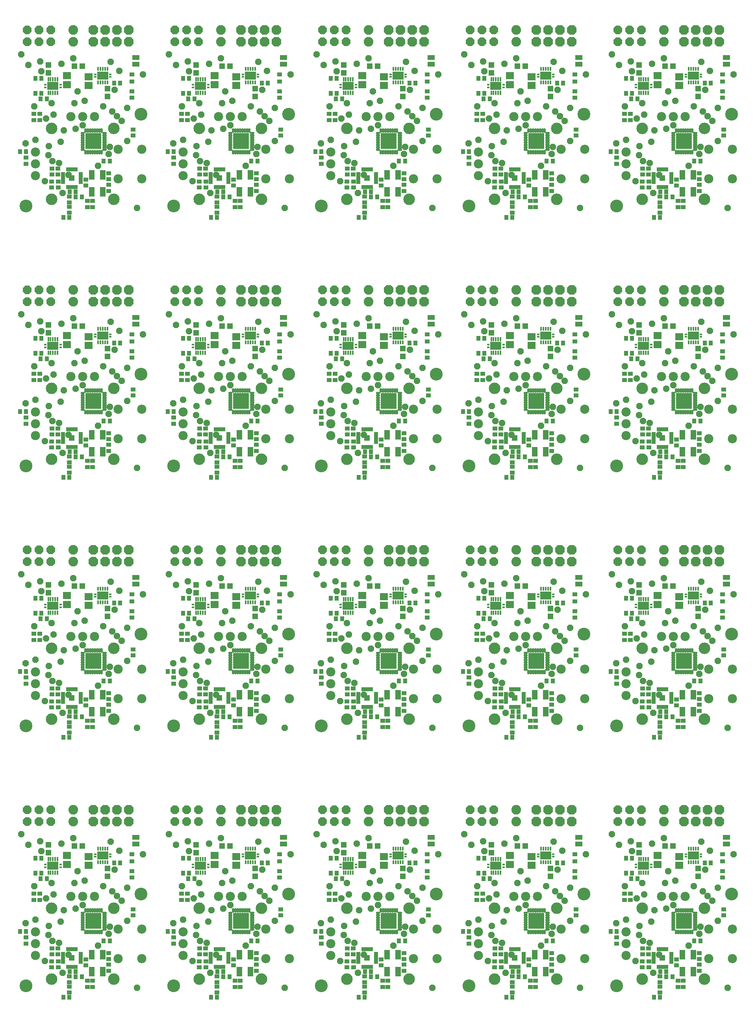
<source format=gbs>
G75*
G70*
%OFA0B0*%
%FSLAX24Y24*%
%IPPOS*%
%LPD*%
%AMOC8*
5,1,8,0,0,1.08239X$1,22.5*
%
%ADD10C,0.1080*%
%ADD11R,0.0513X0.0828*%
%ADD12R,0.0434X0.0356*%
%ADD13R,0.0356X0.0434*%
%ADD14OC8,0.0720*%
%ADD15R,0.0474X0.0474*%
%ADD16R,0.0336X0.0198*%
%ADD17R,0.0198X0.0336*%
%ADD18C,0.0099*%
%ADD19R,0.1340X0.1340*%
%ADD20R,0.0395X0.0356*%
%ADD21C,0.0980*%
%ADD22C,0.0780*%
%ADD23R,0.0236X0.0118*%
%ADD24R,0.0965X0.0669*%
%ADD25R,0.0138X0.0299*%
%ADD26C,0.0138*%
%ADD27R,0.0671X0.0592*%
%ADD28R,0.0513X0.0474*%
%ADD29R,0.0474X0.0513*%
%ADD30R,0.0200X0.0410*%
%ADD31C,0.0820*%
%ADD32OC8,0.0820*%
%ADD33OC8,0.0520*%
D10*
X001565Y005351D03*
X011315Y013101D03*
X014065Y005351D03*
X023815Y013101D03*
X026565Y005351D03*
X036315Y013101D03*
X039065Y005351D03*
X048815Y013101D03*
X051565Y005351D03*
X061315Y013101D03*
X051565Y027351D03*
X048815Y035101D03*
X039065Y027351D03*
X036315Y035101D03*
X026565Y027351D03*
X023815Y035101D03*
X014065Y027351D03*
X011315Y035101D03*
X001565Y027351D03*
X001565Y049351D03*
X011315Y057101D03*
X014065Y049351D03*
X023815Y057101D03*
X026565Y049351D03*
X036315Y057101D03*
X039065Y049351D03*
X048815Y057101D03*
X051565Y049351D03*
X061315Y057101D03*
X051565Y071351D03*
X048815Y079101D03*
X039065Y071351D03*
X036315Y079101D03*
X026565Y071351D03*
X023815Y079101D03*
X014065Y071351D03*
X011315Y079101D03*
X001565Y071351D03*
X061315Y079101D03*
X061315Y035101D03*
D11*
X058061Y029990D03*
X057156Y029990D03*
X057156Y028533D03*
X058061Y028533D03*
X045561Y028533D03*
X044656Y028533D03*
X044656Y029990D03*
X045561Y029990D03*
X033061Y029990D03*
X032156Y029990D03*
X032156Y028533D03*
X033061Y028533D03*
X020561Y028533D03*
X019656Y028533D03*
X019656Y029990D03*
X020561Y029990D03*
X008061Y029990D03*
X007156Y029990D03*
X007156Y028533D03*
X008061Y028533D03*
X008061Y007990D03*
X007156Y007990D03*
X007156Y006533D03*
X008061Y006533D03*
X019656Y006533D03*
X020561Y006533D03*
X020561Y007990D03*
X019656Y007990D03*
X032156Y007990D03*
X033061Y007990D03*
X033061Y006533D03*
X032156Y006533D03*
X044656Y006533D03*
X045561Y006533D03*
X045561Y007990D03*
X044656Y007990D03*
X057156Y007990D03*
X058061Y007990D03*
X058061Y006533D03*
X057156Y006533D03*
X057156Y050533D03*
X058061Y050533D03*
X058061Y051990D03*
X057156Y051990D03*
X045561Y051990D03*
X044656Y051990D03*
X044656Y050533D03*
X045561Y050533D03*
X033061Y050533D03*
X032156Y050533D03*
X032156Y051990D03*
X033061Y051990D03*
X020561Y051990D03*
X019656Y051990D03*
X019656Y050533D03*
X020561Y050533D03*
X008061Y050533D03*
X007156Y050533D03*
X007156Y051990D03*
X008061Y051990D03*
X008061Y072533D03*
X007156Y072533D03*
X007156Y073990D03*
X008061Y073990D03*
X019656Y073990D03*
X020561Y073990D03*
X020561Y072533D03*
X019656Y072533D03*
X032156Y072533D03*
X033061Y072533D03*
X033061Y073990D03*
X032156Y073990D03*
X044656Y073990D03*
X045561Y073990D03*
X045561Y072533D03*
X044656Y072533D03*
X057156Y072533D03*
X058061Y072533D03*
X058061Y073990D03*
X057156Y073990D03*
D12*
X056639Y073577D03*
X056639Y073066D03*
X056765Y071772D03*
X057204Y071772D03*
X057204Y071260D03*
X056765Y071260D03*
X055256Y071293D03*
X055256Y071647D03*
X055256Y072159D03*
X054299Y072896D03*
X054299Y073407D03*
X053759Y073407D03*
X053759Y072896D03*
X053769Y073996D03*
X054279Y073996D03*
X054279Y074507D03*
X053769Y074507D03*
X051585Y074926D03*
X051585Y075437D03*
X052235Y078626D03*
X052735Y078626D03*
X052735Y079137D03*
X052235Y079137D03*
X048145Y077807D03*
X048145Y077296D03*
X046079Y074127D03*
X046079Y073616D03*
X046079Y073137D03*
X046079Y072626D03*
X044704Y071772D03*
X044265Y071772D03*
X044265Y071260D03*
X044704Y071260D03*
X044139Y073066D03*
X044139Y073577D03*
X042756Y072159D03*
X042756Y071647D03*
X042756Y071293D03*
X042756Y070781D03*
X041799Y072896D03*
X041799Y073407D03*
X041259Y073407D03*
X041259Y072896D03*
X041269Y073996D03*
X041779Y073996D03*
X041779Y074507D03*
X041269Y074507D03*
X039085Y074926D03*
X039085Y075437D03*
X039735Y078626D03*
X040235Y078626D03*
X040235Y079137D03*
X039735Y079137D03*
X035645Y077807D03*
X035645Y077296D03*
X033579Y074127D03*
X033579Y073616D03*
X033579Y073137D03*
X033579Y072626D03*
X032204Y071772D03*
X031765Y071772D03*
X031765Y071260D03*
X032204Y071260D03*
X031639Y073066D03*
X031639Y073577D03*
X030256Y072159D03*
X030256Y071647D03*
X030256Y071293D03*
X030256Y070781D03*
X029299Y072896D03*
X029299Y073407D03*
X028759Y073407D03*
X028759Y072896D03*
X028769Y073996D03*
X029279Y073996D03*
X029279Y074507D03*
X028769Y074507D03*
X026585Y074926D03*
X026585Y075437D03*
X027235Y078626D03*
X027735Y078626D03*
X027735Y079137D03*
X027235Y079137D03*
X023145Y077807D03*
X023145Y077296D03*
X021079Y074127D03*
X021079Y073616D03*
X021079Y073137D03*
X021079Y072626D03*
X019704Y071772D03*
X019265Y071772D03*
X019265Y071260D03*
X019704Y071260D03*
X019139Y073066D03*
X019139Y073577D03*
X017756Y072159D03*
X017756Y071647D03*
X017756Y071293D03*
X017756Y070781D03*
X016799Y072896D03*
X016799Y073407D03*
X016259Y073407D03*
X016259Y072896D03*
X016269Y073996D03*
X016779Y073996D03*
X016779Y074507D03*
X016269Y074507D03*
X014085Y074926D03*
X014085Y075437D03*
X014735Y078626D03*
X015235Y078626D03*
X015235Y079137D03*
X014735Y079137D03*
X010645Y077807D03*
X010645Y077296D03*
X008579Y074127D03*
X008579Y073616D03*
X008579Y073137D03*
X008579Y072626D03*
X007204Y071772D03*
X006765Y071772D03*
X006765Y071260D03*
X007204Y071260D03*
X006639Y073066D03*
X006639Y073577D03*
X005256Y072159D03*
X005256Y071647D03*
X005256Y071293D03*
X005256Y070781D03*
X004299Y072896D03*
X004299Y073407D03*
X003759Y073407D03*
X003759Y072896D03*
X003769Y073996D03*
X004279Y073996D03*
X004279Y074507D03*
X003769Y074507D03*
X001585Y074926D03*
X001585Y075437D03*
X002235Y078626D03*
X002735Y078626D03*
X002735Y079137D03*
X002235Y079137D03*
X010535Y080526D03*
X010535Y081037D03*
X010535Y081886D03*
X023035Y081886D03*
X023035Y081037D03*
X023035Y080526D03*
X035535Y080526D03*
X035535Y081037D03*
X035535Y081886D03*
X048035Y081886D03*
X048035Y081037D03*
X048035Y080526D03*
X055256Y070781D03*
X058579Y072626D03*
X058579Y073137D03*
X058579Y073616D03*
X058579Y074127D03*
X060645Y077296D03*
X060645Y077807D03*
X060535Y080526D03*
X060535Y081037D03*
X060535Y081886D03*
X060535Y059886D03*
X060535Y059037D03*
X060535Y058526D03*
X060645Y055807D03*
X060645Y055296D03*
X058579Y052127D03*
X058579Y051616D03*
X058579Y051137D03*
X058579Y050626D03*
X057204Y049772D03*
X056765Y049772D03*
X056765Y049260D03*
X057204Y049260D03*
X056639Y051066D03*
X056639Y051577D03*
X055256Y050159D03*
X055256Y049647D03*
X055256Y049293D03*
X055256Y048781D03*
X054299Y050896D03*
X054299Y051407D03*
X053759Y051407D03*
X053759Y050896D03*
X053769Y051996D03*
X054279Y051996D03*
X054279Y052507D03*
X053769Y052507D03*
X051585Y052926D03*
X051585Y053437D03*
X052235Y056626D03*
X052735Y056626D03*
X052735Y057137D03*
X052235Y057137D03*
X048145Y055807D03*
X048145Y055296D03*
X046079Y052127D03*
X046079Y051616D03*
X046079Y051137D03*
X046079Y050626D03*
X044704Y049772D03*
X044265Y049772D03*
X044265Y049260D03*
X044704Y049260D03*
X044139Y051066D03*
X044139Y051577D03*
X042756Y050159D03*
X042756Y049647D03*
X042756Y049293D03*
X042756Y048781D03*
X041799Y050896D03*
X041799Y051407D03*
X041259Y051407D03*
X041259Y050896D03*
X041269Y051996D03*
X041779Y051996D03*
X041779Y052507D03*
X041269Y052507D03*
X039085Y052926D03*
X039085Y053437D03*
X039735Y056626D03*
X040235Y056626D03*
X040235Y057137D03*
X039735Y057137D03*
X035645Y055807D03*
X035645Y055296D03*
X033579Y052127D03*
X033579Y051616D03*
X033579Y051137D03*
X033579Y050626D03*
X032204Y049772D03*
X031765Y049772D03*
X031765Y049260D03*
X032204Y049260D03*
X031639Y051066D03*
X031639Y051577D03*
X030256Y050159D03*
X030256Y049647D03*
X030256Y049293D03*
X030256Y048781D03*
X029299Y050896D03*
X029299Y051407D03*
X028759Y051407D03*
X028759Y050896D03*
X028769Y051996D03*
X029279Y051996D03*
X029279Y052507D03*
X028769Y052507D03*
X026585Y052926D03*
X026585Y053437D03*
X027235Y056626D03*
X027735Y056626D03*
X027735Y057137D03*
X027235Y057137D03*
X023145Y055807D03*
X023145Y055296D03*
X021079Y052127D03*
X021079Y051616D03*
X021079Y051137D03*
X021079Y050626D03*
X019704Y049772D03*
X019265Y049772D03*
X019265Y049260D03*
X019704Y049260D03*
X019139Y051066D03*
X019139Y051577D03*
X017756Y050159D03*
X017756Y049647D03*
X017756Y049293D03*
X017756Y048781D03*
X016799Y050896D03*
X016799Y051407D03*
X016259Y051407D03*
X016259Y050896D03*
X016269Y051996D03*
X016779Y051996D03*
X016779Y052507D03*
X016269Y052507D03*
X014085Y052926D03*
X014085Y053437D03*
X014735Y056626D03*
X015235Y056626D03*
X015235Y057137D03*
X014735Y057137D03*
X010645Y055807D03*
X010645Y055296D03*
X008579Y052127D03*
X008579Y051616D03*
X008579Y051137D03*
X008579Y050626D03*
X007204Y049772D03*
X006765Y049772D03*
X006765Y049260D03*
X007204Y049260D03*
X006639Y051066D03*
X006639Y051577D03*
X005256Y050159D03*
X005256Y049647D03*
X005256Y049293D03*
X005256Y048781D03*
X004299Y050896D03*
X004299Y051407D03*
X003759Y051407D03*
X003759Y050896D03*
X003769Y051996D03*
X004279Y051996D03*
X004279Y052507D03*
X003769Y052507D03*
X001585Y052926D03*
X001585Y053437D03*
X002235Y056626D03*
X002735Y056626D03*
X002735Y057137D03*
X002235Y057137D03*
X010535Y058526D03*
X010535Y059037D03*
X010535Y059886D03*
X023035Y059886D03*
X023035Y059037D03*
X023035Y058526D03*
X035535Y058526D03*
X035535Y059037D03*
X035535Y059886D03*
X048035Y059886D03*
X048035Y059037D03*
X048035Y058526D03*
X048035Y037886D03*
X048035Y037037D03*
X048035Y036526D03*
X048145Y033807D03*
X048145Y033296D03*
X046079Y030127D03*
X046079Y029616D03*
X046079Y029137D03*
X046079Y028626D03*
X044704Y027772D03*
X044265Y027772D03*
X044265Y027260D03*
X044704Y027260D03*
X044139Y029066D03*
X044139Y029577D03*
X042756Y028159D03*
X042756Y027647D03*
X042756Y027293D03*
X042756Y026781D03*
X041799Y028896D03*
X041799Y029407D03*
X041259Y029407D03*
X041259Y028896D03*
X041269Y029996D03*
X041779Y029996D03*
X041779Y030507D03*
X041269Y030507D03*
X039085Y030926D03*
X039085Y031437D03*
X039735Y034626D03*
X040235Y034626D03*
X040235Y035137D03*
X039735Y035137D03*
X035645Y033807D03*
X035645Y033296D03*
X033579Y030127D03*
X033579Y029616D03*
X033579Y029137D03*
X033579Y028626D03*
X032204Y027772D03*
X031765Y027772D03*
X031765Y027260D03*
X032204Y027260D03*
X031639Y029066D03*
X031639Y029577D03*
X030256Y028159D03*
X030256Y027647D03*
X030256Y027293D03*
X030256Y026781D03*
X029299Y028896D03*
X029299Y029407D03*
X028759Y029407D03*
X028759Y028896D03*
X028769Y029996D03*
X029279Y029996D03*
X029279Y030507D03*
X028769Y030507D03*
X026585Y030926D03*
X026585Y031437D03*
X027235Y034626D03*
X027735Y034626D03*
X027735Y035137D03*
X027235Y035137D03*
X023145Y033807D03*
X023145Y033296D03*
X021079Y030127D03*
X021079Y029616D03*
X021079Y029137D03*
X021079Y028626D03*
X019704Y027772D03*
X019265Y027772D03*
X019265Y027260D03*
X019704Y027260D03*
X019139Y029066D03*
X019139Y029577D03*
X017756Y028159D03*
X017756Y027647D03*
X017756Y027293D03*
X017756Y026781D03*
X016799Y028896D03*
X016799Y029407D03*
X016259Y029407D03*
X016259Y028896D03*
X016269Y029996D03*
X016779Y029996D03*
X016779Y030507D03*
X016269Y030507D03*
X014085Y030926D03*
X014085Y031437D03*
X014735Y034626D03*
X015235Y034626D03*
X015235Y035137D03*
X014735Y035137D03*
X010645Y033807D03*
X010645Y033296D03*
X008579Y030127D03*
X008579Y029616D03*
X008579Y029137D03*
X008579Y028626D03*
X007204Y027772D03*
X006765Y027772D03*
X006765Y027260D03*
X007204Y027260D03*
X006639Y029066D03*
X006639Y029577D03*
X005256Y028159D03*
X005256Y027647D03*
X005256Y027293D03*
X005256Y026781D03*
X004299Y028896D03*
X004299Y029407D03*
X003759Y029407D03*
X003759Y028896D03*
X003769Y029996D03*
X004279Y029996D03*
X004279Y030507D03*
X003769Y030507D03*
X001585Y030926D03*
X001585Y031437D03*
X002235Y034626D03*
X002735Y034626D03*
X002735Y035137D03*
X002235Y035137D03*
X010535Y036526D03*
X010535Y037037D03*
X010535Y037886D03*
X023035Y037886D03*
X023035Y037037D03*
X023035Y036526D03*
X035535Y036526D03*
X035535Y037037D03*
X035535Y037886D03*
X035535Y015886D03*
X035535Y015037D03*
X035535Y014526D03*
X035645Y011807D03*
X035645Y011296D03*
X033579Y008127D03*
X033579Y007616D03*
X033579Y007137D03*
X033579Y006626D03*
X032204Y005772D03*
X031765Y005772D03*
X031765Y005260D03*
X032204Y005260D03*
X031639Y007066D03*
X031639Y007577D03*
X030256Y006159D03*
X030256Y005647D03*
X030256Y005293D03*
X030256Y004781D03*
X029299Y006896D03*
X029299Y007407D03*
X028759Y007407D03*
X028759Y006896D03*
X028769Y007996D03*
X029279Y007996D03*
X029279Y008507D03*
X028769Y008507D03*
X026585Y008926D03*
X026585Y009437D03*
X027235Y012626D03*
X027735Y012626D03*
X027735Y013137D03*
X027235Y013137D03*
X023145Y011807D03*
X023145Y011296D03*
X021079Y008127D03*
X021079Y007616D03*
X021079Y007137D03*
X021079Y006626D03*
X019704Y005772D03*
X019265Y005772D03*
X019265Y005260D03*
X019704Y005260D03*
X019139Y007066D03*
X019139Y007577D03*
X017756Y006159D03*
X017756Y005647D03*
X017756Y005293D03*
X017756Y004781D03*
X016799Y006896D03*
X016799Y007407D03*
X016259Y007407D03*
X016259Y006896D03*
X016269Y007996D03*
X016779Y007996D03*
X016779Y008507D03*
X016269Y008507D03*
X014085Y008926D03*
X014085Y009437D03*
X014735Y012626D03*
X015235Y012626D03*
X015235Y013137D03*
X014735Y013137D03*
X010645Y011807D03*
X010645Y011296D03*
X008579Y008127D03*
X008579Y007616D03*
X008579Y007137D03*
X008579Y006626D03*
X007204Y005772D03*
X006765Y005772D03*
X006765Y005260D03*
X007204Y005260D03*
X006639Y007066D03*
X006639Y007577D03*
X005256Y006159D03*
X005256Y005647D03*
X005256Y005293D03*
X005256Y004781D03*
X004299Y006896D03*
X004299Y007407D03*
X003759Y007407D03*
X003759Y006896D03*
X003769Y007996D03*
X004279Y007996D03*
X004279Y008507D03*
X003769Y008507D03*
X001585Y008926D03*
X001585Y009437D03*
X002235Y012626D03*
X002735Y012626D03*
X002735Y013137D03*
X002235Y013137D03*
X010535Y014526D03*
X010535Y015037D03*
X010535Y015886D03*
X023035Y015886D03*
X023035Y015037D03*
X023035Y014526D03*
X039085Y009437D03*
X039085Y008926D03*
X041269Y008507D03*
X041779Y008507D03*
X041779Y007996D03*
X041269Y007996D03*
X041259Y007407D03*
X041259Y006896D03*
X041799Y006896D03*
X041799Y007407D03*
X042756Y006159D03*
X042756Y005647D03*
X042756Y005293D03*
X042756Y004781D03*
X044265Y005260D03*
X044704Y005260D03*
X044704Y005772D03*
X044265Y005772D03*
X044139Y007066D03*
X044139Y007577D03*
X046079Y007616D03*
X046079Y007137D03*
X046079Y006626D03*
X046079Y008127D03*
X048145Y011296D03*
X048145Y011807D03*
X048035Y014526D03*
X048035Y015037D03*
X048035Y015886D03*
X052235Y013137D03*
X052735Y013137D03*
X052735Y012626D03*
X052235Y012626D03*
X051585Y009437D03*
X051585Y008926D03*
X053769Y008507D03*
X054279Y008507D03*
X054279Y007996D03*
X053769Y007996D03*
X053759Y007407D03*
X053759Y006896D03*
X054299Y006896D03*
X054299Y007407D03*
X055256Y006159D03*
X055256Y005647D03*
X055256Y005293D03*
X055256Y004781D03*
X056765Y005260D03*
X057204Y005260D03*
X057204Y005772D03*
X056765Y005772D03*
X056639Y007066D03*
X056639Y007577D03*
X058579Y007616D03*
X058579Y007137D03*
X058579Y006626D03*
X058579Y008127D03*
X060645Y011296D03*
X060645Y011807D03*
X060535Y014526D03*
X060535Y015037D03*
X060535Y015886D03*
X055256Y026781D03*
X055256Y027293D03*
X055256Y027647D03*
X055256Y028159D03*
X054299Y028896D03*
X054299Y029407D03*
X053759Y029407D03*
X053759Y028896D03*
X053769Y029996D03*
X054279Y029996D03*
X054279Y030507D03*
X053769Y030507D03*
X051585Y030926D03*
X051585Y031437D03*
X052235Y034626D03*
X052735Y034626D03*
X052735Y035137D03*
X052235Y035137D03*
X056639Y029577D03*
X056639Y029066D03*
X056765Y027772D03*
X057204Y027772D03*
X057204Y027260D03*
X056765Y027260D03*
X058579Y028626D03*
X058579Y029137D03*
X058579Y029616D03*
X058579Y030127D03*
X060645Y033296D03*
X060645Y033807D03*
X060535Y036526D03*
X060535Y037037D03*
X060535Y037886D03*
X040235Y013137D03*
X039735Y013137D03*
X039735Y012626D03*
X040235Y012626D03*
D13*
X040319Y014421D03*
X040391Y014881D03*
X039879Y014881D03*
X040831Y014421D03*
X040391Y016131D03*
X039879Y016131D03*
X039091Y009931D03*
X038579Y009931D03*
X042781Y006551D03*
X043293Y006551D03*
X043287Y006120D03*
X043799Y006120D03*
X042752Y004392D03*
X042240Y004392D03*
X045649Y009161D03*
X046161Y009161D03*
X046529Y015741D03*
X047041Y015741D03*
X051079Y009931D03*
X051591Y009931D03*
X052819Y014421D03*
X052891Y014881D03*
X052379Y014881D03*
X053331Y014421D03*
X052891Y016131D03*
X052379Y016131D03*
X058149Y009161D03*
X058661Y009161D03*
X056299Y006120D03*
X055787Y006120D03*
X055793Y006551D03*
X055281Y006551D03*
X055252Y004392D03*
X054740Y004392D03*
X059029Y015741D03*
X059541Y015741D03*
X055252Y026392D03*
X054740Y026392D03*
X055787Y028120D03*
X055793Y028551D03*
X055281Y028551D03*
X056299Y028120D03*
X058149Y031161D03*
X058661Y031161D03*
X059029Y037741D03*
X059541Y037741D03*
X053331Y036421D03*
X052819Y036421D03*
X052891Y036881D03*
X052379Y036881D03*
X052379Y038131D03*
X052891Y038131D03*
X051591Y031931D03*
X051079Y031931D03*
X047041Y037741D03*
X046529Y037741D03*
X046161Y031161D03*
X045649Y031161D03*
X043799Y028120D03*
X043287Y028120D03*
X043293Y028551D03*
X042781Y028551D03*
X042752Y026392D03*
X042240Y026392D03*
X039091Y031931D03*
X038579Y031931D03*
X040319Y036421D03*
X040391Y036881D03*
X039879Y036881D03*
X040831Y036421D03*
X040391Y038131D03*
X039879Y038131D03*
X034541Y037741D03*
X034029Y037741D03*
X033661Y031161D03*
X033149Y031161D03*
X031299Y028120D03*
X030787Y028120D03*
X030793Y028551D03*
X030281Y028551D03*
X030252Y026392D03*
X029740Y026392D03*
X026591Y031931D03*
X026079Y031931D03*
X027819Y036421D03*
X027891Y036881D03*
X027379Y036881D03*
X028331Y036421D03*
X027891Y038131D03*
X027379Y038131D03*
X022041Y037741D03*
X021529Y037741D03*
X021161Y031161D03*
X020649Y031161D03*
X018293Y028551D03*
X018287Y028120D03*
X018799Y028120D03*
X017781Y028551D03*
X017752Y026392D03*
X017240Y026392D03*
X014091Y031931D03*
X013579Y031931D03*
X015319Y036421D03*
X015391Y036881D03*
X014879Y036881D03*
X015831Y036421D03*
X015391Y038131D03*
X014879Y038131D03*
X009541Y037741D03*
X009029Y037741D03*
X008661Y031161D03*
X008149Y031161D03*
X005793Y028551D03*
X005787Y028120D03*
X006299Y028120D03*
X005281Y028551D03*
X005252Y026392D03*
X004740Y026392D03*
X001591Y031931D03*
X001079Y031931D03*
X002819Y036421D03*
X002891Y036881D03*
X002379Y036881D03*
X003331Y036421D03*
X002891Y038131D03*
X002379Y038131D03*
X004740Y048392D03*
X005252Y048392D03*
X005787Y050120D03*
X005793Y050551D03*
X005281Y050551D03*
X006299Y050120D03*
X008149Y053161D03*
X008661Y053161D03*
X009029Y059741D03*
X009541Y059741D03*
X013579Y053931D03*
X014091Y053931D03*
X015319Y058421D03*
X015391Y058881D03*
X014879Y058881D03*
X014879Y060131D03*
X015391Y060131D03*
X015831Y058421D03*
X020649Y053161D03*
X021161Y053161D03*
X018799Y050120D03*
X018287Y050120D03*
X018293Y050551D03*
X017781Y050551D03*
X017752Y048392D03*
X017240Y048392D03*
X021529Y059741D03*
X022041Y059741D03*
X026079Y053931D03*
X026591Y053931D03*
X027819Y058421D03*
X027891Y058881D03*
X027379Y058881D03*
X027379Y060131D03*
X027891Y060131D03*
X028331Y058421D03*
X033149Y053161D03*
X033661Y053161D03*
X031299Y050120D03*
X030787Y050120D03*
X030793Y050551D03*
X030281Y050551D03*
X030252Y048392D03*
X029740Y048392D03*
X034029Y059741D03*
X034541Y059741D03*
X038579Y053931D03*
X039091Y053931D03*
X040319Y058421D03*
X040391Y058881D03*
X039879Y058881D03*
X040831Y058421D03*
X040391Y060131D03*
X039879Y060131D03*
X045649Y053161D03*
X046161Y053161D03*
X043799Y050120D03*
X043287Y050120D03*
X043293Y050551D03*
X042781Y050551D03*
X042752Y048392D03*
X042240Y048392D03*
X046529Y059741D03*
X047041Y059741D03*
X051079Y053931D03*
X051591Y053931D03*
X052819Y058421D03*
X052891Y058881D03*
X052379Y058881D03*
X053331Y058421D03*
X052891Y060131D03*
X052379Y060131D03*
X058149Y053161D03*
X058661Y053161D03*
X056299Y050120D03*
X055787Y050120D03*
X055793Y050551D03*
X055281Y050551D03*
X055252Y048392D03*
X054740Y048392D03*
X059029Y059741D03*
X059541Y059741D03*
X055252Y070392D03*
X054740Y070392D03*
X055787Y072120D03*
X055793Y072551D03*
X055281Y072551D03*
X056299Y072120D03*
X058149Y075161D03*
X058661Y075161D03*
X059029Y081741D03*
X059541Y081741D03*
X053331Y080421D03*
X052819Y080421D03*
X052891Y080881D03*
X052379Y080881D03*
X052379Y082131D03*
X052891Y082131D03*
X051591Y075931D03*
X051079Y075931D03*
X047041Y081741D03*
X046529Y081741D03*
X046161Y075161D03*
X045649Y075161D03*
X043799Y072120D03*
X043287Y072120D03*
X043293Y072551D03*
X042781Y072551D03*
X042752Y070392D03*
X042240Y070392D03*
X039091Y075931D03*
X038579Y075931D03*
X040319Y080421D03*
X040391Y080881D03*
X039879Y080881D03*
X040831Y080421D03*
X040391Y082131D03*
X039879Y082131D03*
X034541Y081741D03*
X034029Y081741D03*
X033661Y075161D03*
X033149Y075161D03*
X031299Y072120D03*
X030787Y072120D03*
X030793Y072551D03*
X030281Y072551D03*
X030252Y070392D03*
X029740Y070392D03*
X026591Y075931D03*
X026079Y075931D03*
X027819Y080421D03*
X027891Y080881D03*
X027379Y080881D03*
X027379Y082131D03*
X027891Y082131D03*
X028331Y080421D03*
X022041Y081741D03*
X021529Y081741D03*
X021161Y075161D03*
X020649Y075161D03*
X018293Y072551D03*
X018287Y072120D03*
X018799Y072120D03*
X017781Y072551D03*
X017752Y070392D03*
X017240Y070392D03*
X014091Y075931D03*
X013579Y075931D03*
X015319Y080421D03*
X015391Y080881D03*
X014879Y080881D03*
X014879Y082131D03*
X015391Y082131D03*
X015831Y080421D03*
X009541Y081741D03*
X009029Y081741D03*
X008661Y075161D03*
X008149Y075161D03*
X005793Y072551D03*
X005787Y072120D03*
X006299Y072120D03*
X005281Y072551D03*
X005252Y070392D03*
X004740Y070392D03*
X001591Y075931D03*
X001079Y075931D03*
X002819Y080421D03*
X002891Y080881D03*
X002379Y080881D03*
X002379Y082131D03*
X002891Y082131D03*
X003331Y080421D03*
X002891Y060131D03*
X002379Y060131D03*
X002379Y058881D03*
X002891Y058881D03*
X002819Y058421D03*
X003331Y058421D03*
X001591Y053931D03*
X001079Y053931D03*
X002379Y016131D03*
X002891Y016131D03*
X002891Y014881D03*
X002819Y014421D03*
X003331Y014421D03*
X002379Y014881D03*
X001591Y009931D03*
X001079Y009931D03*
X005281Y006551D03*
X005793Y006551D03*
X005787Y006120D03*
X006299Y006120D03*
X005252Y004392D03*
X004740Y004392D03*
X008149Y009161D03*
X008661Y009161D03*
X009029Y015741D03*
X009541Y015741D03*
X013579Y009931D03*
X014091Y009931D03*
X015319Y014421D03*
X015391Y014881D03*
X014879Y014881D03*
X015831Y014421D03*
X015391Y016131D03*
X014879Y016131D03*
X020649Y009161D03*
X021161Y009161D03*
X018799Y006120D03*
X018287Y006120D03*
X018293Y006551D03*
X017781Y006551D03*
X017752Y004392D03*
X017240Y004392D03*
X021529Y015741D03*
X022041Y015741D03*
X026079Y009931D03*
X026591Y009931D03*
X027819Y014421D03*
X027891Y014881D03*
X027379Y014881D03*
X028331Y014421D03*
X027891Y016131D03*
X027379Y016131D03*
X033149Y009161D03*
X033661Y009161D03*
X031299Y006120D03*
X030787Y006120D03*
X030793Y006551D03*
X030281Y006551D03*
X030252Y004392D03*
X029740Y004392D03*
X034029Y015741D03*
X034541Y015741D03*
D14*
X039165Y019261D03*
X040165Y019261D03*
X041165Y019261D03*
X041165Y020261D03*
X040165Y020261D03*
X039165Y020261D03*
X028665Y020261D03*
X027665Y020261D03*
X027665Y019261D03*
X028665Y019261D03*
X026665Y019261D03*
X026665Y020261D03*
X016165Y020261D03*
X015165Y020261D03*
X015165Y019261D03*
X016165Y019261D03*
X014165Y019261D03*
X014165Y020261D03*
X003665Y020261D03*
X002665Y020261D03*
X002665Y019261D03*
X003665Y019261D03*
X001665Y019261D03*
X001665Y020261D03*
X001665Y041261D03*
X002665Y041261D03*
X003665Y041261D03*
X003665Y042261D03*
X002665Y042261D03*
X001665Y042261D03*
X014165Y042261D03*
X014165Y041261D03*
X015165Y041261D03*
X016165Y041261D03*
X016165Y042261D03*
X015165Y042261D03*
X026665Y042261D03*
X026665Y041261D03*
X027665Y041261D03*
X028665Y041261D03*
X028665Y042261D03*
X027665Y042261D03*
X039165Y042261D03*
X040165Y042261D03*
X040165Y041261D03*
X039165Y041261D03*
X041165Y041261D03*
X041165Y042261D03*
X051665Y042261D03*
X052665Y042261D03*
X052665Y041261D03*
X051665Y041261D03*
X053665Y041261D03*
X053665Y042261D03*
X053665Y063261D03*
X052665Y063261D03*
X051665Y063261D03*
X051665Y064261D03*
X052665Y064261D03*
X053665Y064261D03*
X041165Y064261D03*
X041165Y063261D03*
X040165Y063261D03*
X039165Y063261D03*
X039165Y064261D03*
X040165Y064261D03*
X028665Y064261D03*
X027665Y064261D03*
X027665Y063261D03*
X028665Y063261D03*
X026665Y063261D03*
X026665Y064261D03*
X016165Y064261D03*
X015165Y064261D03*
X015165Y063261D03*
X016165Y063261D03*
X014165Y063261D03*
X014165Y064261D03*
X003665Y064261D03*
X002665Y064261D03*
X002665Y063261D03*
X003665Y063261D03*
X001665Y063261D03*
X001665Y064261D03*
X001665Y085261D03*
X001665Y086261D03*
X002665Y086261D03*
X002665Y085261D03*
X003665Y085261D03*
X003665Y086261D03*
X014165Y086261D03*
X014165Y085261D03*
X015165Y085261D03*
X016165Y085261D03*
X016165Y086261D03*
X015165Y086261D03*
X026665Y086261D03*
X026665Y085261D03*
X027665Y085261D03*
X028665Y085261D03*
X028665Y086261D03*
X027665Y086261D03*
X039165Y086261D03*
X039165Y085261D03*
X040165Y085261D03*
X040165Y086261D03*
X041165Y086261D03*
X041165Y085261D03*
X051665Y085261D03*
X052665Y085261D03*
X052665Y086261D03*
X051665Y086261D03*
X053665Y086261D03*
X053665Y085261D03*
X053665Y020261D03*
X053665Y019261D03*
X052665Y019261D03*
X051665Y019261D03*
X051665Y020261D03*
X052665Y020261D03*
D15*
X055459Y029701D03*
X042959Y029701D03*
X030459Y029701D03*
X017959Y029701D03*
X005459Y029701D03*
X005459Y007701D03*
X017959Y007701D03*
X030459Y007701D03*
X042959Y007701D03*
X055459Y007701D03*
X055459Y051701D03*
X042959Y051701D03*
X030459Y051701D03*
X017959Y051701D03*
X005459Y051701D03*
X005459Y073701D03*
X017959Y073701D03*
X030459Y073701D03*
X042959Y073701D03*
X055459Y073701D03*
D16*
X056207Y073701D03*
X056207Y073505D03*
X056207Y073308D03*
X056207Y073898D03*
X056207Y074095D03*
X054711Y074095D03*
X054711Y073898D03*
X054711Y073701D03*
X054711Y073505D03*
X054711Y073308D03*
X043707Y073308D03*
X043707Y073505D03*
X043707Y073701D03*
X043707Y073898D03*
X043707Y074095D03*
X042211Y074095D03*
X042211Y073898D03*
X042211Y073701D03*
X042211Y073505D03*
X042211Y073308D03*
X031207Y073308D03*
X031207Y073505D03*
X031207Y073701D03*
X031207Y073898D03*
X031207Y074095D03*
X029711Y074095D03*
X029711Y073898D03*
X029711Y073701D03*
X029711Y073505D03*
X029711Y073308D03*
X018707Y073308D03*
X018707Y073505D03*
X018707Y073701D03*
X018707Y073898D03*
X018707Y074095D03*
X017211Y074095D03*
X017211Y073898D03*
X017211Y073701D03*
X017211Y073505D03*
X017211Y073308D03*
X006207Y073308D03*
X006207Y073505D03*
X006207Y073701D03*
X006207Y073898D03*
X006207Y074095D03*
X004711Y074095D03*
X004711Y073898D03*
X004711Y073701D03*
X004711Y073505D03*
X004711Y073308D03*
X004711Y052095D03*
X004711Y051898D03*
X004711Y051701D03*
X004711Y051505D03*
X004711Y051308D03*
X006207Y051308D03*
X006207Y051505D03*
X006207Y051701D03*
X006207Y051898D03*
X006207Y052095D03*
X017211Y052095D03*
X017211Y051898D03*
X017211Y051701D03*
X017211Y051505D03*
X017211Y051308D03*
X018707Y051308D03*
X018707Y051505D03*
X018707Y051701D03*
X018707Y051898D03*
X018707Y052095D03*
X029711Y052095D03*
X029711Y051898D03*
X029711Y051701D03*
X029711Y051505D03*
X029711Y051308D03*
X031207Y051308D03*
X031207Y051505D03*
X031207Y051701D03*
X031207Y051898D03*
X031207Y052095D03*
X042211Y052095D03*
X042211Y051898D03*
X042211Y051701D03*
X042211Y051505D03*
X042211Y051308D03*
X043707Y051308D03*
X043707Y051505D03*
X043707Y051701D03*
X043707Y051898D03*
X043707Y052095D03*
X054711Y052095D03*
X054711Y051898D03*
X054711Y051701D03*
X054711Y051505D03*
X054711Y051308D03*
X056207Y051308D03*
X056207Y051505D03*
X056207Y051701D03*
X056207Y051898D03*
X056207Y052095D03*
X056207Y030095D03*
X056207Y029898D03*
X056207Y029701D03*
X056207Y029505D03*
X056207Y029308D03*
X054711Y029308D03*
X054711Y029505D03*
X054711Y029701D03*
X054711Y029898D03*
X054711Y030095D03*
X043707Y030095D03*
X043707Y029898D03*
X043707Y029701D03*
X043707Y029505D03*
X043707Y029308D03*
X042211Y029308D03*
X042211Y029505D03*
X042211Y029701D03*
X042211Y029898D03*
X042211Y030095D03*
X031207Y030095D03*
X031207Y029898D03*
X031207Y029701D03*
X031207Y029505D03*
X031207Y029308D03*
X029711Y029308D03*
X029711Y029505D03*
X029711Y029701D03*
X029711Y029898D03*
X029711Y030095D03*
X018707Y030095D03*
X018707Y029898D03*
X018707Y029701D03*
X018707Y029505D03*
X018707Y029308D03*
X017211Y029308D03*
X017211Y029505D03*
X017211Y029701D03*
X017211Y029898D03*
X017211Y030095D03*
X006207Y030095D03*
X006207Y029898D03*
X006207Y029701D03*
X006207Y029505D03*
X006207Y029308D03*
X004711Y029308D03*
X004711Y029505D03*
X004711Y029701D03*
X004711Y029898D03*
X004711Y030095D03*
X004711Y008095D03*
X004711Y007898D03*
X004711Y007701D03*
X004711Y007505D03*
X004711Y007308D03*
X006207Y007308D03*
X006207Y007505D03*
X006207Y007701D03*
X006207Y007898D03*
X006207Y008095D03*
X017211Y008095D03*
X017211Y007898D03*
X017211Y007701D03*
X017211Y007505D03*
X017211Y007308D03*
X018707Y007308D03*
X018707Y007505D03*
X018707Y007701D03*
X018707Y007898D03*
X018707Y008095D03*
X029711Y008095D03*
X029711Y007898D03*
X029711Y007701D03*
X029711Y007505D03*
X029711Y007308D03*
X031207Y007308D03*
X031207Y007505D03*
X031207Y007701D03*
X031207Y007898D03*
X031207Y008095D03*
X042211Y008095D03*
X042211Y007898D03*
X042211Y007701D03*
X042211Y007505D03*
X042211Y007308D03*
X043707Y007308D03*
X043707Y007505D03*
X043707Y007701D03*
X043707Y007898D03*
X043707Y008095D03*
X054711Y008095D03*
X054711Y007898D03*
X054711Y007701D03*
X054711Y007505D03*
X054711Y007308D03*
X056207Y007308D03*
X056207Y007505D03*
X056207Y007701D03*
X056207Y007898D03*
X056207Y008095D03*
D17*
X055852Y008449D03*
X055656Y008449D03*
X055459Y008449D03*
X055262Y008449D03*
X055065Y008449D03*
X055065Y006953D03*
X055262Y006953D03*
X055459Y006953D03*
X055656Y006953D03*
X055852Y006953D03*
X043352Y006953D03*
X043156Y006953D03*
X042959Y006953D03*
X042762Y006953D03*
X042565Y006953D03*
X042565Y008449D03*
X042762Y008449D03*
X042959Y008449D03*
X043156Y008449D03*
X043352Y008449D03*
X030852Y008449D03*
X030656Y008449D03*
X030459Y008449D03*
X030262Y008449D03*
X030065Y008449D03*
X030065Y006953D03*
X030262Y006953D03*
X030459Y006953D03*
X030656Y006953D03*
X030852Y006953D03*
X018352Y006953D03*
X018156Y006953D03*
X017959Y006953D03*
X017762Y006953D03*
X017565Y006953D03*
X017565Y008449D03*
X017762Y008449D03*
X017959Y008449D03*
X018156Y008449D03*
X018352Y008449D03*
X005852Y008449D03*
X005656Y008449D03*
X005459Y008449D03*
X005262Y008449D03*
X005065Y008449D03*
X005065Y006953D03*
X005262Y006953D03*
X005459Y006953D03*
X005656Y006953D03*
X005852Y006953D03*
X005852Y028953D03*
X005656Y028953D03*
X005459Y028953D03*
X005262Y028953D03*
X005065Y028953D03*
X005065Y030449D03*
X005262Y030449D03*
X005459Y030449D03*
X005656Y030449D03*
X005852Y030449D03*
X017565Y030449D03*
X017762Y030449D03*
X017959Y030449D03*
X018156Y030449D03*
X018352Y030449D03*
X018352Y028953D03*
X018156Y028953D03*
X017959Y028953D03*
X017762Y028953D03*
X017565Y028953D03*
X030065Y028953D03*
X030262Y028953D03*
X030459Y028953D03*
X030656Y028953D03*
X030852Y028953D03*
X030852Y030449D03*
X030656Y030449D03*
X030459Y030449D03*
X030262Y030449D03*
X030065Y030449D03*
X042565Y030449D03*
X042762Y030449D03*
X042959Y030449D03*
X043156Y030449D03*
X043352Y030449D03*
X043352Y028953D03*
X043156Y028953D03*
X042959Y028953D03*
X042762Y028953D03*
X042565Y028953D03*
X055065Y028953D03*
X055262Y028953D03*
X055459Y028953D03*
X055656Y028953D03*
X055852Y028953D03*
X055852Y030449D03*
X055656Y030449D03*
X055459Y030449D03*
X055262Y030449D03*
X055065Y030449D03*
X055065Y050953D03*
X055262Y050953D03*
X055459Y050953D03*
X055656Y050953D03*
X055852Y050953D03*
X055852Y052449D03*
X055656Y052449D03*
X055459Y052449D03*
X055262Y052449D03*
X055065Y052449D03*
X043352Y052449D03*
X043156Y052449D03*
X042959Y052449D03*
X042762Y052449D03*
X042565Y052449D03*
X042565Y050953D03*
X042762Y050953D03*
X042959Y050953D03*
X043156Y050953D03*
X043352Y050953D03*
X030852Y050953D03*
X030656Y050953D03*
X030459Y050953D03*
X030262Y050953D03*
X030065Y050953D03*
X030065Y052449D03*
X030262Y052449D03*
X030459Y052449D03*
X030656Y052449D03*
X030852Y052449D03*
X018352Y052449D03*
X018156Y052449D03*
X017959Y052449D03*
X017762Y052449D03*
X017565Y052449D03*
X017565Y050953D03*
X017762Y050953D03*
X017959Y050953D03*
X018156Y050953D03*
X018352Y050953D03*
X005852Y050953D03*
X005656Y050953D03*
X005459Y050953D03*
X005262Y050953D03*
X005065Y050953D03*
X005065Y052449D03*
X005262Y052449D03*
X005459Y052449D03*
X005656Y052449D03*
X005852Y052449D03*
X005852Y072953D03*
X005656Y072953D03*
X005459Y072953D03*
X005262Y072953D03*
X005065Y072953D03*
X005065Y074449D03*
X005262Y074449D03*
X005459Y074449D03*
X005656Y074449D03*
X005852Y074449D03*
X017565Y074449D03*
X017762Y074449D03*
X017959Y074449D03*
X018156Y074449D03*
X018352Y074449D03*
X018352Y072953D03*
X018156Y072953D03*
X017959Y072953D03*
X017762Y072953D03*
X017565Y072953D03*
X030065Y072953D03*
X030262Y072953D03*
X030459Y072953D03*
X030656Y072953D03*
X030852Y072953D03*
X030852Y074449D03*
X030656Y074449D03*
X030459Y074449D03*
X030262Y074449D03*
X030065Y074449D03*
X042565Y074449D03*
X042762Y074449D03*
X042959Y074449D03*
X043156Y074449D03*
X043352Y074449D03*
X043352Y072953D03*
X043156Y072953D03*
X042959Y072953D03*
X042762Y072953D03*
X042565Y072953D03*
X055065Y072953D03*
X055262Y072953D03*
X055459Y072953D03*
X055656Y072953D03*
X055852Y072953D03*
X055852Y074449D03*
X055656Y074449D03*
X055459Y074449D03*
X055262Y074449D03*
X055065Y074449D03*
D18*
X056231Y076192D02*
X056489Y076192D01*
X056489Y076092D01*
X056231Y076092D01*
X056231Y076192D01*
X056231Y076190D02*
X056489Y076190D01*
X056489Y076389D02*
X056231Y076389D01*
X056489Y076389D02*
X056489Y076289D01*
X056231Y076289D01*
X056231Y076389D01*
X056231Y076387D02*
X056489Y076387D01*
X056489Y076586D02*
X056231Y076586D01*
X056489Y076586D02*
X056489Y076486D01*
X056231Y076486D01*
X056231Y076586D01*
X056231Y076584D02*
X056489Y076584D01*
X056489Y076783D02*
X056231Y076783D01*
X056489Y076783D02*
X056489Y076683D01*
X056231Y076683D01*
X056231Y076783D01*
X056231Y076781D02*
X056489Y076781D01*
X056489Y076980D02*
X056231Y076980D01*
X056489Y076980D02*
X056489Y076880D01*
X056231Y076880D01*
X056231Y076980D01*
X056231Y076978D02*
X056489Y076978D01*
X056489Y077177D02*
X056231Y077177D01*
X056489Y077177D02*
X056489Y077077D01*
X056231Y077077D01*
X056231Y077177D01*
X056231Y077175D02*
X056489Y077175D01*
X056489Y077374D02*
X056231Y077374D01*
X056489Y077374D02*
X056489Y077274D01*
X056231Y077274D01*
X056231Y077374D01*
X056231Y077372D02*
X056489Y077372D01*
X056489Y077570D02*
X056231Y077570D01*
X056489Y077570D02*
X056489Y077470D01*
X056231Y077470D01*
X056231Y077570D01*
X056231Y077568D02*
X056489Y077568D01*
X056546Y077886D02*
X056646Y077886D01*
X056646Y077628D01*
X056546Y077628D01*
X056546Y077886D01*
X056546Y077726D02*
X056646Y077726D01*
X056646Y077824D02*
X056546Y077824D01*
X056743Y077886D02*
X056843Y077886D01*
X056843Y077628D01*
X056743Y077628D01*
X056743Y077886D01*
X056743Y077726D02*
X056843Y077726D01*
X056843Y077824D02*
X056743Y077824D01*
X056940Y077886D02*
X057040Y077886D01*
X057040Y077628D01*
X056940Y077628D01*
X056940Y077886D01*
X056940Y077726D02*
X057040Y077726D01*
X057040Y077824D02*
X056940Y077824D01*
X057137Y077886D02*
X057237Y077886D01*
X057237Y077628D01*
X057137Y077628D01*
X057137Y077886D01*
X057137Y077726D02*
X057237Y077726D01*
X057237Y077824D02*
X057137Y077824D01*
X057334Y077886D02*
X057434Y077886D01*
X057434Y077628D01*
X057334Y077628D01*
X057334Y077886D01*
X057334Y077726D02*
X057434Y077726D01*
X057434Y077824D02*
X057334Y077824D01*
X057531Y077886D02*
X057631Y077886D01*
X057631Y077628D01*
X057531Y077628D01*
X057531Y077886D01*
X057531Y077726D02*
X057631Y077726D01*
X057631Y077824D02*
X057531Y077824D01*
X057727Y077886D02*
X057827Y077886D01*
X057827Y077628D01*
X057727Y077628D01*
X057727Y077886D01*
X057727Y077726D02*
X057827Y077726D01*
X057827Y077824D02*
X057727Y077824D01*
X057924Y077886D02*
X058024Y077886D01*
X058024Y077628D01*
X057924Y077628D01*
X057924Y077886D01*
X057924Y077726D02*
X058024Y077726D01*
X058024Y077824D02*
X057924Y077824D01*
X058082Y077570D02*
X058340Y077570D01*
X058340Y077470D01*
X058082Y077470D01*
X058082Y077570D01*
X058082Y077568D02*
X058340Y077568D01*
X058340Y077374D02*
X058082Y077374D01*
X058340Y077374D02*
X058340Y077274D01*
X058082Y077274D01*
X058082Y077374D01*
X058082Y077372D02*
X058340Y077372D01*
X058340Y077177D02*
X058082Y077177D01*
X058340Y077177D02*
X058340Y077077D01*
X058082Y077077D01*
X058082Y077177D01*
X058082Y077175D02*
X058340Y077175D01*
X058340Y076980D02*
X058082Y076980D01*
X058340Y076980D02*
X058340Y076880D01*
X058082Y076880D01*
X058082Y076980D01*
X058082Y076978D02*
X058340Y076978D01*
X058340Y076783D02*
X058082Y076783D01*
X058340Y076783D02*
X058340Y076683D01*
X058082Y076683D01*
X058082Y076783D01*
X058082Y076781D02*
X058340Y076781D01*
X058340Y076586D02*
X058082Y076586D01*
X058340Y076586D02*
X058340Y076486D01*
X058082Y076486D01*
X058082Y076586D01*
X058082Y076584D02*
X058340Y076584D01*
X058340Y076389D02*
X058082Y076389D01*
X058340Y076389D02*
X058340Y076289D01*
X058082Y076289D01*
X058082Y076389D01*
X058082Y076387D02*
X058340Y076387D01*
X058340Y076192D02*
X058082Y076192D01*
X058340Y076192D02*
X058340Y076092D01*
X058082Y076092D01*
X058082Y076192D01*
X058082Y076190D02*
X058340Y076190D01*
X058024Y076035D02*
X057924Y076035D01*
X058024Y076035D02*
X058024Y075777D01*
X057924Y075777D01*
X057924Y076035D01*
X057924Y075875D02*
X058024Y075875D01*
X058024Y075973D02*
X057924Y075973D01*
X057827Y076035D02*
X057727Y076035D01*
X057827Y076035D02*
X057827Y075777D01*
X057727Y075777D01*
X057727Y076035D01*
X057727Y075875D02*
X057827Y075875D01*
X057827Y075973D02*
X057727Y075973D01*
X057631Y076035D02*
X057531Y076035D01*
X057631Y076035D02*
X057631Y075777D01*
X057531Y075777D01*
X057531Y076035D01*
X057531Y075875D02*
X057631Y075875D01*
X057631Y075973D02*
X057531Y075973D01*
X057434Y076035D02*
X057334Y076035D01*
X057434Y076035D02*
X057434Y075777D01*
X057334Y075777D01*
X057334Y076035D01*
X057334Y075875D02*
X057434Y075875D01*
X057434Y075973D02*
X057334Y075973D01*
X057237Y076035D02*
X057137Y076035D01*
X057237Y076035D02*
X057237Y075777D01*
X057137Y075777D01*
X057137Y076035D01*
X057137Y075875D02*
X057237Y075875D01*
X057237Y075973D02*
X057137Y075973D01*
X057040Y076035D02*
X056940Y076035D01*
X057040Y076035D02*
X057040Y075777D01*
X056940Y075777D01*
X056940Y076035D01*
X056940Y075875D02*
X057040Y075875D01*
X057040Y075973D02*
X056940Y075973D01*
X056843Y076035D02*
X056743Y076035D01*
X056843Y076035D02*
X056843Y075777D01*
X056743Y075777D01*
X056743Y076035D01*
X056743Y075875D02*
X056843Y075875D01*
X056843Y075973D02*
X056743Y075973D01*
X056646Y076035D02*
X056546Y076035D01*
X056646Y076035D02*
X056646Y075777D01*
X056546Y075777D01*
X056546Y076035D01*
X056546Y075875D02*
X056646Y075875D01*
X056646Y075973D02*
X056546Y075973D01*
X045840Y076192D02*
X045582Y076192D01*
X045840Y076192D02*
X045840Y076092D01*
X045582Y076092D01*
X045582Y076192D01*
X045582Y076190D02*
X045840Y076190D01*
X045840Y076389D02*
X045582Y076389D01*
X045840Y076389D02*
X045840Y076289D01*
X045582Y076289D01*
X045582Y076389D01*
X045582Y076387D02*
X045840Y076387D01*
X045840Y076586D02*
X045582Y076586D01*
X045840Y076586D02*
X045840Y076486D01*
X045582Y076486D01*
X045582Y076586D01*
X045582Y076584D02*
X045840Y076584D01*
X045840Y076783D02*
X045582Y076783D01*
X045840Y076783D02*
X045840Y076683D01*
X045582Y076683D01*
X045582Y076783D01*
X045582Y076781D02*
X045840Y076781D01*
X045840Y076980D02*
X045582Y076980D01*
X045840Y076980D02*
X045840Y076880D01*
X045582Y076880D01*
X045582Y076980D01*
X045582Y076978D02*
X045840Y076978D01*
X045840Y077177D02*
X045582Y077177D01*
X045840Y077177D02*
X045840Y077077D01*
X045582Y077077D01*
X045582Y077177D01*
X045582Y077175D02*
X045840Y077175D01*
X045840Y077374D02*
X045582Y077374D01*
X045840Y077374D02*
X045840Y077274D01*
X045582Y077274D01*
X045582Y077374D01*
X045582Y077372D02*
X045840Y077372D01*
X045840Y077570D02*
X045582Y077570D01*
X045840Y077570D02*
X045840Y077470D01*
X045582Y077470D01*
X045582Y077570D01*
X045582Y077568D02*
X045840Y077568D01*
X045524Y077886D02*
X045424Y077886D01*
X045524Y077886D02*
X045524Y077628D01*
X045424Y077628D01*
X045424Y077886D01*
X045424Y077726D02*
X045524Y077726D01*
X045524Y077824D02*
X045424Y077824D01*
X045327Y077886D02*
X045227Y077886D01*
X045327Y077886D02*
X045327Y077628D01*
X045227Y077628D01*
X045227Y077886D01*
X045227Y077726D02*
X045327Y077726D01*
X045327Y077824D02*
X045227Y077824D01*
X045131Y077886D02*
X045031Y077886D01*
X045131Y077886D02*
X045131Y077628D01*
X045031Y077628D01*
X045031Y077886D01*
X045031Y077726D02*
X045131Y077726D01*
X045131Y077824D02*
X045031Y077824D01*
X044934Y077886D02*
X044834Y077886D01*
X044934Y077886D02*
X044934Y077628D01*
X044834Y077628D01*
X044834Y077886D01*
X044834Y077726D02*
X044934Y077726D01*
X044934Y077824D02*
X044834Y077824D01*
X044737Y077886D02*
X044637Y077886D01*
X044737Y077886D02*
X044737Y077628D01*
X044637Y077628D01*
X044637Y077886D01*
X044637Y077726D02*
X044737Y077726D01*
X044737Y077824D02*
X044637Y077824D01*
X044540Y077886D02*
X044440Y077886D01*
X044540Y077886D02*
X044540Y077628D01*
X044440Y077628D01*
X044440Y077886D01*
X044440Y077726D02*
X044540Y077726D01*
X044540Y077824D02*
X044440Y077824D01*
X044343Y077886D02*
X044243Y077886D01*
X044343Y077886D02*
X044343Y077628D01*
X044243Y077628D01*
X044243Y077886D01*
X044243Y077726D02*
X044343Y077726D01*
X044343Y077824D02*
X044243Y077824D01*
X044146Y077886D02*
X044046Y077886D01*
X044146Y077886D02*
X044146Y077628D01*
X044046Y077628D01*
X044046Y077886D01*
X044046Y077726D02*
X044146Y077726D01*
X044146Y077824D02*
X044046Y077824D01*
X043989Y077570D02*
X043731Y077570D01*
X043989Y077570D02*
X043989Y077470D01*
X043731Y077470D01*
X043731Y077570D01*
X043731Y077568D02*
X043989Y077568D01*
X043989Y077374D02*
X043731Y077374D01*
X043989Y077374D02*
X043989Y077274D01*
X043731Y077274D01*
X043731Y077374D01*
X043731Y077372D02*
X043989Y077372D01*
X043989Y077177D02*
X043731Y077177D01*
X043989Y077177D02*
X043989Y077077D01*
X043731Y077077D01*
X043731Y077177D01*
X043731Y077175D02*
X043989Y077175D01*
X043989Y076980D02*
X043731Y076980D01*
X043989Y076980D02*
X043989Y076880D01*
X043731Y076880D01*
X043731Y076980D01*
X043731Y076978D02*
X043989Y076978D01*
X043989Y076783D02*
X043731Y076783D01*
X043989Y076783D02*
X043989Y076683D01*
X043731Y076683D01*
X043731Y076783D01*
X043731Y076781D02*
X043989Y076781D01*
X043989Y076586D02*
X043731Y076586D01*
X043989Y076586D02*
X043989Y076486D01*
X043731Y076486D01*
X043731Y076586D01*
X043731Y076584D02*
X043989Y076584D01*
X043989Y076389D02*
X043731Y076389D01*
X043989Y076389D02*
X043989Y076289D01*
X043731Y076289D01*
X043731Y076389D01*
X043731Y076387D02*
X043989Y076387D01*
X043989Y076192D02*
X043731Y076192D01*
X043989Y076192D02*
X043989Y076092D01*
X043731Y076092D01*
X043731Y076192D01*
X043731Y076190D02*
X043989Y076190D01*
X044046Y076035D02*
X044146Y076035D01*
X044146Y075777D01*
X044046Y075777D01*
X044046Y076035D01*
X044046Y075875D02*
X044146Y075875D01*
X044146Y075973D02*
X044046Y075973D01*
X044243Y076035D02*
X044343Y076035D01*
X044343Y075777D01*
X044243Y075777D01*
X044243Y076035D01*
X044243Y075875D02*
X044343Y075875D01*
X044343Y075973D02*
X044243Y075973D01*
X044440Y076035D02*
X044540Y076035D01*
X044540Y075777D01*
X044440Y075777D01*
X044440Y076035D01*
X044440Y075875D02*
X044540Y075875D01*
X044540Y075973D02*
X044440Y075973D01*
X044637Y076035D02*
X044737Y076035D01*
X044737Y075777D01*
X044637Y075777D01*
X044637Y076035D01*
X044637Y075875D02*
X044737Y075875D01*
X044737Y075973D02*
X044637Y075973D01*
X044834Y076035D02*
X044934Y076035D01*
X044934Y075777D01*
X044834Y075777D01*
X044834Y076035D01*
X044834Y075875D02*
X044934Y075875D01*
X044934Y075973D02*
X044834Y075973D01*
X045031Y076035D02*
X045131Y076035D01*
X045131Y075777D01*
X045031Y075777D01*
X045031Y076035D01*
X045031Y075875D02*
X045131Y075875D01*
X045131Y075973D02*
X045031Y075973D01*
X045227Y076035D02*
X045327Y076035D01*
X045327Y075777D01*
X045227Y075777D01*
X045227Y076035D01*
X045227Y075875D02*
X045327Y075875D01*
X045327Y075973D02*
X045227Y075973D01*
X045424Y076035D02*
X045524Y076035D01*
X045524Y075777D01*
X045424Y075777D01*
X045424Y076035D01*
X045424Y075875D02*
X045524Y075875D01*
X045524Y075973D02*
X045424Y075973D01*
X033340Y076192D02*
X033082Y076192D01*
X033340Y076192D02*
X033340Y076092D01*
X033082Y076092D01*
X033082Y076192D01*
X033082Y076190D02*
X033340Y076190D01*
X033340Y076389D02*
X033082Y076389D01*
X033340Y076389D02*
X033340Y076289D01*
X033082Y076289D01*
X033082Y076389D01*
X033082Y076387D02*
X033340Y076387D01*
X033340Y076586D02*
X033082Y076586D01*
X033340Y076586D02*
X033340Y076486D01*
X033082Y076486D01*
X033082Y076586D01*
X033082Y076584D02*
X033340Y076584D01*
X033340Y076783D02*
X033082Y076783D01*
X033340Y076783D02*
X033340Y076683D01*
X033082Y076683D01*
X033082Y076783D01*
X033082Y076781D02*
X033340Y076781D01*
X033340Y076980D02*
X033082Y076980D01*
X033340Y076980D02*
X033340Y076880D01*
X033082Y076880D01*
X033082Y076980D01*
X033082Y076978D02*
X033340Y076978D01*
X033340Y077177D02*
X033082Y077177D01*
X033340Y077177D02*
X033340Y077077D01*
X033082Y077077D01*
X033082Y077177D01*
X033082Y077175D02*
X033340Y077175D01*
X033340Y077374D02*
X033082Y077374D01*
X033340Y077374D02*
X033340Y077274D01*
X033082Y077274D01*
X033082Y077374D01*
X033082Y077372D02*
X033340Y077372D01*
X033340Y077570D02*
X033082Y077570D01*
X033340Y077570D02*
X033340Y077470D01*
X033082Y077470D01*
X033082Y077570D01*
X033082Y077568D02*
X033340Y077568D01*
X033024Y077886D02*
X032924Y077886D01*
X033024Y077886D02*
X033024Y077628D01*
X032924Y077628D01*
X032924Y077886D01*
X032924Y077726D02*
X033024Y077726D01*
X033024Y077824D02*
X032924Y077824D01*
X032827Y077886D02*
X032727Y077886D01*
X032827Y077886D02*
X032827Y077628D01*
X032727Y077628D01*
X032727Y077886D01*
X032727Y077726D02*
X032827Y077726D01*
X032827Y077824D02*
X032727Y077824D01*
X032631Y077886D02*
X032531Y077886D01*
X032631Y077886D02*
X032631Y077628D01*
X032531Y077628D01*
X032531Y077886D01*
X032531Y077726D02*
X032631Y077726D01*
X032631Y077824D02*
X032531Y077824D01*
X032434Y077886D02*
X032334Y077886D01*
X032434Y077886D02*
X032434Y077628D01*
X032334Y077628D01*
X032334Y077886D01*
X032334Y077726D02*
X032434Y077726D01*
X032434Y077824D02*
X032334Y077824D01*
X032237Y077886D02*
X032137Y077886D01*
X032237Y077886D02*
X032237Y077628D01*
X032137Y077628D01*
X032137Y077886D01*
X032137Y077726D02*
X032237Y077726D01*
X032237Y077824D02*
X032137Y077824D01*
X032040Y077886D02*
X031940Y077886D01*
X032040Y077886D02*
X032040Y077628D01*
X031940Y077628D01*
X031940Y077886D01*
X031940Y077726D02*
X032040Y077726D01*
X032040Y077824D02*
X031940Y077824D01*
X031843Y077886D02*
X031743Y077886D01*
X031843Y077886D02*
X031843Y077628D01*
X031743Y077628D01*
X031743Y077886D01*
X031743Y077726D02*
X031843Y077726D01*
X031843Y077824D02*
X031743Y077824D01*
X031646Y077886D02*
X031546Y077886D01*
X031646Y077886D02*
X031646Y077628D01*
X031546Y077628D01*
X031546Y077886D01*
X031546Y077726D02*
X031646Y077726D01*
X031646Y077824D02*
X031546Y077824D01*
X031489Y077570D02*
X031231Y077570D01*
X031489Y077570D02*
X031489Y077470D01*
X031231Y077470D01*
X031231Y077570D01*
X031231Y077568D02*
X031489Y077568D01*
X031489Y077374D02*
X031231Y077374D01*
X031489Y077374D02*
X031489Y077274D01*
X031231Y077274D01*
X031231Y077374D01*
X031231Y077372D02*
X031489Y077372D01*
X031489Y077177D02*
X031231Y077177D01*
X031489Y077177D02*
X031489Y077077D01*
X031231Y077077D01*
X031231Y077177D01*
X031231Y077175D02*
X031489Y077175D01*
X031489Y076980D02*
X031231Y076980D01*
X031489Y076980D02*
X031489Y076880D01*
X031231Y076880D01*
X031231Y076980D01*
X031231Y076978D02*
X031489Y076978D01*
X031489Y076783D02*
X031231Y076783D01*
X031489Y076783D02*
X031489Y076683D01*
X031231Y076683D01*
X031231Y076783D01*
X031231Y076781D02*
X031489Y076781D01*
X031489Y076586D02*
X031231Y076586D01*
X031489Y076586D02*
X031489Y076486D01*
X031231Y076486D01*
X031231Y076586D01*
X031231Y076584D02*
X031489Y076584D01*
X031489Y076389D02*
X031231Y076389D01*
X031489Y076389D02*
X031489Y076289D01*
X031231Y076289D01*
X031231Y076389D01*
X031231Y076387D02*
X031489Y076387D01*
X031489Y076192D02*
X031231Y076192D01*
X031489Y076192D02*
X031489Y076092D01*
X031231Y076092D01*
X031231Y076192D01*
X031231Y076190D02*
X031489Y076190D01*
X031546Y076035D02*
X031646Y076035D01*
X031646Y075777D01*
X031546Y075777D01*
X031546Y076035D01*
X031546Y075875D02*
X031646Y075875D01*
X031646Y075973D02*
X031546Y075973D01*
X031743Y076035D02*
X031843Y076035D01*
X031843Y075777D01*
X031743Y075777D01*
X031743Y076035D01*
X031743Y075875D02*
X031843Y075875D01*
X031843Y075973D02*
X031743Y075973D01*
X031940Y076035D02*
X032040Y076035D01*
X032040Y075777D01*
X031940Y075777D01*
X031940Y076035D01*
X031940Y075875D02*
X032040Y075875D01*
X032040Y075973D02*
X031940Y075973D01*
X032137Y076035D02*
X032237Y076035D01*
X032237Y075777D01*
X032137Y075777D01*
X032137Y076035D01*
X032137Y075875D02*
X032237Y075875D01*
X032237Y075973D02*
X032137Y075973D01*
X032334Y076035D02*
X032434Y076035D01*
X032434Y075777D01*
X032334Y075777D01*
X032334Y076035D01*
X032334Y075875D02*
X032434Y075875D01*
X032434Y075973D02*
X032334Y075973D01*
X032531Y076035D02*
X032631Y076035D01*
X032631Y075777D01*
X032531Y075777D01*
X032531Y076035D01*
X032531Y075875D02*
X032631Y075875D01*
X032631Y075973D02*
X032531Y075973D01*
X032727Y076035D02*
X032827Y076035D01*
X032827Y075777D01*
X032727Y075777D01*
X032727Y076035D01*
X032727Y075875D02*
X032827Y075875D01*
X032827Y075973D02*
X032727Y075973D01*
X032924Y076035D02*
X033024Y076035D01*
X033024Y075777D01*
X032924Y075777D01*
X032924Y076035D01*
X032924Y075875D02*
X033024Y075875D01*
X033024Y075973D02*
X032924Y075973D01*
X020840Y076192D02*
X020582Y076192D01*
X020840Y076192D02*
X020840Y076092D01*
X020582Y076092D01*
X020582Y076192D01*
X020582Y076190D02*
X020840Y076190D01*
X020840Y076389D02*
X020582Y076389D01*
X020840Y076389D02*
X020840Y076289D01*
X020582Y076289D01*
X020582Y076389D01*
X020582Y076387D02*
X020840Y076387D01*
X020840Y076586D02*
X020582Y076586D01*
X020840Y076586D02*
X020840Y076486D01*
X020582Y076486D01*
X020582Y076586D01*
X020582Y076584D02*
X020840Y076584D01*
X020840Y076783D02*
X020582Y076783D01*
X020840Y076783D02*
X020840Y076683D01*
X020582Y076683D01*
X020582Y076783D01*
X020582Y076781D02*
X020840Y076781D01*
X020840Y076980D02*
X020582Y076980D01*
X020840Y076980D02*
X020840Y076880D01*
X020582Y076880D01*
X020582Y076980D01*
X020582Y076978D02*
X020840Y076978D01*
X020840Y077177D02*
X020582Y077177D01*
X020840Y077177D02*
X020840Y077077D01*
X020582Y077077D01*
X020582Y077177D01*
X020582Y077175D02*
X020840Y077175D01*
X020840Y077374D02*
X020582Y077374D01*
X020840Y077374D02*
X020840Y077274D01*
X020582Y077274D01*
X020582Y077374D01*
X020582Y077372D02*
X020840Y077372D01*
X020840Y077570D02*
X020582Y077570D01*
X020840Y077570D02*
X020840Y077470D01*
X020582Y077470D01*
X020582Y077570D01*
X020582Y077568D02*
X020840Y077568D01*
X020524Y077886D02*
X020424Y077886D01*
X020524Y077886D02*
X020524Y077628D01*
X020424Y077628D01*
X020424Y077886D01*
X020424Y077726D02*
X020524Y077726D01*
X020524Y077824D02*
X020424Y077824D01*
X020327Y077886D02*
X020227Y077886D01*
X020327Y077886D02*
X020327Y077628D01*
X020227Y077628D01*
X020227Y077886D01*
X020227Y077726D02*
X020327Y077726D01*
X020327Y077824D02*
X020227Y077824D01*
X020131Y077886D02*
X020031Y077886D01*
X020131Y077886D02*
X020131Y077628D01*
X020031Y077628D01*
X020031Y077886D01*
X020031Y077726D02*
X020131Y077726D01*
X020131Y077824D02*
X020031Y077824D01*
X019934Y077886D02*
X019834Y077886D01*
X019934Y077886D02*
X019934Y077628D01*
X019834Y077628D01*
X019834Y077886D01*
X019834Y077726D02*
X019934Y077726D01*
X019934Y077824D02*
X019834Y077824D01*
X019737Y077886D02*
X019637Y077886D01*
X019737Y077886D02*
X019737Y077628D01*
X019637Y077628D01*
X019637Y077886D01*
X019637Y077726D02*
X019737Y077726D01*
X019737Y077824D02*
X019637Y077824D01*
X019540Y077886D02*
X019440Y077886D01*
X019540Y077886D02*
X019540Y077628D01*
X019440Y077628D01*
X019440Y077886D01*
X019440Y077726D02*
X019540Y077726D01*
X019540Y077824D02*
X019440Y077824D01*
X019343Y077886D02*
X019243Y077886D01*
X019343Y077886D02*
X019343Y077628D01*
X019243Y077628D01*
X019243Y077886D01*
X019243Y077726D02*
X019343Y077726D01*
X019343Y077824D02*
X019243Y077824D01*
X019146Y077886D02*
X019046Y077886D01*
X019146Y077886D02*
X019146Y077628D01*
X019046Y077628D01*
X019046Y077886D01*
X019046Y077726D02*
X019146Y077726D01*
X019146Y077824D02*
X019046Y077824D01*
X018989Y077570D02*
X018731Y077570D01*
X018989Y077570D02*
X018989Y077470D01*
X018731Y077470D01*
X018731Y077570D01*
X018731Y077568D02*
X018989Y077568D01*
X018989Y077374D02*
X018731Y077374D01*
X018989Y077374D02*
X018989Y077274D01*
X018731Y077274D01*
X018731Y077374D01*
X018731Y077372D02*
X018989Y077372D01*
X018989Y077177D02*
X018731Y077177D01*
X018989Y077177D02*
X018989Y077077D01*
X018731Y077077D01*
X018731Y077177D01*
X018731Y077175D02*
X018989Y077175D01*
X018989Y076980D02*
X018731Y076980D01*
X018989Y076980D02*
X018989Y076880D01*
X018731Y076880D01*
X018731Y076980D01*
X018731Y076978D02*
X018989Y076978D01*
X018989Y076783D02*
X018731Y076783D01*
X018989Y076783D02*
X018989Y076683D01*
X018731Y076683D01*
X018731Y076783D01*
X018731Y076781D02*
X018989Y076781D01*
X018989Y076586D02*
X018731Y076586D01*
X018989Y076586D02*
X018989Y076486D01*
X018731Y076486D01*
X018731Y076586D01*
X018731Y076584D02*
X018989Y076584D01*
X018989Y076389D02*
X018731Y076389D01*
X018989Y076389D02*
X018989Y076289D01*
X018731Y076289D01*
X018731Y076389D01*
X018731Y076387D02*
X018989Y076387D01*
X018989Y076192D02*
X018731Y076192D01*
X018989Y076192D02*
X018989Y076092D01*
X018731Y076092D01*
X018731Y076192D01*
X018731Y076190D02*
X018989Y076190D01*
X019046Y076035D02*
X019146Y076035D01*
X019146Y075777D01*
X019046Y075777D01*
X019046Y076035D01*
X019046Y075875D02*
X019146Y075875D01*
X019146Y075973D02*
X019046Y075973D01*
X019243Y076035D02*
X019343Y076035D01*
X019343Y075777D01*
X019243Y075777D01*
X019243Y076035D01*
X019243Y075875D02*
X019343Y075875D01*
X019343Y075973D02*
X019243Y075973D01*
X019440Y076035D02*
X019540Y076035D01*
X019540Y075777D01*
X019440Y075777D01*
X019440Y076035D01*
X019440Y075875D02*
X019540Y075875D01*
X019540Y075973D02*
X019440Y075973D01*
X019637Y076035D02*
X019737Y076035D01*
X019737Y075777D01*
X019637Y075777D01*
X019637Y076035D01*
X019637Y075875D02*
X019737Y075875D01*
X019737Y075973D02*
X019637Y075973D01*
X019834Y076035D02*
X019934Y076035D01*
X019934Y075777D01*
X019834Y075777D01*
X019834Y076035D01*
X019834Y075875D02*
X019934Y075875D01*
X019934Y075973D02*
X019834Y075973D01*
X020031Y076035D02*
X020131Y076035D01*
X020131Y075777D01*
X020031Y075777D01*
X020031Y076035D01*
X020031Y075875D02*
X020131Y075875D01*
X020131Y075973D02*
X020031Y075973D01*
X020227Y076035D02*
X020327Y076035D01*
X020327Y075777D01*
X020227Y075777D01*
X020227Y076035D01*
X020227Y075875D02*
X020327Y075875D01*
X020327Y075973D02*
X020227Y075973D01*
X020424Y076035D02*
X020524Y076035D01*
X020524Y075777D01*
X020424Y075777D01*
X020424Y076035D01*
X020424Y075875D02*
X020524Y075875D01*
X020524Y075973D02*
X020424Y075973D01*
X008340Y076192D02*
X008082Y076192D01*
X008340Y076192D02*
X008340Y076092D01*
X008082Y076092D01*
X008082Y076192D01*
X008082Y076190D02*
X008340Y076190D01*
X008340Y076389D02*
X008082Y076389D01*
X008340Y076389D02*
X008340Y076289D01*
X008082Y076289D01*
X008082Y076389D01*
X008082Y076387D02*
X008340Y076387D01*
X008340Y076586D02*
X008082Y076586D01*
X008340Y076586D02*
X008340Y076486D01*
X008082Y076486D01*
X008082Y076586D01*
X008082Y076584D02*
X008340Y076584D01*
X008340Y076783D02*
X008082Y076783D01*
X008340Y076783D02*
X008340Y076683D01*
X008082Y076683D01*
X008082Y076783D01*
X008082Y076781D02*
X008340Y076781D01*
X008340Y076980D02*
X008082Y076980D01*
X008340Y076980D02*
X008340Y076880D01*
X008082Y076880D01*
X008082Y076980D01*
X008082Y076978D02*
X008340Y076978D01*
X008340Y077177D02*
X008082Y077177D01*
X008340Y077177D02*
X008340Y077077D01*
X008082Y077077D01*
X008082Y077177D01*
X008082Y077175D02*
X008340Y077175D01*
X008340Y077374D02*
X008082Y077374D01*
X008340Y077374D02*
X008340Y077274D01*
X008082Y077274D01*
X008082Y077374D01*
X008082Y077372D02*
X008340Y077372D01*
X008340Y077570D02*
X008082Y077570D01*
X008340Y077570D02*
X008340Y077470D01*
X008082Y077470D01*
X008082Y077570D01*
X008082Y077568D02*
X008340Y077568D01*
X008024Y077886D02*
X007924Y077886D01*
X008024Y077886D02*
X008024Y077628D01*
X007924Y077628D01*
X007924Y077886D01*
X007924Y077726D02*
X008024Y077726D01*
X008024Y077824D02*
X007924Y077824D01*
X007827Y077886D02*
X007727Y077886D01*
X007827Y077886D02*
X007827Y077628D01*
X007727Y077628D01*
X007727Y077886D01*
X007727Y077726D02*
X007827Y077726D01*
X007827Y077824D02*
X007727Y077824D01*
X007631Y077886D02*
X007531Y077886D01*
X007631Y077886D02*
X007631Y077628D01*
X007531Y077628D01*
X007531Y077886D01*
X007531Y077726D02*
X007631Y077726D01*
X007631Y077824D02*
X007531Y077824D01*
X007434Y077886D02*
X007334Y077886D01*
X007434Y077886D02*
X007434Y077628D01*
X007334Y077628D01*
X007334Y077886D01*
X007334Y077726D02*
X007434Y077726D01*
X007434Y077824D02*
X007334Y077824D01*
X007237Y077886D02*
X007137Y077886D01*
X007237Y077886D02*
X007237Y077628D01*
X007137Y077628D01*
X007137Y077886D01*
X007137Y077726D02*
X007237Y077726D01*
X007237Y077824D02*
X007137Y077824D01*
X007040Y077886D02*
X006940Y077886D01*
X007040Y077886D02*
X007040Y077628D01*
X006940Y077628D01*
X006940Y077886D01*
X006940Y077726D02*
X007040Y077726D01*
X007040Y077824D02*
X006940Y077824D01*
X006843Y077886D02*
X006743Y077886D01*
X006843Y077886D02*
X006843Y077628D01*
X006743Y077628D01*
X006743Y077886D01*
X006743Y077726D02*
X006843Y077726D01*
X006843Y077824D02*
X006743Y077824D01*
X006646Y077886D02*
X006546Y077886D01*
X006646Y077886D02*
X006646Y077628D01*
X006546Y077628D01*
X006546Y077886D01*
X006546Y077726D02*
X006646Y077726D01*
X006646Y077824D02*
X006546Y077824D01*
X006489Y077570D02*
X006231Y077570D01*
X006489Y077570D02*
X006489Y077470D01*
X006231Y077470D01*
X006231Y077570D01*
X006231Y077568D02*
X006489Y077568D01*
X006489Y077374D02*
X006231Y077374D01*
X006489Y077374D02*
X006489Y077274D01*
X006231Y077274D01*
X006231Y077374D01*
X006231Y077372D02*
X006489Y077372D01*
X006489Y077177D02*
X006231Y077177D01*
X006489Y077177D02*
X006489Y077077D01*
X006231Y077077D01*
X006231Y077177D01*
X006231Y077175D02*
X006489Y077175D01*
X006489Y076980D02*
X006231Y076980D01*
X006489Y076980D02*
X006489Y076880D01*
X006231Y076880D01*
X006231Y076980D01*
X006231Y076978D02*
X006489Y076978D01*
X006489Y076783D02*
X006231Y076783D01*
X006489Y076783D02*
X006489Y076683D01*
X006231Y076683D01*
X006231Y076783D01*
X006231Y076781D02*
X006489Y076781D01*
X006489Y076586D02*
X006231Y076586D01*
X006489Y076586D02*
X006489Y076486D01*
X006231Y076486D01*
X006231Y076586D01*
X006231Y076584D02*
X006489Y076584D01*
X006489Y076389D02*
X006231Y076389D01*
X006489Y076389D02*
X006489Y076289D01*
X006231Y076289D01*
X006231Y076389D01*
X006231Y076387D02*
X006489Y076387D01*
X006489Y076192D02*
X006231Y076192D01*
X006489Y076192D02*
X006489Y076092D01*
X006231Y076092D01*
X006231Y076192D01*
X006231Y076190D02*
X006489Y076190D01*
X006546Y076035D02*
X006646Y076035D01*
X006646Y075777D01*
X006546Y075777D01*
X006546Y076035D01*
X006546Y075875D02*
X006646Y075875D01*
X006646Y075973D02*
X006546Y075973D01*
X006743Y076035D02*
X006843Y076035D01*
X006843Y075777D01*
X006743Y075777D01*
X006743Y076035D01*
X006743Y075875D02*
X006843Y075875D01*
X006843Y075973D02*
X006743Y075973D01*
X006940Y076035D02*
X007040Y076035D01*
X007040Y075777D01*
X006940Y075777D01*
X006940Y076035D01*
X006940Y075875D02*
X007040Y075875D01*
X007040Y075973D02*
X006940Y075973D01*
X007137Y076035D02*
X007237Y076035D01*
X007237Y075777D01*
X007137Y075777D01*
X007137Y076035D01*
X007137Y075875D02*
X007237Y075875D01*
X007237Y075973D02*
X007137Y075973D01*
X007334Y076035D02*
X007434Y076035D01*
X007434Y075777D01*
X007334Y075777D01*
X007334Y076035D01*
X007334Y075875D02*
X007434Y075875D01*
X007434Y075973D02*
X007334Y075973D01*
X007531Y076035D02*
X007631Y076035D01*
X007631Y075777D01*
X007531Y075777D01*
X007531Y076035D01*
X007531Y075875D02*
X007631Y075875D01*
X007631Y075973D02*
X007531Y075973D01*
X007727Y076035D02*
X007827Y076035D01*
X007827Y075777D01*
X007727Y075777D01*
X007727Y076035D01*
X007727Y075875D02*
X007827Y075875D01*
X007827Y075973D02*
X007727Y075973D01*
X007924Y076035D02*
X008024Y076035D01*
X008024Y075777D01*
X007924Y075777D01*
X007924Y076035D01*
X007924Y075875D02*
X008024Y075875D01*
X008024Y075973D02*
X007924Y075973D01*
X007924Y055886D02*
X008024Y055886D01*
X008024Y055628D01*
X007924Y055628D01*
X007924Y055886D01*
X007924Y055726D02*
X008024Y055726D01*
X008024Y055824D02*
X007924Y055824D01*
X007827Y055886D02*
X007727Y055886D01*
X007827Y055886D02*
X007827Y055628D01*
X007727Y055628D01*
X007727Y055886D01*
X007727Y055726D02*
X007827Y055726D01*
X007827Y055824D02*
X007727Y055824D01*
X007631Y055886D02*
X007531Y055886D01*
X007631Y055886D02*
X007631Y055628D01*
X007531Y055628D01*
X007531Y055886D01*
X007531Y055726D02*
X007631Y055726D01*
X007631Y055824D02*
X007531Y055824D01*
X007434Y055886D02*
X007334Y055886D01*
X007434Y055886D02*
X007434Y055628D01*
X007334Y055628D01*
X007334Y055886D01*
X007334Y055726D02*
X007434Y055726D01*
X007434Y055824D02*
X007334Y055824D01*
X007237Y055886D02*
X007137Y055886D01*
X007237Y055886D02*
X007237Y055628D01*
X007137Y055628D01*
X007137Y055886D01*
X007137Y055726D02*
X007237Y055726D01*
X007237Y055824D02*
X007137Y055824D01*
X007040Y055886D02*
X006940Y055886D01*
X007040Y055886D02*
X007040Y055628D01*
X006940Y055628D01*
X006940Y055886D01*
X006940Y055726D02*
X007040Y055726D01*
X007040Y055824D02*
X006940Y055824D01*
X006843Y055886D02*
X006743Y055886D01*
X006843Y055886D02*
X006843Y055628D01*
X006743Y055628D01*
X006743Y055886D01*
X006743Y055726D02*
X006843Y055726D01*
X006843Y055824D02*
X006743Y055824D01*
X006646Y055886D02*
X006546Y055886D01*
X006646Y055886D02*
X006646Y055628D01*
X006546Y055628D01*
X006546Y055886D01*
X006546Y055726D02*
X006646Y055726D01*
X006646Y055824D02*
X006546Y055824D01*
X006489Y055570D02*
X006231Y055570D01*
X006489Y055570D02*
X006489Y055470D01*
X006231Y055470D01*
X006231Y055570D01*
X006231Y055568D02*
X006489Y055568D01*
X006489Y055374D02*
X006231Y055374D01*
X006489Y055374D02*
X006489Y055274D01*
X006231Y055274D01*
X006231Y055374D01*
X006231Y055372D02*
X006489Y055372D01*
X006489Y055177D02*
X006231Y055177D01*
X006489Y055177D02*
X006489Y055077D01*
X006231Y055077D01*
X006231Y055177D01*
X006231Y055175D02*
X006489Y055175D01*
X006489Y054980D02*
X006231Y054980D01*
X006489Y054980D02*
X006489Y054880D01*
X006231Y054880D01*
X006231Y054980D01*
X006231Y054978D02*
X006489Y054978D01*
X006489Y054783D02*
X006231Y054783D01*
X006489Y054783D02*
X006489Y054683D01*
X006231Y054683D01*
X006231Y054783D01*
X006231Y054781D02*
X006489Y054781D01*
X006489Y054586D02*
X006231Y054586D01*
X006489Y054586D02*
X006489Y054486D01*
X006231Y054486D01*
X006231Y054586D01*
X006231Y054584D02*
X006489Y054584D01*
X006489Y054389D02*
X006231Y054389D01*
X006489Y054389D02*
X006489Y054289D01*
X006231Y054289D01*
X006231Y054389D01*
X006231Y054387D02*
X006489Y054387D01*
X006489Y054192D02*
X006231Y054192D01*
X006489Y054192D02*
X006489Y054092D01*
X006231Y054092D01*
X006231Y054192D01*
X006231Y054190D02*
X006489Y054190D01*
X006546Y054035D02*
X006646Y054035D01*
X006646Y053777D01*
X006546Y053777D01*
X006546Y054035D01*
X006546Y053875D02*
X006646Y053875D01*
X006646Y053973D02*
X006546Y053973D01*
X006743Y054035D02*
X006843Y054035D01*
X006843Y053777D01*
X006743Y053777D01*
X006743Y054035D01*
X006743Y053875D02*
X006843Y053875D01*
X006843Y053973D02*
X006743Y053973D01*
X006940Y054035D02*
X007040Y054035D01*
X007040Y053777D01*
X006940Y053777D01*
X006940Y054035D01*
X006940Y053875D02*
X007040Y053875D01*
X007040Y053973D02*
X006940Y053973D01*
X007137Y054035D02*
X007237Y054035D01*
X007237Y053777D01*
X007137Y053777D01*
X007137Y054035D01*
X007137Y053875D02*
X007237Y053875D01*
X007237Y053973D02*
X007137Y053973D01*
X007334Y054035D02*
X007434Y054035D01*
X007434Y053777D01*
X007334Y053777D01*
X007334Y054035D01*
X007334Y053875D02*
X007434Y053875D01*
X007434Y053973D02*
X007334Y053973D01*
X007531Y054035D02*
X007631Y054035D01*
X007631Y053777D01*
X007531Y053777D01*
X007531Y054035D01*
X007531Y053875D02*
X007631Y053875D01*
X007631Y053973D02*
X007531Y053973D01*
X007727Y054035D02*
X007827Y054035D01*
X007827Y053777D01*
X007727Y053777D01*
X007727Y054035D01*
X007727Y053875D02*
X007827Y053875D01*
X007827Y053973D02*
X007727Y053973D01*
X007924Y054035D02*
X008024Y054035D01*
X008024Y053777D01*
X007924Y053777D01*
X007924Y054035D01*
X007924Y053875D02*
X008024Y053875D01*
X008024Y053973D02*
X007924Y053973D01*
X008082Y054192D02*
X008340Y054192D01*
X008340Y054092D01*
X008082Y054092D01*
X008082Y054192D01*
X008082Y054190D02*
X008340Y054190D01*
X008340Y054389D02*
X008082Y054389D01*
X008340Y054389D02*
X008340Y054289D01*
X008082Y054289D01*
X008082Y054389D01*
X008082Y054387D02*
X008340Y054387D01*
X008340Y054586D02*
X008082Y054586D01*
X008340Y054586D02*
X008340Y054486D01*
X008082Y054486D01*
X008082Y054586D01*
X008082Y054584D02*
X008340Y054584D01*
X008340Y054783D02*
X008082Y054783D01*
X008340Y054783D02*
X008340Y054683D01*
X008082Y054683D01*
X008082Y054783D01*
X008082Y054781D02*
X008340Y054781D01*
X008340Y054980D02*
X008082Y054980D01*
X008340Y054980D02*
X008340Y054880D01*
X008082Y054880D01*
X008082Y054980D01*
X008082Y054978D02*
X008340Y054978D01*
X008340Y055177D02*
X008082Y055177D01*
X008340Y055177D02*
X008340Y055077D01*
X008082Y055077D01*
X008082Y055177D01*
X008082Y055175D02*
X008340Y055175D01*
X008340Y055374D02*
X008082Y055374D01*
X008340Y055374D02*
X008340Y055274D01*
X008082Y055274D01*
X008082Y055374D01*
X008082Y055372D02*
X008340Y055372D01*
X008340Y055570D02*
X008082Y055570D01*
X008340Y055570D02*
X008340Y055470D01*
X008082Y055470D01*
X008082Y055570D01*
X008082Y055568D02*
X008340Y055568D01*
X018731Y055570D02*
X018989Y055570D01*
X018989Y055470D01*
X018731Y055470D01*
X018731Y055570D01*
X018731Y055568D02*
X018989Y055568D01*
X019046Y055886D02*
X019146Y055886D01*
X019146Y055628D01*
X019046Y055628D01*
X019046Y055886D01*
X019046Y055726D02*
X019146Y055726D01*
X019146Y055824D02*
X019046Y055824D01*
X019243Y055886D02*
X019343Y055886D01*
X019343Y055628D01*
X019243Y055628D01*
X019243Y055886D01*
X019243Y055726D02*
X019343Y055726D01*
X019343Y055824D02*
X019243Y055824D01*
X019440Y055886D02*
X019540Y055886D01*
X019540Y055628D01*
X019440Y055628D01*
X019440Y055886D01*
X019440Y055726D02*
X019540Y055726D01*
X019540Y055824D02*
X019440Y055824D01*
X019637Y055886D02*
X019737Y055886D01*
X019737Y055628D01*
X019637Y055628D01*
X019637Y055886D01*
X019637Y055726D02*
X019737Y055726D01*
X019737Y055824D02*
X019637Y055824D01*
X019834Y055886D02*
X019934Y055886D01*
X019934Y055628D01*
X019834Y055628D01*
X019834Y055886D01*
X019834Y055726D02*
X019934Y055726D01*
X019934Y055824D02*
X019834Y055824D01*
X020031Y055886D02*
X020131Y055886D01*
X020131Y055628D01*
X020031Y055628D01*
X020031Y055886D01*
X020031Y055726D02*
X020131Y055726D01*
X020131Y055824D02*
X020031Y055824D01*
X020227Y055886D02*
X020327Y055886D01*
X020327Y055628D01*
X020227Y055628D01*
X020227Y055886D01*
X020227Y055726D02*
X020327Y055726D01*
X020327Y055824D02*
X020227Y055824D01*
X020424Y055886D02*
X020524Y055886D01*
X020524Y055628D01*
X020424Y055628D01*
X020424Y055886D01*
X020424Y055726D02*
X020524Y055726D01*
X020524Y055824D02*
X020424Y055824D01*
X020582Y055570D02*
X020840Y055570D01*
X020840Y055470D01*
X020582Y055470D01*
X020582Y055570D01*
X020582Y055568D02*
X020840Y055568D01*
X020840Y055374D02*
X020582Y055374D01*
X020840Y055374D02*
X020840Y055274D01*
X020582Y055274D01*
X020582Y055374D01*
X020582Y055372D02*
X020840Y055372D01*
X020840Y055177D02*
X020582Y055177D01*
X020840Y055177D02*
X020840Y055077D01*
X020582Y055077D01*
X020582Y055177D01*
X020582Y055175D02*
X020840Y055175D01*
X020840Y054980D02*
X020582Y054980D01*
X020840Y054980D02*
X020840Y054880D01*
X020582Y054880D01*
X020582Y054980D01*
X020582Y054978D02*
X020840Y054978D01*
X020840Y054783D02*
X020582Y054783D01*
X020840Y054783D02*
X020840Y054683D01*
X020582Y054683D01*
X020582Y054783D01*
X020582Y054781D02*
X020840Y054781D01*
X020840Y054586D02*
X020582Y054586D01*
X020840Y054586D02*
X020840Y054486D01*
X020582Y054486D01*
X020582Y054586D01*
X020582Y054584D02*
X020840Y054584D01*
X020840Y054389D02*
X020582Y054389D01*
X020840Y054389D02*
X020840Y054289D01*
X020582Y054289D01*
X020582Y054389D01*
X020582Y054387D02*
X020840Y054387D01*
X020840Y054192D02*
X020582Y054192D01*
X020840Y054192D02*
X020840Y054092D01*
X020582Y054092D01*
X020582Y054192D01*
X020582Y054190D02*
X020840Y054190D01*
X020524Y054035D02*
X020424Y054035D01*
X020524Y054035D02*
X020524Y053777D01*
X020424Y053777D01*
X020424Y054035D01*
X020424Y053875D02*
X020524Y053875D01*
X020524Y053973D02*
X020424Y053973D01*
X020327Y054035D02*
X020227Y054035D01*
X020327Y054035D02*
X020327Y053777D01*
X020227Y053777D01*
X020227Y054035D01*
X020227Y053875D02*
X020327Y053875D01*
X020327Y053973D02*
X020227Y053973D01*
X020131Y054035D02*
X020031Y054035D01*
X020131Y054035D02*
X020131Y053777D01*
X020031Y053777D01*
X020031Y054035D01*
X020031Y053875D02*
X020131Y053875D01*
X020131Y053973D02*
X020031Y053973D01*
X019934Y054035D02*
X019834Y054035D01*
X019934Y054035D02*
X019934Y053777D01*
X019834Y053777D01*
X019834Y054035D01*
X019834Y053875D02*
X019934Y053875D01*
X019934Y053973D02*
X019834Y053973D01*
X019737Y054035D02*
X019637Y054035D01*
X019737Y054035D02*
X019737Y053777D01*
X019637Y053777D01*
X019637Y054035D01*
X019637Y053875D02*
X019737Y053875D01*
X019737Y053973D02*
X019637Y053973D01*
X019540Y054035D02*
X019440Y054035D01*
X019540Y054035D02*
X019540Y053777D01*
X019440Y053777D01*
X019440Y054035D01*
X019440Y053875D02*
X019540Y053875D01*
X019540Y053973D02*
X019440Y053973D01*
X019343Y054035D02*
X019243Y054035D01*
X019343Y054035D02*
X019343Y053777D01*
X019243Y053777D01*
X019243Y054035D01*
X019243Y053875D02*
X019343Y053875D01*
X019343Y053973D02*
X019243Y053973D01*
X019146Y054035D02*
X019046Y054035D01*
X019146Y054035D02*
X019146Y053777D01*
X019046Y053777D01*
X019046Y054035D01*
X019046Y053875D02*
X019146Y053875D01*
X019146Y053973D02*
X019046Y053973D01*
X018989Y054192D02*
X018731Y054192D01*
X018989Y054192D02*
X018989Y054092D01*
X018731Y054092D01*
X018731Y054192D01*
X018731Y054190D02*
X018989Y054190D01*
X018989Y054389D02*
X018731Y054389D01*
X018989Y054389D02*
X018989Y054289D01*
X018731Y054289D01*
X018731Y054389D01*
X018731Y054387D02*
X018989Y054387D01*
X018989Y054586D02*
X018731Y054586D01*
X018989Y054586D02*
X018989Y054486D01*
X018731Y054486D01*
X018731Y054586D01*
X018731Y054584D02*
X018989Y054584D01*
X018989Y054783D02*
X018731Y054783D01*
X018989Y054783D02*
X018989Y054683D01*
X018731Y054683D01*
X018731Y054783D01*
X018731Y054781D02*
X018989Y054781D01*
X018989Y054980D02*
X018731Y054980D01*
X018989Y054980D02*
X018989Y054880D01*
X018731Y054880D01*
X018731Y054980D01*
X018731Y054978D02*
X018989Y054978D01*
X018989Y055177D02*
X018731Y055177D01*
X018989Y055177D02*
X018989Y055077D01*
X018731Y055077D01*
X018731Y055177D01*
X018731Y055175D02*
X018989Y055175D01*
X018989Y055374D02*
X018731Y055374D01*
X018989Y055374D02*
X018989Y055274D01*
X018731Y055274D01*
X018731Y055374D01*
X018731Y055372D02*
X018989Y055372D01*
X031231Y055374D02*
X031489Y055374D01*
X031489Y055274D01*
X031231Y055274D01*
X031231Y055374D01*
X031231Y055372D02*
X031489Y055372D01*
X031489Y055570D02*
X031231Y055570D01*
X031489Y055570D02*
X031489Y055470D01*
X031231Y055470D01*
X031231Y055570D01*
X031231Y055568D02*
X031489Y055568D01*
X031546Y055886D02*
X031646Y055886D01*
X031646Y055628D01*
X031546Y055628D01*
X031546Y055886D01*
X031546Y055726D02*
X031646Y055726D01*
X031646Y055824D02*
X031546Y055824D01*
X031743Y055886D02*
X031843Y055886D01*
X031843Y055628D01*
X031743Y055628D01*
X031743Y055886D01*
X031743Y055726D02*
X031843Y055726D01*
X031843Y055824D02*
X031743Y055824D01*
X031940Y055886D02*
X032040Y055886D01*
X032040Y055628D01*
X031940Y055628D01*
X031940Y055886D01*
X031940Y055726D02*
X032040Y055726D01*
X032040Y055824D02*
X031940Y055824D01*
X032137Y055886D02*
X032237Y055886D01*
X032237Y055628D01*
X032137Y055628D01*
X032137Y055886D01*
X032137Y055726D02*
X032237Y055726D01*
X032237Y055824D02*
X032137Y055824D01*
X032334Y055886D02*
X032434Y055886D01*
X032434Y055628D01*
X032334Y055628D01*
X032334Y055886D01*
X032334Y055726D02*
X032434Y055726D01*
X032434Y055824D02*
X032334Y055824D01*
X032531Y055886D02*
X032631Y055886D01*
X032631Y055628D01*
X032531Y055628D01*
X032531Y055886D01*
X032531Y055726D02*
X032631Y055726D01*
X032631Y055824D02*
X032531Y055824D01*
X032727Y055886D02*
X032827Y055886D01*
X032827Y055628D01*
X032727Y055628D01*
X032727Y055886D01*
X032727Y055726D02*
X032827Y055726D01*
X032827Y055824D02*
X032727Y055824D01*
X032924Y055886D02*
X033024Y055886D01*
X033024Y055628D01*
X032924Y055628D01*
X032924Y055886D01*
X032924Y055726D02*
X033024Y055726D01*
X033024Y055824D02*
X032924Y055824D01*
X033082Y055570D02*
X033340Y055570D01*
X033340Y055470D01*
X033082Y055470D01*
X033082Y055570D01*
X033082Y055568D02*
X033340Y055568D01*
X033340Y055374D02*
X033082Y055374D01*
X033340Y055374D02*
X033340Y055274D01*
X033082Y055274D01*
X033082Y055374D01*
X033082Y055372D02*
X033340Y055372D01*
X033340Y055177D02*
X033082Y055177D01*
X033340Y055177D02*
X033340Y055077D01*
X033082Y055077D01*
X033082Y055177D01*
X033082Y055175D02*
X033340Y055175D01*
X033340Y054980D02*
X033082Y054980D01*
X033340Y054980D02*
X033340Y054880D01*
X033082Y054880D01*
X033082Y054980D01*
X033082Y054978D02*
X033340Y054978D01*
X033340Y054783D02*
X033082Y054783D01*
X033340Y054783D02*
X033340Y054683D01*
X033082Y054683D01*
X033082Y054783D01*
X033082Y054781D02*
X033340Y054781D01*
X033340Y054586D02*
X033082Y054586D01*
X033340Y054586D02*
X033340Y054486D01*
X033082Y054486D01*
X033082Y054586D01*
X033082Y054584D02*
X033340Y054584D01*
X033340Y054389D02*
X033082Y054389D01*
X033340Y054389D02*
X033340Y054289D01*
X033082Y054289D01*
X033082Y054389D01*
X033082Y054387D02*
X033340Y054387D01*
X033340Y054192D02*
X033082Y054192D01*
X033340Y054192D02*
X033340Y054092D01*
X033082Y054092D01*
X033082Y054192D01*
X033082Y054190D02*
X033340Y054190D01*
X033024Y054035D02*
X032924Y054035D01*
X033024Y054035D02*
X033024Y053777D01*
X032924Y053777D01*
X032924Y054035D01*
X032924Y053875D02*
X033024Y053875D01*
X033024Y053973D02*
X032924Y053973D01*
X032827Y054035D02*
X032727Y054035D01*
X032827Y054035D02*
X032827Y053777D01*
X032727Y053777D01*
X032727Y054035D01*
X032727Y053875D02*
X032827Y053875D01*
X032827Y053973D02*
X032727Y053973D01*
X032631Y054035D02*
X032531Y054035D01*
X032631Y054035D02*
X032631Y053777D01*
X032531Y053777D01*
X032531Y054035D01*
X032531Y053875D02*
X032631Y053875D01*
X032631Y053973D02*
X032531Y053973D01*
X032434Y054035D02*
X032334Y054035D01*
X032434Y054035D02*
X032434Y053777D01*
X032334Y053777D01*
X032334Y054035D01*
X032334Y053875D02*
X032434Y053875D01*
X032434Y053973D02*
X032334Y053973D01*
X032237Y054035D02*
X032137Y054035D01*
X032237Y054035D02*
X032237Y053777D01*
X032137Y053777D01*
X032137Y054035D01*
X032137Y053875D02*
X032237Y053875D01*
X032237Y053973D02*
X032137Y053973D01*
X032040Y054035D02*
X031940Y054035D01*
X032040Y054035D02*
X032040Y053777D01*
X031940Y053777D01*
X031940Y054035D01*
X031940Y053875D02*
X032040Y053875D01*
X032040Y053973D02*
X031940Y053973D01*
X031843Y054035D02*
X031743Y054035D01*
X031843Y054035D02*
X031843Y053777D01*
X031743Y053777D01*
X031743Y054035D01*
X031743Y053875D02*
X031843Y053875D01*
X031843Y053973D02*
X031743Y053973D01*
X031646Y054035D02*
X031546Y054035D01*
X031646Y054035D02*
X031646Y053777D01*
X031546Y053777D01*
X031546Y054035D01*
X031546Y053875D02*
X031646Y053875D01*
X031646Y053973D02*
X031546Y053973D01*
X031489Y054192D02*
X031231Y054192D01*
X031489Y054192D02*
X031489Y054092D01*
X031231Y054092D01*
X031231Y054192D01*
X031231Y054190D02*
X031489Y054190D01*
X031489Y054389D02*
X031231Y054389D01*
X031489Y054389D02*
X031489Y054289D01*
X031231Y054289D01*
X031231Y054389D01*
X031231Y054387D02*
X031489Y054387D01*
X031489Y054586D02*
X031231Y054586D01*
X031489Y054586D02*
X031489Y054486D01*
X031231Y054486D01*
X031231Y054586D01*
X031231Y054584D02*
X031489Y054584D01*
X031489Y054783D02*
X031231Y054783D01*
X031489Y054783D02*
X031489Y054683D01*
X031231Y054683D01*
X031231Y054783D01*
X031231Y054781D02*
X031489Y054781D01*
X031489Y054980D02*
X031231Y054980D01*
X031489Y054980D02*
X031489Y054880D01*
X031231Y054880D01*
X031231Y054980D01*
X031231Y054978D02*
X031489Y054978D01*
X031489Y055177D02*
X031231Y055177D01*
X031489Y055177D02*
X031489Y055077D01*
X031231Y055077D01*
X031231Y055177D01*
X031231Y055175D02*
X031489Y055175D01*
X043731Y055177D02*
X043989Y055177D01*
X043989Y055077D01*
X043731Y055077D01*
X043731Y055177D01*
X043731Y055175D02*
X043989Y055175D01*
X043989Y055374D02*
X043731Y055374D01*
X043989Y055374D02*
X043989Y055274D01*
X043731Y055274D01*
X043731Y055374D01*
X043731Y055372D02*
X043989Y055372D01*
X043989Y055570D02*
X043731Y055570D01*
X043989Y055570D02*
X043989Y055470D01*
X043731Y055470D01*
X043731Y055570D01*
X043731Y055568D02*
X043989Y055568D01*
X044046Y055886D02*
X044146Y055886D01*
X044146Y055628D01*
X044046Y055628D01*
X044046Y055886D01*
X044046Y055726D02*
X044146Y055726D01*
X044146Y055824D02*
X044046Y055824D01*
X044243Y055886D02*
X044343Y055886D01*
X044343Y055628D01*
X044243Y055628D01*
X044243Y055886D01*
X044243Y055726D02*
X044343Y055726D01*
X044343Y055824D02*
X044243Y055824D01*
X044440Y055886D02*
X044540Y055886D01*
X044540Y055628D01*
X044440Y055628D01*
X044440Y055886D01*
X044440Y055726D02*
X044540Y055726D01*
X044540Y055824D02*
X044440Y055824D01*
X044637Y055886D02*
X044737Y055886D01*
X044737Y055628D01*
X044637Y055628D01*
X044637Y055886D01*
X044637Y055726D02*
X044737Y055726D01*
X044737Y055824D02*
X044637Y055824D01*
X044834Y055886D02*
X044934Y055886D01*
X044934Y055628D01*
X044834Y055628D01*
X044834Y055886D01*
X044834Y055726D02*
X044934Y055726D01*
X044934Y055824D02*
X044834Y055824D01*
X045031Y055886D02*
X045131Y055886D01*
X045131Y055628D01*
X045031Y055628D01*
X045031Y055886D01*
X045031Y055726D02*
X045131Y055726D01*
X045131Y055824D02*
X045031Y055824D01*
X045227Y055886D02*
X045327Y055886D01*
X045327Y055628D01*
X045227Y055628D01*
X045227Y055886D01*
X045227Y055726D02*
X045327Y055726D01*
X045327Y055824D02*
X045227Y055824D01*
X045424Y055886D02*
X045524Y055886D01*
X045524Y055628D01*
X045424Y055628D01*
X045424Y055886D01*
X045424Y055726D02*
X045524Y055726D01*
X045524Y055824D02*
X045424Y055824D01*
X045582Y055570D02*
X045840Y055570D01*
X045840Y055470D01*
X045582Y055470D01*
X045582Y055570D01*
X045582Y055568D02*
X045840Y055568D01*
X045840Y055374D02*
X045582Y055374D01*
X045840Y055374D02*
X045840Y055274D01*
X045582Y055274D01*
X045582Y055374D01*
X045582Y055372D02*
X045840Y055372D01*
X045840Y055177D02*
X045582Y055177D01*
X045840Y055177D02*
X045840Y055077D01*
X045582Y055077D01*
X045582Y055177D01*
X045582Y055175D02*
X045840Y055175D01*
X045840Y054980D02*
X045582Y054980D01*
X045840Y054980D02*
X045840Y054880D01*
X045582Y054880D01*
X045582Y054980D01*
X045582Y054978D02*
X045840Y054978D01*
X045840Y054783D02*
X045582Y054783D01*
X045840Y054783D02*
X045840Y054683D01*
X045582Y054683D01*
X045582Y054783D01*
X045582Y054781D02*
X045840Y054781D01*
X045840Y054586D02*
X045582Y054586D01*
X045840Y054586D02*
X045840Y054486D01*
X045582Y054486D01*
X045582Y054586D01*
X045582Y054584D02*
X045840Y054584D01*
X045840Y054389D02*
X045582Y054389D01*
X045840Y054389D02*
X045840Y054289D01*
X045582Y054289D01*
X045582Y054389D01*
X045582Y054387D02*
X045840Y054387D01*
X045840Y054192D02*
X045582Y054192D01*
X045840Y054192D02*
X045840Y054092D01*
X045582Y054092D01*
X045582Y054192D01*
X045582Y054190D02*
X045840Y054190D01*
X045524Y054035D02*
X045424Y054035D01*
X045524Y054035D02*
X045524Y053777D01*
X045424Y053777D01*
X045424Y054035D01*
X045424Y053875D02*
X045524Y053875D01*
X045524Y053973D02*
X045424Y053973D01*
X045327Y054035D02*
X045227Y054035D01*
X045327Y054035D02*
X045327Y053777D01*
X045227Y053777D01*
X045227Y054035D01*
X045227Y053875D02*
X045327Y053875D01*
X045327Y053973D02*
X045227Y053973D01*
X045131Y054035D02*
X045031Y054035D01*
X045131Y054035D02*
X045131Y053777D01*
X045031Y053777D01*
X045031Y054035D01*
X045031Y053875D02*
X045131Y053875D01*
X045131Y053973D02*
X045031Y053973D01*
X044934Y054035D02*
X044834Y054035D01*
X044934Y054035D02*
X044934Y053777D01*
X044834Y053777D01*
X044834Y054035D01*
X044834Y053875D02*
X044934Y053875D01*
X044934Y053973D02*
X044834Y053973D01*
X044737Y054035D02*
X044637Y054035D01*
X044737Y054035D02*
X044737Y053777D01*
X044637Y053777D01*
X044637Y054035D01*
X044637Y053875D02*
X044737Y053875D01*
X044737Y053973D02*
X044637Y053973D01*
X044540Y054035D02*
X044440Y054035D01*
X044540Y054035D02*
X044540Y053777D01*
X044440Y053777D01*
X044440Y054035D01*
X044440Y053875D02*
X044540Y053875D01*
X044540Y053973D02*
X044440Y053973D01*
X044343Y054035D02*
X044243Y054035D01*
X044343Y054035D02*
X044343Y053777D01*
X044243Y053777D01*
X044243Y054035D01*
X044243Y053875D02*
X044343Y053875D01*
X044343Y053973D02*
X044243Y053973D01*
X044146Y054035D02*
X044046Y054035D01*
X044146Y054035D02*
X044146Y053777D01*
X044046Y053777D01*
X044046Y054035D01*
X044046Y053875D02*
X044146Y053875D01*
X044146Y053973D02*
X044046Y053973D01*
X043989Y054192D02*
X043731Y054192D01*
X043989Y054192D02*
X043989Y054092D01*
X043731Y054092D01*
X043731Y054192D01*
X043731Y054190D02*
X043989Y054190D01*
X043989Y054389D02*
X043731Y054389D01*
X043989Y054389D02*
X043989Y054289D01*
X043731Y054289D01*
X043731Y054389D01*
X043731Y054387D02*
X043989Y054387D01*
X043989Y054586D02*
X043731Y054586D01*
X043989Y054586D02*
X043989Y054486D01*
X043731Y054486D01*
X043731Y054586D01*
X043731Y054584D02*
X043989Y054584D01*
X043989Y054783D02*
X043731Y054783D01*
X043989Y054783D02*
X043989Y054683D01*
X043731Y054683D01*
X043731Y054783D01*
X043731Y054781D02*
X043989Y054781D01*
X043989Y054980D02*
X043731Y054980D01*
X043989Y054980D02*
X043989Y054880D01*
X043731Y054880D01*
X043731Y054980D01*
X043731Y054978D02*
X043989Y054978D01*
X056231Y054980D02*
X056489Y054980D01*
X056489Y054880D01*
X056231Y054880D01*
X056231Y054980D01*
X056231Y054978D02*
X056489Y054978D01*
X056489Y055177D02*
X056231Y055177D01*
X056489Y055177D02*
X056489Y055077D01*
X056231Y055077D01*
X056231Y055177D01*
X056231Y055175D02*
X056489Y055175D01*
X056489Y055374D02*
X056231Y055374D01*
X056489Y055374D02*
X056489Y055274D01*
X056231Y055274D01*
X056231Y055374D01*
X056231Y055372D02*
X056489Y055372D01*
X056489Y055570D02*
X056231Y055570D01*
X056489Y055570D02*
X056489Y055470D01*
X056231Y055470D01*
X056231Y055570D01*
X056231Y055568D02*
X056489Y055568D01*
X056546Y055886D02*
X056646Y055886D01*
X056646Y055628D01*
X056546Y055628D01*
X056546Y055886D01*
X056546Y055726D02*
X056646Y055726D01*
X056646Y055824D02*
X056546Y055824D01*
X056743Y055886D02*
X056843Y055886D01*
X056843Y055628D01*
X056743Y055628D01*
X056743Y055886D01*
X056743Y055726D02*
X056843Y055726D01*
X056843Y055824D02*
X056743Y055824D01*
X056940Y055886D02*
X057040Y055886D01*
X057040Y055628D01*
X056940Y055628D01*
X056940Y055886D01*
X056940Y055726D02*
X057040Y055726D01*
X057040Y055824D02*
X056940Y055824D01*
X057137Y055886D02*
X057237Y055886D01*
X057237Y055628D01*
X057137Y055628D01*
X057137Y055886D01*
X057137Y055726D02*
X057237Y055726D01*
X057237Y055824D02*
X057137Y055824D01*
X057334Y055886D02*
X057434Y055886D01*
X057434Y055628D01*
X057334Y055628D01*
X057334Y055886D01*
X057334Y055726D02*
X057434Y055726D01*
X057434Y055824D02*
X057334Y055824D01*
X057531Y055886D02*
X057631Y055886D01*
X057631Y055628D01*
X057531Y055628D01*
X057531Y055886D01*
X057531Y055726D02*
X057631Y055726D01*
X057631Y055824D02*
X057531Y055824D01*
X057727Y055886D02*
X057827Y055886D01*
X057827Y055628D01*
X057727Y055628D01*
X057727Y055886D01*
X057727Y055726D02*
X057827Y055726D01*
X057827Y055824D02*
X057727Y055824D01*
X057924Y055886D02*
X058024Y055886D01*
X058024Y055628D01*
X057924Y055628D01*
X057924Y055886D01*
X057924Y055726D02*
X058024Y055726D01*
X058024Y055824D02*
X057924Y055824D01*
X058082Y055570D02*
X058340Y055570D01*
X058340Y055470D01*
X058082Y055470D01*
X058082Y055570D01*
X058082Y055568D02*
X058340Y055568D01*
X058340Y055374D02*
X058082Y055374D01*
X058340Y055374D02*
X058340Y055274D01*
X058082Y055274D01*
X058082Y055374D01*
X058082Y055372D02*
X058340Y055372D01*
X058340Y055177D02*
X058082Y055177D01*
X058340Y055177D02*
X058340Y055077D01*
X058082Y055077D01*
X058082Y055177D01*
X058082Y055175D02*
X058340Y055175D01*
X058340Y054980D02*
X058082Y054980D01*
X058340Y054980D02*
X058340Y054880D01*
X058082Y054880D01*
X058082Y054980D01*
X058082Y054978D02*
X058340Y054978D01*
X058340Y054783D02*
X058082Y054783D01*
X058340Y054783D02*
X058340Y054683D01*
X058082Y054683D01*
X058082Y054783D01*
X058082Y054781D02*
X058340Y054781D01*
X058340Y054586D02*
X058082Y054586D01*
X058340Y054586D02*
X058340Y054486D01*
X058082Y054486D01*
X058082Y054586D01*
X058082Y054584D02*
X058340Y054584D01*
X058340Y054389D02*
X058082Y054389D01*
X058340Y054389D02*
X058340Y054289D01*
X058082Y054289D01*
X058082Y054389D01*
X058082Y054387D02*
X058340Y054387D01*
X058340Y054192D02*
X058082Y054192D01*
X058340Y054192D02*
X058340Y054092D01*
X058082Y054092D01*
X058082Y054192D01*
X058082Y054190D02*
X058340Y054190D01*
X058024Y054035D02*
X057924Y054035D01*
X058024Y054035D02*
X058024Y053777D01*
X057924Y053777D01*
X057924Y054035D01*
X057924Y053875D02*
X058024Y053875D01*
X058024Y053973D02*
X057924Y053973D01*
X057827Y054035D02*
X057727Y054035D01*
X057827Y054035D02*
X057827Y053777D01*
X057727Y053777D01*
X057727Y054035D01*
X057727Y053875D02*
X057827Y053875D01*
X057827Y053973D02*
X057727Y053973D01*
X057631Y054035D02*
X057531Y054035D01*
X057631Y054035D02*
X057631Y053777D01*
X057531Y053777D01*
X057531Y054035D01*
X057531Y053875D02*
X057631Y053875D01*
X057631Y053973D02*
X057531Y053973D01*
X057434Y054035D02*
X057334Y054035D01*
X057434Y054035D02*
X057434Y053777D01*
X057334Y053777D01*
X057334Y054035D01*
X057334Y053875D02*
X057434Y053875D01*
X057434Y053973D02*
X057334Y053973D01*
X057237Y054035D02*
X057137Y054035D01*
X057237Y054035D02*
X057237Y053777D01*
X057137Y053777D01*
X057137Y054035D01*
X057137Y053875D02*
X057237Y053875D01*
X057237Y053973D02*
X057137Y053973D01*
X057040Y054035D02*
X056940Y054035D01*
X057040Y054035D02*
X057040Y053777D01*
X056940Y053777D01*
X056940Y054035D01*
X056940Y053875D02*
X057040Y053875D01*
X057040Y053973D02*
X056940Y053973D01*
X056843Y054035D02*
X056743Y054035D01*
X056843Y054035D02*
X056843Y053777D01*
X056743Y053777D01*
X056743Y054035D01*
X056743Y053875D02*
X056843Y053875D01*
X056843Y053973D02*
X056743Y053973D01*
X056646Y054035D02*
X056546Y054035D01*
X056646Y054035D02*
X056646Y053777D01*
X056546Y053777D01*
X056546Y054035D01*
X056546Y053875D02*
X056646Y053875D01*
X056646Y053973D02*
X056546Y053973D01*
X056489Y054192D02*
X056231Y054192D01*
X056489Y054192D02*
X056489Y054092D01*
X056231Y054092D01*
X056231Y054192D01*
X056231Y054190D02*
X056489Y054190D01*
X056489Y054389D02*
X056231Y054389D01*
X056489Y054389D02*
X056489Y054289D01*
X056231Y054289D01*
X056231Y054389D01*
X056231Y054387D02*
X056489Y054387D01*
X056489Y054586D02*
X056231Y054586D01*
X056489Y054586D02*
X056489Y054486D01*
X056231Y054486D01*
X056231Y054586D01*
X056231Y054584D02*
X056489Y054584D01*
X056489Y054783D02*
X056231Y054783D01*
X056489Y054783D02*
X056489Y054683D01*
X056231Y054683D01*
X056231Y054783D01*
X056231Y054781D02*
X056489Y054781D01*
X056546Y033886D02*
X056646Y033886D01*
X056646Y033628D01*
X056546Y033628D01*
X056546Y033886D01*
X056546Y033726D02*
X056646Y033726D01*
X056646Y033824D02*
X056546Y033824D01*
X056743Y033886D02*
X056843Y033886D01*
X056843Y033628D01*
X056743Y033628D01*
X056743Y033886D01*
X056743Y033726D02*
X056843Y033726D01*
X056843Y033824D02*
X056743Y033824D01*
X056940Y033886D02*
X057040Y033886D01*
X057040Y033628D01*
X056940Y033628D01*
X056940Y033886D01*
X056940Y033726D02*
X057040Y033726D01*
X057040Y033824D02*
X056940Y033824D01*
X057137Y033886D02*
X057237Y033886D01*
X057237Y033628D01*
X057137Y033628D01*
X057137Y033886D01*
X057137Y033726D02*
X057237Y033726D01*
X057237Y033824D02*
X057137Y033824D01*
X057334Y033886D02*
X057434Y033886D01*
X057434Y033628D01*
X057334Y033628D01*
X057334Y033886D01*
X057334Y033726D02*
X057434Y033726D01*
X057434Y033824D02*
X057334Y033824D01*
X057531Y033886D02*
X057631Y033886D01*
X057631Y033628D01*
X057531Y033628D01*
X057531Y033886D01*
X057531Y033726D02*
X057631Y033726D01*
X057631Y033824D02*
X057531Y033824D01*
X057727Y033886D02*
X057827Y033886D01*
X057827Y033628D01*
X057727Y033628D01*
X057727Y033886D01*
X057727Y033726D02*
X057827Y033726D01*
X057827Y033824D02*
X057727Y033824D01*
X057924Y033886D02*
X058024Y033886D01*
X058024Y033628D01*
X057924Y033628D01*
X057924Y033886D01*
X057924Y033726D02*
X058024Y033726D01*
X058024Y033824D02*
X057924Y033824D01*
X058082Y033570D02*
X058340Y033570D01*
X058340Y033470D01*
X058082Y033470D01*
X058082Y033570D01*
X058082Y033568D02*
X058340Y033568D01*
X058340Y033374D02*
X058082Y033374D01*
X058340Y033374D02*
X058340Y033274D01*
X058082Y033274D01*
X058082Y033374D01*
X058082Y033372D02*
X058340Y033372D01*
X058340Y033177D02*
X058082Y033177D01*
X058340Y033177D02*
X058340Y033077D01*
X058082Y033077D01*
X058082Y033177D01*
X058082Y033175D02*
X058340Y033175D01*
X058340Y032980D02*
X058082Y032980D01*
X058340Y032980D02*
X058340Y032880D01*
X058082Y032880D01*
X058082Y032980D01*
X058082Y032978D02*
X058340Y032978D01*
X058340Y032783D02*
X058082Y032783D01*
X058340Y032783D02*
X058340Y032683D01*
X058082Y032683D01*
X058082Y032783D01*
X058082Y032781D02*
X058340Y032781D01*
X058340Y032586D02*
X058082Y032586D01*
X058340Y032586D02*
X058340Y032486D01*
X058082Y032486D01*
X058082Y032586D01*
X058082Y032584D02*
X058340Y032584D01*
X058340Y032389D02*
X058082Y032389D01*
X058340Y032389D02*
X058340Y032289D01*
X058082Y032289D01*
X058082Y032389D01*
X058082Y032387D02*
X058340Y032387D01*
X058340Y032192D02*
X058082Y032192D01*
X058340Y032192D02*
X058340Y032092D01*
X058082Y032092D01*
X058082Y032192D01*
X058082Y032190D02*
X058340Y032190D01*
X058024Y032035D02*
X057924Y032035D01*
X058024Y032035D02*
X058024Y031777D01*
X057924Y031777D01*
X057924Y032035D01*
X057924Y031875D02*
X058024Y031875D01*
X058024Y031973D02*
X057924Y031973D01*
X057827Y032035D02*
X057727Y032035D01*
X057827Y032035D02*
X057827Y031777D01*
X057727Y031777D01*
X057727Y032035D01*
X057727Y031875D02*
X057827Y031875D01*
X057827Y031973D02*
X057727Y031973D01*
X057631Y032035D02*
X057531Y032035D01*
X057631Y032035D02*
X057631Y031777D01*
X057531Y031777D01*
X057531Y032035D01*
X057531Y031875D02*
X057631Y031875D01*
X057631Y031973D02*
X057531Y031973D01*
X057434Y032035D02*
X057334Y032035D01*
X057434Y032035D02*
X057434Y031777D01*
X057334Y031777D01*
X057334Y032035D01*
X057334Y031875D02*
X057434Y031875D01*
X057434Y031973D02*
X057334Y031973D01*
X057237Y032035D02*
X057137Y032035D01*
X057237Y032035D02*
X057237Y031777D01*
X057137Y031777D01*
X057137Y032035D01*
X057137Y031875D02*
X057237Y031875D01*
X057237Y031973D02*
X057137Y031973D01*
X057040Y032035D02*
X056940Y032035D01*
X057040Y032035D02*
X057040Y031777D01*
X056940Y031777D01*
X056940Y032035D01*
X056940Y031875D02*
X057040Y031875D01*
X057040Y031973D02*
X056940Y031973D01*
X056843Y032035D02*
X056743Y032035D01*
X056843Y032035D02*
X056843Y031777D01*
X056743Y031777D01*
X056743Y032035D01*
X056743Y031875D02*
X056843Y031875D01*
X056843Y031973D02*
X056743Y031973D01*
X056646Y032035D02*
X056546Y032035D01*
X056646Y032035D02*
X056646Y031777D01*
X056546Y031777D01*
X056546Y032035D01*
X056546Y031875D02*
X056646Y031875D01*
X056646Y031973D02*
X056546Y031973D01*
X056489Y032192D02*
X056231Y032192D01*
X056489Y032192D02*
X056489Y032092D01*
X056231Y032092D01*
X056231Y032192D01*
X056231Y032190D02*
X056489Y032190D01*
X056489Y032389D02*
X056231Y032389D01*
X056489Y032389D02*
X056489Y032289D01*
X056231Y032289D01*
X056231Y032389D01*
X056231Y032387D02*
X056489Y032387D01*
X056489Y032586D02*
X056231Y032586D01*
X056489Y032586D02*
X056489Y032486D01*
X056231Y032486D01*
X056231Y032586D01*
X056231Y032584D02*
X056489Y032584D01*
X056489Y032783D02*
X056231Y032783D01*
X056489Y032783D02*
X056489Y032683D01*
X056231Y032683D01*
X056231Y032783D01*
X056231Y032781D02*
X056489Y032781D01*
X056489Y032980D02*
X056231Y032980D01*
X056489Y032980D02*
X056489Y032880D01*
X056231Y032880D01*
X056231Y032980D01*
X056231Y032978D02*
X056489Y032978D01*
X056489Y033177D02*
X056231Y033177D01*
X056489Y033177D02*
X056489Y033077D01*
X056231Y033077D01*
X056231Y033177D01*
X056231Y033175D02*
X056489Y033175D01*
X056489Y033374D02*
X056231Y033374D01*
X056489Y033374D02*
X056489Y033274D01*
X056231Y033274D01*
X056231Y033374D01*
X056231Y033372D02*
X056489Y033372D01*
X056489Y033570D02*
X056231Y033570D01*
X056489Y033570D02*
X056489Y033470D01*
X056231Y033470D01*
X056231Y033570D01*
X056231Y033568D02*
X056489Y033568D01*
X045840Y033570D02*
X045582Y033570D01*
X045840Y033570D02*
X045840Y033470D01*
X045582Y033470D01*
X045582Y033570D01*
X045582Y033568D02*
X045840Y033568D01*
X045840Y033374D02*
X045582Y033374D01*
X045840Y033374D02*
X045840Y033274D01*
X045582Y033274D01*
X045582Y033374D01*
X045582Y033372D02*
X045840Y033372D01*
X045840Y033177D02*
X045582Y033177D01*
X045840Y033177D02*
X045840Y033077D01*
X045582Y033077D01*
X045582Y033177D01*
X045582Y033175D02*
X045840Y033175D01*
X045840Y032980D02*
X045582Y032980D01*
X045840Y032980D02*
X045840Y032880D01*
X045582Y032880D01*
X045582Y032980D01*
X045582Y032978D02*
X045840Y032978D01*
X045840Y032783D02*
X045582Y032783D01*
X045840Y032783D02*
X045840Y032683D01*
X045582Y032683D01*
X045582Y032783D01*
X045582Y032781D02*
X045840Y032781D01*
X045840Y032586D02*
X045582Y032586D01*
X045840Y032586D02*
X045840Y032486D01*
X045582Y032486D01*
X045582Y032586D01*
X045582Y032584D02*
X045840Y032584D01*
X045840Y032389D02*
X045582Y032389D01*
X045840Y032389D02*
X045840Y032289D01*
X045582Y032289D01*
X045582Y032389D01*
X045582Y032387D02*
X045840Y032387D01*
X045840Y032192D02*
X045582Y032192D01*
X045840Y032192D02*
X045840Y032092D01*
X045582Y032092D01*
X045582Y032192D01*
X045582Y032190D02*
X045840Y032190D01*
X045524Y032035D02*
X045424Y032035D01*
X045524Y032035D02*
X045524Y031777D01*
X045424Y031777D01*
X045424Y032035D01*
X045424Y031875D02*
X045524Y031875D01*
X045524Y031973D02*
X045424Y031973D01*
X045327Y032035D02*
X045227Y032035D01*
X045327Y032035D02*
X045327Y031777D01*
X045227Y031777D01*
X045227Y032035D01*
X045227Y031875D02*
X045327Y031875D01*
X045327Y031973D02*
X045227Y031973D01*
X045131Y032035D02*
X045031Y032035D01*
X045131Y032035D02*
X045131Y031777D01*
X045031Y031777D01*
X045031Y032035D01*
X045031Y031875D02*
X045131Y031875D01*
X045131Y031973D02*
X045031Y031973D01*
X044934Y032035D02*
X044834Y032035D01*
X044934Y032035D02*
X044934Y031777D01*
X044834Y031777D01*
X044834Y032035D01*
X044834Y031875D02*
X044934Y031875D01*
X044934Y031973D02*
X044834Y031973D01*
X044737Y032035D02*
X044637Y032035D01*
X044737Y032035D02*
X044737Y031777D01*
X044637Y031777D01*
X044637Y032035D01*
X044637Y031875D02*
X044737Y031875D01*
X044737Y031973D02*
X044637Y031973D01*
X044540Y032035D02*
X044440Y032035D01*
X044540Y032035D02*
X044540Y031777D01*
X044440Y031777D01*
X044440Y032035D01*
X044440Y031875D02*
X044540Y031875D01*
X044540Y031973D02*
X044440Y031973D01*
X044343Y032035D02*
X044243Y032035D01*
X044343Y032035D02*
X044343Y031777D01*
X044243Y031777D01*
X044243Y032035D01*
X044243Y031875D02*
X044343Y031875D01*
X044343Y031973D02*
X044243Y031973D01*
X044146Y032035D02*
X044046Y032035D01*
X044146Y032035D02*
X044146Y031777D01*
X044046Y031777D01*
X044046Y032035D01*
X044046Y031875D02*
X044146Y031875D01*
X044146Y031973D02*
X044046Y031973D01*
X043989Y032192D02*
X043731Y032192D01*
X043989Y032192D02*
X043989Y032092D01*
X043731Y032092D01*
X043731Y032192D01*
X043731Y032190D02*
X043989Y032190D01*
X043989Y032389D02*
X043731Y032389D01*
X043989Y032389D02*
X043989Y032289D01*
X043731Y032289D01*
X043731Y032389D01*
X043731Y032387D02*
X043989Y032387D01*
X043989Y032586D02*
X043731Y032586D01*
X043989Y032586D02*
X043989Y032486D01*
X043731Y032486D01*
X043731Y032586D01*
X043731Y032584D02*
X043989Y032584D01*
X043989Y032783D02*
X043731Y032783D01*
X043989Y032783D02*
X043989Y032683D01*
X043731Y032683D01*
X043731Y032783D01*
X043731Y032781D02*
X043989Y032781D01*
X043989Y032980D02*
X043731Y032980D01*
X043989Y032980D02*
X043989Y032880D01*
X043731Y032880D01*
X043731Y032980D01*
X043731Y032978D02*
X043989Y032978D01*
X043989Y033177D02*
X043731Y033177D01*
X043989Y033177D02*
X043989Y033077D01*
X043731Y033077D01*
X043731Y033177D01*
X043731Y033175D02*
X043989Y033175D01*
X043989Y033374D02*
X043731Y033374D01*
X043989Y033374D02*
X043989Y033274D01*
X043731Y033274D01*
X043731Y033374D01*
X043731Y033372D02*
X043989Y033372D01*
X043989Y033570D02*
X043731Y033570D01*
X043989Y033570D02*
X043989Y033470D01*
X043731Y033470D01*
X043731Y033570D01*
X043731Y033568D02*
X043989Y033568D01*
X044046Y033886D02*
X044146Y033886D01*
X044146Y033628D01*
X044046Y033628D01*
X044046Y033886D01*
X044046Y033726D02*
X044146Y033726D01*
X044146Y033824D02*
X044046Y033824D01*
X044243Y033886D02*
X044343Y033886D01*
X044343Y033628D01*
X044243Y033628D01*
X044243Y033886D01*
X044243Y033726D02*
X044343Y033726D01*
X044343Y033824D02*
X044243Y033824D01*
X044440Y033886D02*
X044540Y033886D01*
X044540Y033628D01*
X044440Y033628D01*
X044440Y033886D01*
X044440Y033726D02*
X044540Y033726D01*
X044540Y033824D02*
X044440Y033824D01*
X044637Y033886D02*
X044737Y033886D01*
X044737Y033628D01*
X044637Y033628D01*
X044637Y033886D01*
X044637Y033726D02*
X044737Y033726D01*
X044737Y033824D02*
X044637Y033824D01*
X044834Y033886D02*
X044934Y033886D01*
X044934Y033628D01*
X044834Y033628D01*
X044834Y033886D01*
X044834Y033726D02*
X044934Y033726D01*
X044934Y033824D02*
X044834Y033824D01*
X045031Y033886D02*
X045131Y033886D01*
X045131Y033628D01*
X045031Y033628D01*
X045031Y033886D01*
X045031Y033726D02*
X045131Y033726D01*
X045131Y033824D02*
X045031Y033824D01*
X045227Y033886D02*
X045327Y033886D01*
X045327Y033628D01*
X045227Y033628D01*
X045227Y033886D01*
X045227Y033726D02*
X045327Y033726D01*
X045327Y033824D02*
X045227Y033824D01*
X045424Y033886D02*
X045524Y033886D01*
X045524Y033628D01*
X045424Y033628D01*
X045424Y033886D01*
X045424Y033726D02*
X045524Y033726D01*
X045524Y033824D02*
X045424Y033824D01*
X033340Y033570D02*
X033082Y033570D01*
X033340Y033570D02*
X033340Y033470D01*
X033082Y033470D01*
X033082Y033570D01*
X033082Y033568D02*
X033340Y033568D01*
X033340Y033374D02*
X033082Y033374D01*
X033340Y033374D02*
X033340Y033274D01*
X033082Y033274D01*
X033082Y033374D01*
X033082Y033372D02*
X033340Y033372D01*
X033340Y033177D02*
X033082Y033177D01*
X033340Y033177D02*
X033340Y033077D01*
X033082Y033077D01*
X033082Y033177D01*
X033082Y033175D02*
X033340Y033175D01*
X033340Y032980D02*
X033082Y032980D01*
X033340Y032980D02*
X033340Y032880D01*
X033082Y032880D01*
X033082Y032980D01*
X033082Y032978D02*
X033340Y032978D01*
X033340Y032783D02*
X033082Y032783D01*
X033340Y032783D02*
X033340Y032683D01*
X033082Y032683D01*
X033082Y032783D01*
X033082Y032781D02*
X033340Y032781D01*
X033340Y032586D02*
X033082Y032586D01*
X033340Y032586D02*
X033340Y032486D01*
X033082Y032486D01*
X033082Y032586D01*
X033082Y032584D02*
X033340Y032584D01*
X033340Y032389D02*
X033082Y032389D01*
X033340Y032389D02*
X033340Y032289D01*
X033082Y032289D01*
X033082Y032389D01*
X033082Y032387D02*
X033340Y032387D01*
X033340Y032192D02*
X033082Y032192D01*
X033340Y032192D02*
X033340Y032092D01*
X033082Y032092D01*
X033082Y032192D01*
X033082Y032190D02*
X033340Y032190D01*
X033024Y032035D02*
X032924Y032035D01*
X033024Y032035D02*
X033024Y031777D01*
X032924Y031777D01*
X032924Y032035D01*
X032924Y031875D02*
X033024Y031875D01*
X033024Y031973D02*
X032924Y031973D01*
X032827Y032035D02*
X032727Y032035D01*
X032827Y032035D02*
X032827Y031777D01*
X032727Y031777D01*
X032727Y032035D01*
X032727Y031875D02*
X032827Y031875D01*
X032827Y031973D02*
X032727Y031973D01*
X032631Y032035D02*
X032531Y032035D01*
X032631Y032035D02*
X032631Y031777D01*
X032531Y031777D01*
X032531Y032035D01*
X032531Y031875D02*
X032631Y031875D01*
X032631Y031973D02*
X032531Y031973D01*
X032434Y032035D02*
X032334Y032035D01*
X032434Y032035D02*
X032434Y031777D01*
X032334Y031777D01*
X032334Y032035D01*
X032334Y031875D02*
X032434Y031875D01*
X032434Y031973D02*
X032334Y031973D01*
X032237Y032035D02*
X032137Y032035D01*
X032237Y032035D02*
X032237Y031777D01*
X032137Y031777D01*
X032137Y032035D01*
X032137Y031875D02*
X032237Y031875D01*
X032237Y031973D02*
X032137Y031973D01*
X032040Y032035D02*
X031940Y032035D01*
X032040Y032035D02*
X032040Y031777D01*
X031940Y031777D01*
X031940Y032035D01*
X031940Y031875D02*
X032040Y031875D01*
X032040Y031973D02*
X031940Y031973D01*
X031843Y032035D02*
X031743Y032035D01*
X031843Y032035D02*
X031843Y031777D01*
X031743Y031777D01*
X031743Y032035D01*
X031743Y031875D02*
X031843Y031875D01*
X031843Y031973D02*
X031743Y031973D01*
X031646Y032035D02*
X031546Y032035D01*
X031646Y032035D02*
X031646Y031777D01*
X031546Y031777D01*
X031546Y032035D01*
X031546Y031875D02*
X031646Y031875D01*
X031646Y031973D02*
X031546Y031973D01*
X031489Y032192D02*
X031231Y032192D01*
X031489Y032192D02*
X031489Y032092D01*
X031231Y032092D01*
X031231Y032192D01*
X031231Y032190D02*
X031489Y032190D01*
X031489Y032389D02*
X031231Y032389D01*
X031489Y032389D02*
X031489Y032289D01*
X031231Y032289D01*
X031231Y032389D01*
X031231Y032387D02*
X031489Y032387D01*
X031489Y032586D02*
X031231Y032586D01*
X031489Y032586D02*
X031489Y032486D01*
X031231Y032486D01*
X031231Y032586D01*
X031231Y032584D02*
X031489Y032584D01*
X031489Y032783D02*
X031231Y032783D01*
X031489Y032783D02*
X031489Y032683D01*
X031231Y032683D01*
X031231Y032783D01*
X031231Y032781D02*
X031489Y032781D01*
X031489Y032980D02*
X031231Y032980D01*
X031489Y032980D02*
X031489Y032880D01*
X031231Y032880D01*
X031231Y032980D01*
X031231Y032978D02*
X031489Y032978D01*
X031489Y033177D02*
X031231Y033177D01*
X031489Y033177D02*
X031489Y033077D01*
X031231Y033077D01*
X031231Y033177D01*
X031231Y033175D02*
X031489Y033175D01*
X031489Y033374D02*
X031231Y033374D01*
X031489Y033374D02*
X031489Y033274D01*
X031231Y033274D01*
X031231Y033374D01*
X031231Y033372D02*
X031489Y033372D01*
X031489Y033570D02*
X031231Y033570D01*
X031489Y033570D02*
X031489Y033470D01*
X031231Y033470D01*
X031231Y033570D01*
X031231Y033568D02*
X031489Y033568D01*
X031546Y033886D02*
X031646Y033886D01*
X031646Y033628D01*
X031546Y033628D01*
X031546Y033886D01*
X031546Y033726D02*
X031646Y033726D01*
X031646Y033824D02*
X031546Y033824D01*
X031743Y033886D02*
X031843Y033886D01*
X031843Y033628D01*
X031743Y033628D01*
X031743Y033886D01*
X031743Y033726D02*
X031843Y033726D01*
X031843Y033824D02*
X031743Y033824D01*
X031940Y033886D02*
X032040Y033886D01*
X032040Y033628D01*
X031940Y033628D01*
X031940Y033886D01*
X031940Y033726D02*
X032040Y033726D01*
X032040Y033824D02*
X031940Y033824D01*
X032137Y033886D02*
X032237Y033886D01*
X032237Y033628D01*
X032137Y033628D01*
X032137Y033886D01*
X032137Y033726D02*
X032237Y033726D01*
X032237Y033824D02*
X032137Y033824D01*
X032334Y033886D02*
X032434Y033886D01*
X032434Y033628D01*
X032334Y033628D01*
X032334Y033886D01*
X032334Y033726D02*
X032434Y033726D01*
X032434Y033824D02*
X032334Y033824D01*
X032531Y033886D02*
X032631Y033886D01*
X032631Y033628D01*
X032531Y033628D01*
X032531Y033886D01*
X032531Y033726D02*
X032631Y033726D01*
X032631Y033824D02*
X032531Y033824D01*
X032727Y033886D02*
X032827Y033886D01*
X032827Y033628D01*
X032727Y033628D01*
X032727Y033886D01*
X032727Y033726D02*
X032827Y033726D01*
X032827Y033824D02*
X032727Y033824D01*
X032924Y033886D02*
X033024Y033886D01*
X033024Y033628D01*
X032924Y033628D01*
X032924Y033886D01*
X032924Y033726D02*
X033024Y033726D01*
X033024Y033824D02*
X032924Y033824D01*
X020840Y033570D02*
X020582Y033570D01*
X020840Y033570D02*
X020840Y033470D01*
X020582Y033470D01*
X020582Y033570D01*
X020582Y033568D02*
X020840Y033568D01*
X020840Y033374D02*
X020582Y033374D01*
X020840Y033374D02*
X020840Y033274D01*
X020582Y033274D01*
X020582Y033374D01*
X020582Y033372D02*
X020840Y033372D01*
X020840Y033177D02*
X020582Y033177D01*
X020840Y033177D02*
X020840Y033077D01*
X020582Y033077D01*
X020582Y033177D01*
X020582Y033175D02*
X020840Y033175D01*
X020840Y032980D02*
X020582Y032980D01*
X020840Y032980D02*
X020840Y032880D01*
X020582Y032880D01*
X020582Y032980D01*
X020582Y032978D02*
X020840Y032978D01*
X020840Y032783D02*
X020582Y032783D01*
X020840Y032783D02*
X020840Y032683D01*
X020582Y032683D01*
X020582Y032783D01*
X020582Y032781D02*
X020840Y032781D01*
X020840Y032586D02*
X020582Y032586D01*
X020840Y032586D02*
X020840Y032486D01*
X020582Y032486D01*
X020582Y032586D01*
X020582Y032584D02*
X020840Y032584D01*
X020840Y032389D02*
X020582Y032389D01*
X020840Y032389D02*
X020840Y032289D01*
X020582Y032289D01*
X020582Y032389D01*
X020582Y032387D02*
X020840Y032387D01*
X020840Y032192D02*
X020582Y032192D01*
X020840Y032192D02*
X020840Y032092D01*
X020582Y032092D01*
X020582Y032192D01*
X020582Y032190D02*
X020840Y032190D01*
X020524Y032035D02*
X020424Y032035D01*
X020524Y032035D02*
X020524Y031777D01*
X020424Y031777D01*
X020424Y032035D01*
X020424Y031875D02*
X020524Y031875D01*
X020524Y031973D02*
X020424Y031973D01*
X020327Y032035D02*
X020227Y032035D01*
X020327Y032035D02*
X020327Y031777D01*
X020227Y031777D01*
X020227Y032035D01*
X020227Y031875D02*
X020327Y031875D01*
X020327Y031973D02*
X020227Y031973D01*
X020131Y032035D02*
X020031Y032035D01*
X020131Y032035D02*
X020131Y031777D01*
X020031Y031777D01*
X020031Y032035D01*
X020031Y031875D02*
X020131Y031875D01*
X020131Y031973D02*
X020031Y031973D01*
X019934Y032035D02*
X019834Y032035D01*
X019934Y032035D02*
X019934Y031777D01*
X019834Y031777D01*
X019834Y032035D01*
X019834Y031875D02*
X019934Y031875D01*
X019934Y031973D02*
X019834Y031973D01*
X019737Y032035D02*
X019637Y032035D01*
X019737Y032035D02*
X019737Y031777D01*
X019637Y031777D01*
X019637Y032035D01*
X019637Y031875D02*
X019737Y031875D01*
X019737Y031973D02*
X019637Y031973D01*
X019540Y032035D02*
X019440Y032035D01*
X019540Y032035D02*
X019540Y031777D01*
X019440Y031777D01*
X019440Y032035D01*
X019440Y031875D02*
X019540Y031875D01*
X019540Y031973D02*
X019440Y031973D01*
X019343Y032035D02*
X019243Y032035D01*
X019343Y032035D02*
X019343Y031777D01*
X019243Y031777D01*
X019243Y032035D01*
X019243Y031875D02*
X019343Y031875D01*
X019343Y031973D02*
X019243Y031973D01*
X019146Y032035D02*
X019046Y032035D01*
X019146Y032035D02*
X019146Y031777D01*
X019046Y031777D01*
X019046Y032035D01*
X019046Y031875D02*
X019146Y031875D01*
X019146Y031973D02*
X019046Y031973D01*
X018989Y032192D02*
X018731Y032192D01*
X018989Y032192D02*
X018989Y032092D01*
X018731Y032092D01*
X018731Y032192D01*
X018731Y032190D02*
X018989Y032190D01*
X018989Y032389D02*
X018731Y032389D01*
X018989Y032389D02*
X018989Y032289D01*
X018731Y032289D01*
X018731Y032389D01*
X018731Y032387D02*
X018989Y032387D01*
X018989Y032586D02*
X018731Y032586D01*
X018989Y032586D02*
X018989Y032486D01*
X018731Y032486D01*
X018731Y032586D01*
X018731Y032584D02*
X018989Y032584D01*
X018989Y032783D02*
X018731Y032783D01*
X018989Y032783D02*
X018989Y032683D01*
X018731Y032683D01*
X018731Y032783D01*
X018731Y032781D02*
X018989Y032781D01*
X018989Y032980D02*
X018731Y032980D01*
X018989Y032980D02*
X018989Y032880D01*
X018731Y032880D01*
X018731Y032980D01*
X018731Y032978D02*
X018989Y032978D01*
X018989Y033177D02*
X018731Y033177D01*
X018989Y033177D02*
X018989Y033077D01*
X018731Y033077D01*
X018731Y033177D01*
X018731Y033175D02*
X018989Y033175D01*
X018989Y033374D02*
X018731Y033374D01*
X018989Y033374D02*
X018989Y033274D01*
X018731Y033274D01*
X018731Y033374D01*
X018731Y033372D02*
X018989Y033372D01*
X018989Y033570D02*
X018731Y033570D01*
X018989Y033570D02*
X018989Y033470D01*
X018731Y033470D01*
X018731Y033570D01*
X018731Y033568D02*
X018989Y033568D01*
X019046Y033886D02*
X019146Y033886D01*
X019146Y033628D01*
X019046Y033628D01*
X019046Y033886D01*
X019046Y033726D02*
X019146Y033726D01*
X019146Y033824D02*
X019046Y033824D01*
X019243Y033886D02*
X019343Y033886D01*
X019343Y033628D01*
X019243Y033628D01*
X019243Y033886D01*
X019243Y033726D02*
X019343Y033726D01*
X019343Y033824D02*
X019243Y033824D01*
X019440Y033886D02*
X019540Y033886D01*
X019540Y033628D01*
X019440Y033628D01*
X019440Y033886D01*
X019440Y033726D02*
X019540Y033726D01*
X019540Y033824D02*
X019440Y033824D01*
X019637Y033886D02*
X019737Y033886D01*
X019737Y033628D01*
X019637Y033628D01*
X019637Y033886D01*
X019637Y033726D02*
X019737Y033726D01*
X019737Y033824D02*
X019637Y033824D01*
X019834Y033886D02*
X019934Y033886D01*
X019934Y033628D01*
X019834Y033628D01*
X019834Y033886D01*
X019834Y033726D02*
X019934Y033726D01*
X019934Y033824D02*
X019834Y033824D01*
X020031Y033886D02*
X020131Y033886D01*
X020131Y033628D01*
X020031Y033628D01*
X020031Y033886D01*
X020031Y033726D02*
X020131Y033726D01*
X020131Y033824D02*
X020031Y033824D01*
X020227Y033886D02*
X020327Y033886D01*
X020327Y033628D01*
X020227Y033628D01*
X020227Y033886D01*
X020227Y033726D02*
X020327Y033726D01*
X020327Y033824D02*
X020227Y033824D01*
X020424Y033886D02*
X020524Y033886D01*
X020524Y033628D01*
X020424Y033628D01*
X020424Y033886D01*
X020424Y033726D02*
X020524Y033726D01*
X020524Y033824D02*
X020424Y033824D01*
X008340Y033570D02*
X008082Y033570D01*
X008340Y033570D02*
X008340Y033470D01*
X008082Y033470D01*
X008082Y033570D01*
X008082Y033568D02*
X008340Y033568D01*
X008340Y033374D02*
X008082Y033374D01*
X008340Y033374D02*
X008340Y033274D01*
X008082Y033274D01*
X008082Y033374D01*
X008082Y033372D02*
X008340Y033372D01*
X008340Y033177D02*
X008082Y033177D01*
X008340Y033177D02*
X008340Y033077D01*
X008082Y033077D01*
X008082Y033177D01*
X008082Y033175D02*
X008340Y033175D01*
X008340Y032980D02*
X008082Y032980D01*
X008340Y032980D02*
X008340Y032880D01*
X008082Y032880D01*
X008082Y032980D01*
X008082Y032978D02*
X008340Y032978D01*
X008340Y032783D02*
X008082Y032783D01*
X008340Y032783D02*
X008340Y032683D01*
X008082Y032683D01*
X008082Y032783D01*
X008082Y032781D02*
X008340Y032781D01*
X008340Y032586D02*
X008082Y032586D01*
X008340Y032586D02*
X008340Y032486D01*
X008082Y032486D01*
X008082Y032586D01*
X008082Y032584D02*
X008340Y032584D01*
X008340Y032389D02*
X008082Y032389D01*
X008340Y032389D02*
X008340Y032289D01*
X008082Y032289D01*
X008082Y032389D01*
X008082Y032387D02*
X008340Y032387D01*
X008340Y032192D02*
X008082Y032192D01*
X008340Y032192D02*
X008340Y032092D01*
X008082Y032092D01*
X008082Y032192D01*
X008082Y032190D02*
X008340Y032190D01*
X008024Y032035D02*
X007924Y032035D01*
X008024Y032035D02*
X008024Y031777D01*
X007924Y031777D01*
X007924Y032035D01*
X007924Y031875D02*
X008024Y031875D01*
X008024Y031973D02*
X007924Y031973D01*
X007827Y032035D02*
X007727Y032035D01*
X007827Y032035D02*
X007827Y031777D01*
X007727Y031777D01*
X007727Y032035D01*
X007727Y031875D02*
X007827Y031875D01*
X007827Y031973D02*
X007727Y031973D01*
X007631Y032035D02*
X007531Y032035D01*
X007631Y032035D02*
X007631Y031777D01*
X007531Y031777D01*
X007531Y032035D01*
X007531Y031875D02*
X007631Y031875D01*
X007631Y031973D02*
X007531Y031973D01*
X007434Y032035D02*
X007334Y032035D01*
X007434Y032035D02*
X007434Y031777D01*
X007334Y031777D01*
X007334Y032035D01*
X007334Y031875D02*
X007434Y031875D01*
X007434Y031973D02*
X007334Y031973D01*
X007237Y032035D02*
X007137Y032035D01*
X007237Y032035D02*
X007237Y031777D01*
X007137Y031777D01*
X007137Y032035D01*
X007137Y031875D02*
X007237Y031875D01*
X007237Y031973D02*
X007137Y031973D01*
X007040Y032035D02*
X006940Y032035D01*
X007040Y032035D02*
X007040Y031777D01*
X006940Y031777D01*
X006940Y032035D01*
X006940Y031875D02*
X007040Y031875D01*
X007040Y031973D02*
X006940Y031973D01*
X006843Y032035D02*
X006743Y032035D01*
X006843Y032035D02*
X006843Y031777D01*
X006743Y031777D01*
X006743Y032035D01*
X006743Y031875D02*
X006843Y031875D01*
X006843Y031973D02*
X006743Y031973D01*
X006646Y032035D02*
X006546Y032035D01*
X006646Y032035D02*
X006646Y031777D01*
X006546Y031777D01*
X006546Y032035D01*
X006546Y031875D02*
X006646Y031875D01*
X006646Y031973D02*
X006546Y031973D01*
X006489Y032192D02*
X006231Y032192D01*
X006489Y032192D02*
X006489Y032092D01*
X006231Y032092D01*
X006231Y032192D01*
X006231Y032190D02*
X006489Y032190D01*
X006489Y032389D02*
X006231Y032389D01*
X006489Y032389D02*
X006489Y032289D01*
X006231Y032289D01*
X006231Y032389D01*
X006231Y032387D02*
X006489Y032387D01*
X006489Y032586D02*
X006231Y032586D01*
X006489Y032586D02*
X006489Y032486D01*
X006231Y032486D01*
X006231Y032586D01*
X006231Y032584D02*
X006489Y032584D01*
X006489Y032783D02*
X006231Y032783D01*
X006489Y032783D02*
X006489Y032683D01*
X006231Y032683D01*
X006231Y032783D01*
X006231Y032781D02*
X006489Y032781D01*
X006489Y032980D02*
X006231Y032980D01*
X006489Y032980D02*
X006489Y032880D01*
X006231Y032880D01*
X006231Y032980D01*
X006231Y032978D02*
X006489Y032978D01*
X006489Y033177D02*
X006231Y033177D01*
X006489Y033177D02*
X006489Y033077D01*
X006231Y033077D01*
X006231Y033177D01*
X006231Y033175D02*
X006489Y033175D01*
X006489Y033374D02*
X006231Y033374D01*
X006489Y033374D02*
X006489Y033274D01*
X006231Y033274D01*
X006231Y033374D01*
X006231Y033372D02*
X006489Y033372D01*
X006489Y033570D02*
X006231Y033570D01*
X006489Y033570D02*
X006489Y033470D01*
X006231Y033470D01*
X006231Y033570D01*
X006231Y033568D02*
X006489Y033568D01*
X006546Y033886D02*
X006646Y033886D01*
X006646Y033628D01*
X006546Y033628D01*
X006546Y033886D01*
X006546Y033726D02*
X006646Y033726D01*
X006646Y033824D02*
X006546Y033824D01*
X006743Y033886D02*
X006843Y033886D01*
X006843Y033628D01*
X006743Y033628D01*
X006743Y033886D01*
X006743Y033726D02*
X006843Y033726D01*
X006843Y033824D02*
X006743Y033824D01*
X006940Y033886D02*
X007040Y033886D01*
X007040Y033628D01*
X006940Y033628D01*
X006940Y033886D01*
X006940Y033726D02*
X007040Y033726D01*
X007040Y033824D02*
X006940Y033824D01*
X007137Y033886D02*
X007237Y033886D01*
X007237Y033628D01*
X007137Y033628D01*
X007137Y033886D01*
X007137Y033726D02*
X007237Y033726D01*
X007237Y033824D02*
X007137Y033824D01*
X007334Y033886D02*
X007434Y033886D01*
X007434Y033628D01*
X007334Y033628D01*
X007334Y033886D01*
X007334Y033726D02*
X007434Y033726D01*
X007434Y033824D02*
X007334Y033824D01*
X007531Y033886D02*
X007631Y033886D01*
X007631Y033628D01*
X007531Y033628D01*
X007531Y033886D01*
X007531Y033726D02*
X007631Y033726D01*
X007631Y033824D02*
X007531Y033824D01*
X007727Y033886D02*
X007827Y033886D01*
X007827Y033628D01*
X007727Y033628D01*
X007727Y033886D01*
X007727Y033726D02*
X007827Y033726D01*
X007827Y033824D02*
X007727Y033824D01*
X007924Y033886D02*
X008024Y033886D01*
X008024Y033628D01*
X007924Y033628D01*
X007924Y033886D01*
X007924Y033726D02*
X008024Y033726D01*
X008024Y033824D02*
X007924Y033824D01*
X007924Y011886D02*
X008024Y011886D01*
X008024Y011628D01*
X007924Y011628D01*
X007924Y011886D01*
X007924Y011726D02*
X008024Y011726D01*
X008024Y011824D02*
X007924Y011824D01*
X007827Y011886D02*
X007727Y011886D01*
X007827Y011886D02*
X007827Y011628D01*
X007727Y011628D01*
X007727Y011886D01*
X007727Y011726D02*
X007827Y011726D01*
X007827Y011824D02*
X007727Y011824D01*
X007631Y011886D02*
X007531Y011886D01*
X007631Y011886D02*
X007631Y011628D01*
X007531Y011628D01*
X007531Y011886D01*
X007531Y011726D02*
X007631Y011726D01*
X007631Y011824D02*
X007531Y011824D01*
X007434Y011886D02*
X007334Y011886D01*
X007434Y011886D02*
X007434Y011628D01*
X007334Y011628D01*
X007334Y011886D01*
X007334Y011726D02*
X007434Y011726D01*
X007434Y011824D02*
X007334Y011824D01*
X007237Y011886D02*
X007137Y011886D01*
X007237Y011886D02*
X007237Y011628D01*
X007137Y011628D01*
X007137Y011886D01*
X007137Y011726D02*
X007237Y011726D01*
X007237Y011824D02*
X007137Y011824D01*
X007040Y011886D02*
X006940Y011886D01*
X007040Y011886D02*
X007040Y011628D01*
X006940Y011628D01*
X006940Y011886D01*
X006940Y011726D02*
X007040Y011726D01*
X007040Y011824D02*
X006940Y011824D01*
X006843Y011886D02*
X006743Y011886D01*
X006843Y011886D02*
X006843Y011628D01*
X006743Y011628D01*
X006743Y011886D01*
X006743Y011726D02*
X006843Y011726D01*
X006843Y011824D02*
X006743Y011824D01*
X006646Y011886D02*
X006546Y011886D01*
X006646Y011886D02*
X006646Y011628D01*
X006546Y011628D01*
X006546Y011886D01*
X006546Y011726D02*
X006646Y011726D01*
X006646Y011824D02*
X006546Y011824D01*
X006489Y011570D02*
X006231Y011570D01*
X006489Y011570D02*
X006489Y011470D01*
X006231Y011470D01*
X006231Y011570D01*
X006231Y011568D02*
X006489Y011568D01*
X006489Y011374D02*
X006231Y011374D01*
X006489Y011374D02*
X006489Y011274D01*
X006231Y011274D01*
X006231Y011374D01*
X006231Y011372D02*
X006489Y011372D01*
X006489Y011177D02*
X006231Y011177D01*
X006489Y011177D02*
X006489Y011077D01*
X006231Y011077D01*
X006231Y011177D01*
X006231Y011175D02*
X006489Y011175D01*
X006489Y010980D02*
X006231Y010980D01*
X006489Y010980D02*
X006489Y010880D01*
X006231Y010880D01*
X006231Y010980D01*
X006231Y010978D02*
X006489Y010978D01*
X006489Y010783D02*
X006231Y010783D01*
X006489Y010783D02*
X006489Y010683D01*
X006231Y010683D01*
X006231Y010783D01*
X006231Y010781D02*
X006489Y010781D01*
X006489Y010586D02*
X006231Y010586D01*
X006489Y010586D02*
X006489Y010486D01*
X006231Y010486D01*
X006231Y010586D01*
X006231Y010584D02*
X006489Y010584D01*
X006489Y010389D02*
X006231Y010389D01*
X006489Y010389D02*
X006489Y010289D01*
X006231Y010289D01*
X006231Y010389D01*
X006231Y010387D02*
X006489Y010387D01*
X006489Y010192D02*
X006231Y010192D01*
X006489Y010192D02*
X006489Y010092D01*
X006231Y010092D01*
X006231Y010192D01*
X006231Y010190D02*
X006489Y010190D01*
X006546Y010035D02*
X006646Y010035D01*
X006646Y009777D01*
X006546Y009777D01*
X006546Y010035D01*
X006546Y009875D02*
X006646Y009875D01*
X006646Y009973D02*
X006546Y009973D01*
X006743Y010035D02*
X006843Y010035D01*
X006843Y009777D01*
X006743Y009777D01*
X006743Y010035D01*
X006743Y009875D02*
X006843Y009875D01*
X006843Y009973D02*
X006743Y009973D01*
X006940Y010035D02*
X007040Y010035D01*
X007040Y009777D01*
X006940Y009777D01*
X006940Y010035D01*
X006940Y009875D02*
X007040Y009875D01*
X007040Y009973D02*
X006940Y009973D01*
X007137Y010035D02*
X007237Y010035D01*
X007237Y009777D01*
X007137Y009777D01*
X007137Y010035D01*
X007137Y009875D02*
X007237Y009875D01*
X007237Y009973D02*
X007137Y009973D01*
X007334Y010035D02*
X007434Y010035D01*
X007434Y009777D01*
X007334Y009777D01*
X007334Y010035D01*
X007334Y009875D02*
X007434Y009875D01*
X007434Y009973D02*
X007334Y009973D01*
X007531Y010035D02*
X007631Y010035D01*
X007631Y009777D01*
X007531Y009777D01*
X007531Y010035D01*
X007531Y009875D02*
X007631Y009875D01*
X007631Y009973D02*
X007531Y009973D01*
X007727Y010035D02*
X007827Y010035D01*
X007827Y009777D01*
X007727Y009777D01*
X007727Y010035D01*
X007727Y009875D02*
X007827Y009875D01*
X007827Y009973D02*
X007727Y009973D01*
X007924Y010035D02*
X008024Y010035D01*
X008024Y009777D01*
X007924Y009777D01*
X007924Y010035D01*
X007924Y009875D02*
X008024Y009875D01*
X008024Y009973D02*
X007924Y009973D01*
X008082Y010192D02*
X008340Y010192D01*
X008340Y010092D01*
X008082Y010092D01*
X008082Y010192D01*
X008082Y010190D02*
X008340Y010190D01*
X008340Y010389D02*
X008082Y010389D01*
X008340Y010389D02*
X008340Y010289D01*
X008082Y010289D01*
X008082Y010389D01*
X008082Y010387D02*
X008340Y010387D01*
X008340Y010586D02*
X008082Y010586D01*
X008340Y010586D02*
X008340Y010486D01*
X008082Y010486D01*
X008082Y010586D01*
X008082Y010584D02*
X008340Y010584D01*
X008340Y010783D02*
X008082Y010783D01*
X008340Y010783D02*
X008340Y010683D01*
X008082Y010683D01*
X008082Y010783D01*
X008082Y010781D02*
X008340Y010781D01*
X008340Y010980D02*
X008082Y010980D01*
X008340Y010980D02*
X008340Y010880D01*
X008082Y010880D01*
X008082Y010980D01*
X008082Y010978D02*
X008340Y010978D01*
X008340Y011177D02*
X008082Y011177D01*
X008340Y011177D02*
X008340Y011077D01*
X008082Y011077D01*
X008082Y011177D01*
X008082Y011175D02*
X008340Y011175D01*
X008340Y011374D02*
X008082Y011374D01*
X008340Y011374D02*
X008340Y011274D01*
X008082Y011274D01*
X008082Y011374D01*
X008082Y011372D02*
X008340Y011372D01*
X008340Y011570D02*
X008082Y011570D01*
X008340Y011570D02*
X008340Y011470D01*
X008082Y011470D01*
X008082Y011570D01*
X008082Y011568D02*
X008340Y011568D01*
X018731Y011570D02*
X018989Y011570D01*
X018989Y011470D01*
X018731Y011470D01*
X018731Y011570D01*
X018731Y011568D02*
X018989Y011568D01*
X019046Y011886D02*
X019146Y011886D01*
X019146Y011628D01*
X019046Y011628D01*
X019046Y011886D01*
X019046Y011726D02*
X019146Y011726D01*
X019146Y011824D02*
X019046Y011824D01*
X019243Y011886D02*
X019343Y011886D01*
X019343Y011628D01*
X019243Y011628D01*
X019243Y011886D01*
X019243Y011726D02*
X019343Y011726D01*
X019343Y011824D02*
X019243Y011824D01*
X019440Y011886D02*
X019540Y011886D01*
X019540Y011628D01*
X019440Y011628D01*
X019440Y011886D01*
X019440Y011726D02*
X019540Y011726D01*
X019540Y011824D02*
X019440Y011824D01*
X019637Y011886D02*
X019737Y011886D01*
X019737Y011628D01*
X019637Y011628D01*
X019637Y011886D01*
X019637Y011726D02*
X019737Y011726D01*
X019737Y011824D02*
X019637Y011824D01*
X019834Y011886D02*
X019934Y011886D01*
X019934Y011628D01*
X019834Y011628D01*
X019834Y011886D01*
X019834Y011726D02*
X019934Y011726D01*
X019934Y011824D02*
X019834Y011824D01*
X020031Y011886D02*
X020131Y011886D01*
X020131Y011628D01*
X020031Y011628D01*
X020031Y011886D01*
X020031Y011726D02*
X020131Y011726D01*
X020131Y011824D02*
X020031Y011824D01*
X020227Y011886D02*
X020327Y011886D01*
X020327Y011628D01*
X020227Y011628D01*
X020227Y011886D01*
X020227Y011726D02*
X020327Y011726D01*
X020327Y011824D02*
X020227Y011824D01*
X020424Y011886D02*
X020524Y011886D01*
X020524Y011628D01*
X020424Y011628D01*
X020424Y011886D01*
X020424Y011726D02*
X020524Y011726D01*
X020524Y011824D02*
X020424Y011824D01*
X020582Y011570D02*
X020840Y011570D01*
X020840Y011470D01*
X020582Y011470D01*
X020582Y011570D01*
X020582Y011568D02*
X020840Y011568D01*
X020840Y011374D02*
X020582Y011374D01*
X020840Y011374D02*
X020840Y011274D01*
X020582Y011274D01*
X020582Y011374D01*
X020582Y011372D02*
X020840Y011372D01*
X020840Y011177D02*
X020582Y011177D01*
X020840Y011177D02*
X020840Y011077D01*
X020582Y011077D01*
X020582Y011177D01*
X020582Y011175D02*
X020840Y011175D01*
X020840Y010980D02*
X020582Y010980D01*
X020840Y010980D02*
X020840Y010880D01*
X020582Y010880D01*
X020582Y010980D01*
X020582Y010978D02*
X020840Y010978D01*
X020840Y010783D02*
X020582Y010783D01*
X020840Y010783D02*
X020840Y010683D01*
X020582Y010683D01*
X020582Y010783D01*
X020582Y010781D02*
X020840Y010781D01*
X020840Y010586D02*
X020582Y010586D01*
X020840Y010586D02*
X020840Y010486D01*
X020582Y010486D01*
X020582Y010586D01*
X020582Y010584D02*
X020840Y010584D01*
X020840Y010389D02*
X020582Y010389D01*
X020840Y010389D02*
X020840Y010289D01*
X020582Y010289D01*
X020582Y010389D01*
X020582Y010387D02*
X020840Y010387D01*
X020840Y010192D02*
X020582Y010192D01*
X020840Y010192D02*
X020840Y010092D01*
X020582Y010092D01*
X020582Y010192D01*
X020582Y010190D02*
X020840Y010190D01*
X020524Y010035D02*
X020424Y010035D01*
X020524Y010035D02*
X020524Y009777D01*
X020424Y009777D01*
X020424Y010035D01*
X020424Y009875D02*
X020524Y009875D01*
X020524Y009973D02*
X020424Y009973D01*
X020327Y010035D02*
X020227Y010035D01*
X020327Y010035D02*
X020327Y009777D01*
X020227Y009777D01*
X020227Y010035D01*
X020227Y009875D02*
X020327Y009875D01*
X020327Y009973D02*
X020227Y009973D01*
X020131Y010035D02*
X020031Y010035D01*
X020131Y010035D02*
X020131Y009777D01*
X020031Y009777D01*
X020031Y010035D01*
X020031Y009875D02*
X020131Y009875D01*
X020131Y009973D02*
X020031Y009973D01*
X019934Y010035D02*
X019834Y010035D01*
X019934Y010035D02*
X019934Y009777D01*
X019834Y009777D01*
X019834Y010035D01*
X019834Y009875D02*
X019934Y009875D01*
X019934Y009973D02*
X019834Y009973D01*
X019737Y010035D02*
X019637Y010035D01*
X019737Y010035D02*
X019737Y009777D01*
X019637Y009777D01*
X019637Y010035D01*
X019637Y009875D02*
X019737Y009875D01*
X019737Y009973D02*
X019637Y009973D01*
X019540Y010035D02*
X019440Y010035D01*
X019540Y010035D02*
X019540Y009777D01*
X019440Y009777D01*
X019440Y010035D01*
X019440Y009875D02*
X019540Y009875D01*
X019540Y009973D02*
X019440Y009973D01*
X019343Y010035D02*
X019243Y010035D01*
X019343Y010035D02*
X019343Y009777D01*
X019243Y009777D01*
X019243Y010035D01*
X019243Y009875D02*
X019343Y009875D01*
X019343Y009973D02*
X019243Y009973D01*
X019146Y010035D02*
X019046Y010035D01*
X019146Y010035D02*
X019146Y009777D01*
X019046Y009777D01*
X019046Y010035D01*
X019046Y009875D02*
X019146Y009875D01*
X019146Y009973D02*
X019046Y009973D01*
X018989Y010192D02*
X018731Y010192D01*
X018989Y010192D02*
X018989Y010092D01*
X018731Y010092D01*
X018731Y010192D01*
X018731Y010190D02*
X018989Y010190D01*
X018989Y010389D02*
X018731Y010389D01*
X018989Y010389D02*
X018989Y010289D01*
X018731Y010289D01*
X018731Y010389D01*
X018731Y010387D02*
X018989Y010387D01*
X018989Y010586D02*
X018731Y010586D01*
X018989Y010586D02*
X018989Y010486D01*
X018731Y010486D01*
X018731Y010586D01*
X018731Y010584D02*
X018989Y010584D01*
X018989Y010783D02*
X018731Y010783D01*
X018989Y010783D02*
X018989Y010683D01*
X018731Y010683D01*
X018731Y010783D01*
X018731Y010781D02*
X018989Y010781D01*
X018989Y010980D02*
X018731Y010980D01*
X018989Y010980D02*
X018989Y010880D01*
X018731Y010880D01*
X018731Y010980D01*
X018731Y010978D02*
X018989Y010978D01*
X018989Y011177D02*
X018731Y011177D01*
X018989Y011177D02*
X018989Y011077D01*
X018731Y011077D01*
X018731Y011177D01*
X018731Y011175D02*
X018989Y011175D01*
X018989Y011374D02*
X018731Y011374D01*
X018989Y011374D02*
X018989Y011274D01*
X018731Y011274D01*
X018731Y011374D01*
X018731Y011372D02*
X018989Y011372D01*
X031231Y011374D02*
X031489Y011374D01*
X031489Y011274D01*
X031231Y011274D01*
X031231Y011374D01*
X031231Y011372D02*
X031489Y011372D01*
X031489Y011570D02*
X031231Y011570D01*
X031489Y011570D02*
X031489Y011470D01*
X031231Y011470D01*
X031231Y011570D01*
X031231Y011568D02*
X031489Y011568D01*
X031546Y011886D02*
X031646Y011886D01*
X031646Y011628D01*
X031546Y011628D01*
X031546Y011886D01*
X031546Y011726D02*
X031646Y011726D01*
X031646Y011824D02*
X031546Y011824D01*
X031743Y011886D02*
X031843Y011886D01*
X031843Y011628D01*
X031743Y011628D01*
X031743Y011886D01*
X031743Y011726D02*
X031843Y011726D01*
X031843Y011824D02*
X031743Y011824D01*
X031940Y011886D02*
X032040Y011886D01*
X032040Y011628D01*
X031940Y011628D01*
X031940Y011886D01*
X031940Y011726D02*
X032040Y011726D01*
X032040Y011824D02*
X031940Y011824D01*
X032137Y011886D02*
X032237Y011886D01*
X032237Y011628D01*
X032137Y011628D01*
X032137Y011886D01*
X032137Y011726D02*
X032237Y011726D01*
X032237Y011824D02*
X032137Y011824D01*
X032334Y011886D02*
X032434Y011886D01*
X032434Y011628D01*
X032334Y011628D01*
X032334Y011886D01*
X032334Y011726D02*
X032434Y011726D01*
X032434Y011824D02*
X032334Y011824D01*
X032531Y011886D02*
X032631Y011886D01*
X032631Y011628D01*
X032531Y011628D01*
X032531Y011886D01*
X032531Y011726D02*
X032631Y011726D01*
X032631Y011824D02*
X032531Y011824D01*
X032727Y011886D02*
X032827Y011886D01*
X032827Y011628D01*
X032727Y011628D01*
X032727Y011886D01*
X032727Y011726D02*
X032827Y011726D01*
X032827Y011824D02*
X032727Y011824D01*
X032924Y011886D02*
X033024Y011886D01*
X033024Y011628D01*
X032924Y011628D01*
X032924Y011886D01*
X032924Y011726D02*
X033024Y011726D01*
X033024Y011824D02*
X032924Y011824D01*
X033082Y011570D02*
X033340Y011570D01*
X033340Y011470D01*
X033082Y011470D01*
X033082Y011570D01*
X033082Y011568D02*
X033340Y011568D01*
X033340Y011374D02*
X033082Y011374D01*
X033340Y011374D02*
X033340Y011274D01*
X033082Y011274D01*
X033082Y011374D01*
X033082Y011372D02*
X033340Y011372D01*
X033340Y011177D02*
X033082Y011177D01*
X033340Y011177D02*
X033340Y011077D01*
X033082Y011077D01*
X033082Y011177D01*
X033082Y011175D02*
X033340Y011175D01*
X033340Y010980D02*
X033082Y010980D01*
X033340Y010980D02*
X033340Y010880D01*
X033082Y010880D01*
X033082Y010980D01*
X033082Y010978D02*
X033340Y010978D01*
X033340Y010783D02*
X033082Y010783D01*
X033340Y010783D02*
X033340Y010683D01*
X033082Y010683D01*
X033082Y010783D01*
X033082Y010781D02*
X033340Y010781D01*
X033340Y010586D02*
X033082Y010586D01*
X033340Y010586D02*
X033340Y010486D01*
X033082Y010486D01*
X033082Y010586D01*
X033082Y010584D02*
X033340Y010584D01*
X033340Y010389D02*
X033082Y010389D01*
X033340Y010389D02*
X033340Y010289D01*
X033082Y010289D01*
X033082Y010389D01*
X033082Y010387D02*
X033340Y010387D01*
X033340Y010192D02*
X033082Y010192D01*
X033340Y010192D02*
X033340Y010092D01*
X033082Y010092D01*
X033082Y010192D01*
X033082Y010190D02*
X033340Y010190D01*
X033024Y010035D02*
X032924Y010035D01*
X033024Y010035D02*
X033024Y009777D01*
X032924Y009777D01*
X032924Y010035D01*
X032924Y009875D02*
X033024Y009875D01*
X033024Y009973D02*
X032924Y009973D01*
X032827Y010035D02*
X032727Y010035D01*
X032827Y010035D02*
X032827Y009777D01*
X032727Y009777D01*
X032727Y010035D01*
X032727Y009875D02*
X032827Y009875D01*
X032827Y009973D02*
X032727Y009973D01*
X032631Y010035D02*
X032531Y010035D01*
X032631Y010035D02*
X032631Y009777D01*
X032531Y009777D01*
X032531Y010035D01*
X032531Y009875D02*
X032631Y009875D01*
X032631Y009973D02*
X032531Y009973D01*
X032434Y010035D02*
X032334Y010035D01*
X032434Y010035D02*
X032434Y009777D01*
X032334Y009777D01*
X032334Y010035D01*
X032334Y009875D02*
X032434Y009875D01*
X032434Y009973D02*
X032334Y009973D01*
X032237Y010035D02*
X032137Y010035D01*
X032237Y010035D02*
X032237Y009777D01*
X032137Y009777D01*
X032137Y010035D01*
X032137Y009875D02*
X032237Y009875D01*
X032237Y009973D02*
X032137Y009973D01*
X032040Y010035D02*
X031940Y010035D01*
X032040Y010035D02*
X032040Y009777D01*
X031940Y009777D01*
X031940Y010035D01*
X031940Y009875D02*
X032040Y009875D01*
X032040Y009973D02*
X031940Y009973D01*
X031843Y010035D02*
X031743Y010035D01*
X031843Y010035D02*
X031843Y009777D01*
X031743Y009777D01*
X031743Y010035D01*
X031743Y009875D02*
X031843Y009875D01*
X031843Y009973D02*
X031743Y009973D01*
X031646Y010035D02*
X031546Y010035D01*
X031646Y010035D02*
X031646Y009777D01*
X031546Y009777D01*
X031546Y010035D01*
X031546Y009875D02*
X031646Y009875D01*
X031646Y009973D02*
X031546Y009973D01*
X031489Y010192D02*
X031231Y010192D01*
X031489Y010192D02*
X031489Y010092D01*
X031231Y010092D01*
X031231Y010192D01*
X031231Y010190D02*
X031489Y010190D01*
X031489Y010389D02*
X031231Y010389D01*
X031489Y010389D02*
X031489Y010289D01*
X031231Y010289D01*
X031231Y010389D01*
X031231Y010387D02*
X031489Y010387D01*
X031489Y010586D02*
X031231Y010586D01*
X031489Y010586D02*
X031489Y010486D01*
X031231Y010486D01*
X031231Y010586D01*
X031231Y010584D02*
X031489Y010584D01*
X031489Y010783D02*
X031231Y010783D01*
X031489Y010783D02*
X031489Y010683D01*
X031231Y010683D01*
X031231Y010783D01*
X031231Y010781D02*
X031489Y010781D01*
X031489Y010980D02*
X031231Y010980D01*
X031489Y010980D02*
X031489Y010880D01*
X031231Y010880D01*
X031231Y010980D01*
X031231Y010978D02*
X031489Y010978D01*
X031489Y011177D02*
X031231Y011177D01*
X031489Y011177D02*
X031489Y011077D01*
X031231Y011077D01*
X031231Y011177D01*
X031231Y011175D02*
X031489Y011175D01*
X043731Y011177D02*
X043989Y011177D01*
X043989Y011077D01*
X043731Y011077D01*
X043731Y011177D01*
X043731Y011175D02*
X043989Y011175D01*
X043989Y011374D02*
X043731Y011374D01*
X043989Y011374D02*
X043989Y011274D01*
X043731Y011274D01*
X043731Y011374D01*
X043731Y011372D02*
X043989Y011372D01*
X043989Y011570D02*
X043731Y011570D01*
X043989Y011570D02*
X043989Y011470D01*
X043731Y011470D01*
X043731Y011570D01*
X043731Y011568D02*
X043989Y011568D01*
X044046Y011886D02*
X044146Y011886D01*
X044146Y011628D01*
X044046Y011628D01*
X044046Y011886D01*
X044046Y011726D02*
X044146Y011726D01*
X044146Y011824D02*
X044046Y011824D01*
X044243Y011886D02*
X044343Y011886D01*
X044343Y011628D01*
X044243Y011628D01*
X044243Y011886D01*
X044243Y011726D02*
X044343Y011726D01*
X044343Y011824D02*
X044243Y011824D01*
X044440Y011886D02*
X044540Y011886D01*
X044540Y011628D01*
X044440Y011628D01*
X044440Y011886D01*
X044440Y011726D02*
X044540Y011726D01*
X044540Y011824D02*
X044440Y011824D01*
X044637Y011886D02*
X044737Y011886D01*
X044737Y011628D01*
X044637Y011628D01*
X044637Y011886D01*
X044637Y011726D02*
X044737Y011726D01*
X044737Y011824D02*
X044637Y011824D01*
X044834Y011886D02*
X044934Y011886D01*
X044934Y011628D01*
X044834Y011628D01*
X044834Y011886D01*
X044834Y011726D02*
X044934Y011726D01*
X044934Y011824D02*
X044834Y011824D01*
X045031Y011886D02*
X045131Y011886D01*
X045131Y011628D01*
X045031Y011628D01*
X045031Y011886D01*
X045031Y011726D02*
X045131Y011726D01*
X045131Y011824D02*
X045031Y011824D01*
X045227Y011886D02*
X045327Y011886D01*
X045327Y011628D01*
X045227Y011628D01*
X045227Y011886D01*
X045227Y011726D02*
X045327Y011726D01*
X045327Y011824D02*
X045227Y011824D01*
X045424Y011886D02*
X045524Y011886D01*
X045524Y011628D01*
X045424Y011628D01*
X045424Y011886D01*
X045424Y011726D02*
X045524Y011726D01*
X045524Y011824D02*
X045424Y011824D01*
X045582Y011570D02*
X045840Y011570D01*
X045840Y011470D01*
X045582Y011470D01*
X045582Y011570D01*
X045582Y011568D02*
X045840Y011568D01*
X045840Y011374D02*
X045582Y011374D01*
X045840Y011374D02*
X045840Y011274D01*
X045582Y011274D01*
X045582Y011374D01*
X045582Y011372D02*
X045840Y011372D01*
X045840Y011177D02*
X045582Y011177D01*
X045840Y011177D02*
X045840Y011077D01*
X045582Y011077D01*
X045582Y011177D01*
X045582Y011175D02*
X045840Y011175D01*
X045840Y010980D02*
X045582Y010980D01*
X045840Y010980D02*
X045840Y010880D01*
X045582Y010880D01*
X045582Y010980D01*
X045582Y010978D02*
X045840Y010978D01*
X045840Y010783D02*
X045582Y010783D01*
X045840Y010783D02*
X045840Y010683D01*
X045582Y010683D01*
X045582Y010783D01*
X045582Y010781D02*
X045840Y010781D01*
X045840Y010586D02*
X045582Y010586D01*
X045840Y010586D02*
X045840Y010486D01*
X045582Y010486D01*
X045582Y010586D01*
X045582Y010584D02*
X045840Y010584D01*
X045840Y010389D02*
X045582Y010389D01*
X045840Y010389D02*
X045840Y010289D01*
X045582Y010289D01*
X045582Y010389D01*
X045582Y010387D02*
X045840Y010387D01*
X045840Y010192D02*
X045582Y010192D01*
X045840Y010192D02*
X045840Y010092D01*
X045582Y010092D01*
X045582Y010192D01*
X045582Y010190D02*
X045840Y010190D01*
X045524Y010035D02*
X045424Y010035D01*
X045524Y010035D02*
X045524Y009777D01*
X045424Y009777D01*
X045424Y010035D01*
X045424Y009875D02*
X045524Y009875D01*
X045524Y009973D02*
X045424Y009973D01*
X045327Y010035D02*
X045227Y010035D01*
X045327Y010035D02*
X045327Y009777D01*
X045227Y009777D01*
X045227Y010035D01*
X045227Y009875D02*
X045327Y009875D01*
X045327Y009973D02*
X045227Y009973D01*
X045131Y010035D02*
X045031Y010035D01*
X045131Y010035D02*
X045131Y009777D01*
X045031Y009777D01*
X045031Y010035D01*
X045031Y009875D02*
X045131Y009875D01*
X045131Y009973D02*
X045031Y009973D01*
X044934Y010035D02*
X044834Y010035D01*
X044934Y010035D02*
X044934Y009777D01*
X044834Y009777D01*
X044834Y010035D01*
X044834Y009875D02*
X044934Y009875D01*
X044934Y009973D02*
X044834Y009973D01*
X044737Y010035D02*
X044637Y010035D01*
X044737Y010035D02*
X044737Y009777D01*
X044637Y009777D01*
X044637Y010035D01*
X044637Y009875D02*
X044737Y009875D01*
X044737Y009973D02*
X044637Y009973D01*
X044540Y010035D02*
X044440Y010035D01*
X044540Y010035D02*
X044540Y009777D01*
X044440Y009777D01*
X044440Y010035D01*
X044440Y009875D02*
X044540Y009875D01*
X044540Y009973D02*
X044440Y009973D01*
X044343Y010035D02*
X044243Y010035D01*
X044343Y010035D02*
X044343Y009777D01*
X044243Y009777D01*
X044243Y010035D01*
X044243Y009875D02*
X044343Y009875D01*
X044343Y009973D02*
X044243Y009973D01*
X044146Y010035D02*
X044046Y010035D01*
X044146Y010035D02*
X044146Y009777D01*
X044046Y009777D01*
X044046Y010035D01*
X044046Y009875D02*
X044146Y009875D01*
X044146Y009973D02*
X044046Y009973D01*
X043989Y010192D02*
X043731Y010192D01*
X043989Y010192D02*
X043989Y010092D01*
X043731Y010092D01*
X043731Y010192D01*
X043731Y010190D02*
X043989Y010190D01*
X043989Y010389D02*
X043731Y010389D01*
X043989Y010389D02*
X043989Y010289D01*
X043731Y010289D01*
X043731Y010389D01*
X043731Y010387D02*
X043989Y010387D01*
X043989Y010586D02*
X043731Y010586D01*
X043989Y010586D02*
X043989Y010486D01*
X043731Y010486D01*
X043731Y010586D01*
X043731Y010584D02*
X043989Y010584D01*
X043989Y010783D02*
X043731Y010783D01*
X043989Y010783D02*
X043989Y010683D01*
X043731Y010683D01*
X043731Y010783D01*
X043731Y010781D02*
X043989Y010781D01*
X043989Y010980D02*
X043731Y010980D01*
X043989Y010980D02*
X043989Y010880D01*
X043731Y010880D01*
X043731Y010980D01*
X043731Y010978D02*
X043989Y010978D01*
X056231Y010980D02*
X056489Y010980D01*
X056489Y010880D01*
X056231Y010880D01*
X056231Y010980D01*
X056231Y010978D02*
X056489Y010978D01*
X056489Y011177D02*
X056231Y011177D01*
X056489Y011177D02*
X056489Y011077D01*
X056231Y011077D01*
X056231Y011177D01*
X056231Y011175D02*
X056489Y011175D01*
X056489Y011374D02*
X056231Y011374D01*
X056489Y011374D02*
X056489Y011274D01*
X056231Y011274D01*
X056231Y011374D01*
X056231Y011372D02*
X056489Y011372D01*
X056489Y011570D02*
X056231Y011570D01*
X056489Y011570D02*
X056489Y011470D01*
X056231Y011470D01*
X056231Y011570D01*
X056231Y011568D02*
X056489Y011568D01*
X056546Y011886D02*
X056646Y011886D01*
X056646Y011628D01*
X056546Y011628D01*
X056546Y011886D01*
X056546Y011726D02*
X056646Y011726D01*
X056646Y011824D02*
X056546Y011824D01*
X056743Y011886D02*
X056843Y011886D01*
X056843Y011628D01*
X056743Y011628D01*
X056743Y011886D01*
X056743Y011726D02*
X056843Y011726D01*
X056843Y011824D02*
X056743Y011824D01*
X056940Y011886D02*
X057040Y011886D01*
X057040Y011628D01*
X056940Y011628D01*
X056940Y011886D01*
X056940Y011726D02*
X057040Y011726D01*
X057040Y011824D02*
X056940Y011824D01*
X057137Y011886D02*
X057237Y011886D01*
X057237Y011628D01*
X057137Y011628D01*
X057137Y011886D01*
X057137Y011726D02*
X057237Y011726D01*
X057237Y011824D02*
X057137Y011824D01*
X057334Y011886D02*
X057434Y011886D01*
X057434Y011628D01*
X057334Y011628D01*
X057334Y011886D01*
X057334Y011726D02*
X057434Y011726D01*
X057434Y011824D02*
X057334Y011824D01*
X057531Y011886D02*
X057631Y011886D01*
X057631Y011628D01*
X057531Y011628D01*
X057531Y011886D01*
X057531Y011726D02*
X057631Y011726D01*
X057631Y011824D02*
X057531Y011824D01*
X057727Y011886D02*
X057827Y011886D01*
X057827Y011628D01*
X057727Y011628D01*
X057727Y011886D01*
X057727Y011726D02*
X057827Y011726D01*
X057827Y011824D02*
X057727Y011824D01*
X057924Y011886D02*
X058024Y011886D01*
X058024Y011628D01*
X057924Y011628D01*
X057924Y011886D01*
X057924Y011726D02*
X058024Y011726D01*
X058024Y011824D02*
X057924Y011824D01*
X058082Y011570D02*
X058340Y011570D01*
X058340Y011470D01*
X058082Y011470D01*
X058082Y011570D01*
X058082Y011568D02*
X058340Y011568D01*
X058340Y011374D02*
X058082Y011374D01*
X058340Y011374D02*
X058340Y011274D01*
X058082Y011274D01*
X058082Y011374D01*
X058082Y011372D02*
X058340Y011372D01*
X058340Y011177D02*
X058082Y011177D01*
X058340Y011177D02*
X058340Y011077D01*
X058082Y011077D01*
X058082Y011177D01*
X058082Y011175D02*
X058340Y011175D01*
X058340Y010980D02*
X058082Y010980D01*
X058340Y010980D02*
X058340Y010880D01*
X058082Y010880D01*
X058082Y010980D01*
X058082Y010978D02*
X058340Y010978D01*
X058340Y010783D02*
X058082Y010783D01*
X058340Y010783D02*
X058340Y010683D01*
X058082Y010683D01*
X058082Y010783D01*
X058082Y010781D02*
X058340Y010781D01*
X058340Y010586D02*
X058082Y010586D01*
X058340Y010586D02*
X058340Y010486D01*
X058082Y010486D01*
X058082Y010586D01*
X058082Y010584D02*
X058340Y010584D01*
X058340Y010389D02*
X058082Y010389D01*
X058340Y010389D02*
X058340Y010289D01*
X058082Y010289D01*
X058082Y010389D01*
X058082Y010387D02*
X058340Y010387D01*
X058340Y010192D02*
X058082Y010192D01*
X058340Y010192D02*
X058340Y010092D01*
X058082Y010092D01*
X058082Y010192D01*
X058082Y010190D02*
X058340Y010190D01*
X058024Y010035D02*
X057924Y010035D01*
X058024Y010035D02*
X058024Y009777D01*
X057924Y009777D01*
X057924Y010035D01*
X057924Y009875D02*
X058024Y009875D01*
X058024Y009973D02*
X057924Y009973D01*
X057827Y010035D02*
X057727Y010035D01*
X057827Y010035D02*
X057827Y009777D01*
X057727Y009777D01*
X057727Y010035D01*
X057727Y009875D02*
X057827Y009875D01*
X057827Y009973D02*
X057727Y009973D01*
X057631Y010035D02*
X057531Y010035D01*
X057631Y010035D02*
X057631Y009777D01*
X057531Y009777D01*
X057531Y010035D01*
X057531Y009875D02*
X057631Y009875D01*
X057631Y009973D02*
X057531Y009973D01*
X057434Y010035D02*
X057334Y010035D01*
X057434Y010035D02*
X057434Y009777D01*
X057334Y009777D01*
X057334Y010035D01*
X057334Y009875D02*
X057434Y009875D01*
X057434Y009973D02*
X057334Y009973D01*
X057237Y010035D02*
X057137Y010035D01*
X057237Y010035D02*
X057237Y009777D01*
X057137Y009777D01*
X057137Y010035D01*
X057137Y009875D02*
X057237Y009875D01*
X057237Y009973D02*
X057137Y009973D01*
X057040Y010035D02*
X056940Y010035D01*
X057040Y010035D02*
X057040Y009777D01*
X056940Y009777D01*
X056940Y010035D01*
X056940Y009875D02*
X057040Y009875D01*
X057040Y009973D02*
X056940Y009973D01*
X056843Y010035D02*
X056743Y010035D01*
X056843Y010035D02*
X056843Y009777D01*
X056743Y009777D01*
X056743Y010035D01*
X056743Y009875D02*
X056843Y009875D01*
X056843Y009973D02*
X056743Y009973D01*
X056646Y010035D02*
X056546Y010035D01*
X056646Y010035D02*
X056646Y009777D01*
X056546Y009777D01*
X056546Y010035D01*
X056546Y009875D02*
X056646Y009875D01*
X056646Y009973D02*
X056546Y009973D01*
X056489Y010192D02*
X056231Y010192D01*
X056489Y010192D02*
X056489Y010092D01*
X056231Y010092D01*
X056231Y010192D01*
X056231Y010190D02*
X056489Y010190D01*
X056489Y010389D02*
X056231Y010389D01*
X056489Y010389D02*
X056489Y010289D01*
X056231Y010289D01*
X056231Y010389D01*
X056231Y010387D02*
X056489Y010387D01*
X056489Y010586D02*
X056231Y010586D01*
X056489Y010586D02*
X056489Y010486D01*
X056231Y010486D01*
X056231Y010586D01*
X056231Y010584D02*
X056489Y010584D01*
X056489Y010783D02*
X056231Y010783D01*
X056489Y010783D02*
X056489Y010683D01*
X056231Y010683D01*
X056231Y010783D01*
X056231Y010781D02*
X056489Y010781D01*
D19*
X057285Y010831D03*
X044785Y010831D03*
X032285Y010831D03*
X019785Y010831D03*
X007285Y010831D03*
X007285Y032831D03*
X019785Y032831D03*
X032285Y032831D03*
X044785Y032831D03*
X057285Y032831D03*
X057285Y054831D03*
X044785Y054831D03*
X032285Y054831D03*
X019785Y054831D03*
X007285Y054831D03*
X007285Y076831D03*
X019785Y076831D03*
X032285Y076831D03*
X044785Y076831D03*
X057285Y076831D03*
D20*
X060535Y082477D03*
X048035Y082477D03*
X035535Y082477D03*
X023035Y082477D03*
X010535Y082477D03*
X010535Y060477D03*
X023035Y060477D03*
X035535Y060477D03*
X048035Y060477D03*
X060535Y060477D03*
X060535Y038477D03*
X048035Y038477D03*
X035535Y038477D03*
X023035Y038477D03*
X010535Y038477D03*
X010535Y016477D03*
X023035Y016477D03*
X035535Y016477D03*
X048035Y016477D03*
X060535Y016477D03*
D21*
X059010Y011901D03*
X059010Y005901D03*
X053760Y005901D03*
X053760Y011901D03*
X046510Y011901D03*
X046510Y005901D03*
X041260Y005901D03*
X041260Y011901D03*
X034010Y011901D03*
X034010Y005901D03*
X028760Y005901D03*
X028760Y011901D03*
X021510Y011901D03*
X021510Y005901D03*
X016260Y005901D03*
X016260Y011901D03*
X009010Y011901D03*
X009010Y005901D03*
X003760Y005901D03*
X003760Y011901D03*
X003760Y027901D03*
X003760Y033901D03*
X009010Y033901D03*
X009010Y027901D03*
X016260Y027901D03*
X016260Y033901D03*
X021510Y033901D03*
X021510Y027901D03*
X028760Y027901D03*
X028760Y033901D03*
X034010Y033901D03*
X034010Y027901D03*
X041260Y027901D03*
X041260Y033901D03*
X046510Y033901D03*
X046510Y027901D03*
X053760Y027901D03*
X053760Y033901D03*
X059010Y033901D03*
X059010Y027901D03*
X059010Y049901D03*
X059010Y055901D03*
X053760Y055901D03*
X053760Y049901D03*
X046510Y049901D03*
X046510Y055901D03*
X041260Y055901D03*
X041260Y049901D03*
X034010Y049901D03*
X034010Y055901D03*
X028760Y055901D03*
X028760Y049901D03*
X021510Y049901D03*
X021510Y055901D03*
X016260Y055901D03*
X016260Y049901D03*
X009010Y049901D03*
X009010Y055901D03*
X003760Y055901D03*
X003760Y049901D03*
X003760Y071901D03*
X003760Y077901D03*
X009010Y077901D03*
X009010Y071901D03*
X016260Y071901D03*
X016260Y077901D03*
X021510Y077901D03*
X021510Y071901D03*
X028760Y071901D03*
X028760Y077901D03*
X034010Y077901D03*
X034010Y071901D03*
X041260Y071901D03*
X041260Y077901D03*
X046510Y077901D03*
X046510Y071901D03*
X053760Y071901D03*
X053760Y077901D03*
X059010Y077901D03*
X059010Y071901D03*
D22*
X059385Y073651D03*
X061385Y073651D03*
X061385Y076151D03*
X059385Y076151D03*
X057385Y078901D03*
X056385Y078901D03*
X055385Y078901D03*
X052385Y075901D03*
X052385Y074901D03*
X052385Y073901D03*
X048885Y073651D03*
X046885Y073651D03*
X046885Y076151D03*
X048885Y076151D03*
X044885Y078901D03*
X043885Y078901D03*
X042885Y078901D03*
X039885Y075901D03*
X039885Y074901D03*
X039885Y073901D03*
X036385Y073651D03*
X034385Y073651D03*
X034385Y076151D03*
X036385Y076151D03*
X032385Y078901D03*
X031385Y078901D03*
X030385Y078901D03*
X027385Y075901D03*
X027385Y074901D03*
X027385Y073901D03*
X023885Y073651D03*
X021885Y073651D03*
X021885Y076151D03*
X023885Y076151D03*
X019885Y078901D03*
X018885Y078901D03*
X017885Y078901D03*
X014885Y075901D03*
X014885Y074901D03*
X014885Y073901D03*
X011385Y073651D03*
X011385Y076151D03*
X009385Y076151D03*
X009385Y073651D03*
X007385Y078901D03*
X006385Y078901D03*
X005385Y078901D03*
X002385Y075901D03*
X002385Y074901D03*
X002385Y073901D03*
X005385Y056901D03*
X006385Y056901D03*
X007385Y056901D03*
X009385Y054151D03*
X009385Y051651D03*
X011385Y051651D03*
X011385Y054151D03*
X014885Y053901D03*
X014885Y052901D03*
X014885Y051901D03*
X017885Y056901D03*
X018885Y056901D03*
X019885Y056901D03*
X021885Y054151D03*
X023885Y054151D03*
X023885Y051651D03*
X021885Y051651D03*
X027385Y051901D03*
X027385Y052901D03*
X027385Y053901D03*
X030385Y056901D03*
X031385Y056901D03*
X032385Y056901D03*
X034385Y054151D03*
X036385Y054151D03*
X036385Y051651D03*
X034385Y051651D03*
X039885Y051901D03*
X039885Y052901D03*
X039885Y053901D03*
X042885Y056901D03*
X043885Y056901D03*
X044885Y056901D03*
X046885Y054151D03*
X048885Y054151D03*
X048885Y051651D03*
X046885Y051651D03*
X052385Y051901D03*
X052385Y052901D03*
X052385Y053901D03*
X055385Y056901D03*
X056385Y056901D03*
X057385Y056901D03*
X059385Y054151D03*
X061385Y054151D03*
X061385Y051651D03*
X059385Y051651D03*
X057385Y034901D03*
X056385Y034901D03*
X055385Y034901D03*
X052385Y031901D03*
X052385Y030901D03*
X052385Y029901D03*
X048885Y029651D03*
X046885Y029651D03*
X046885Y032151D03*
X048885Y032151D03*
X044885Y034901D03*
X043885Y034901D03*
X042885Y034901D03*
X039885Y031901D03*
X039885Y030901D03*
X039885Y029901D03*
X036385Y029651D03*
X034385Y029651D03*
X034385Y032151D03*
X036385Y032151D03*
X032385Y034901D03*
X031385Y034901D03*
X030385Y034901D03*
X027385Y031901D03*
X027385Y030901D03*
X027385Y029901D03*
X023885Y029651D03*
X021885Y029651D03*
X021885Y032151D03*
X023885Y032151D03*
X019885Y034901D03*
X018885Y034901D03*
X017885Y034901D03*
X014885Y031901D03*
X014885Y030901D03*
X014885Y029901D03*
X011385Y029651D03*
X011385Y032151D03*
X009385Y032151D03*
X009385Y029651D03*
X007385Y034901D03*
X006385Y034901D03*
X005385Y034901D03*
X002385Y031901D03*
X002385Y030901D03*
X002385Y029901D03*
X005385Y012901D03*
X006385Y012901D03*
X007385Y012901D03*
X009385Y010151D03*
X009385Y007651D03*
X011385Y007651D03*
X011385Y010151D03*
X014885Y009901D03*
X014885Y008901D03*
X014885Y007901D03*
X017885Y012901D03*
X018885Y012901D03*
X019885Y012901D03*
X021885Y010151D03*
X023885Y010151D03*
X023885Y007651D03*
X021885Y007651D03*
X027385Y007901D03*
X027385Y008901D03*
X027385Y009901D03*
X030385Y012901D03*
X031385Y012901D03*
X032385Y012901D03*
X034385Y010151D03*
X036385Y010151D03*
X036385Y007651D03*
X034385Y007651D03*
X039885Y007901D03*
X039885Y008901D03*
X039885Y009901D03*
X042885Y012901D03*
X043885Y012901D03*
X044885Y012901D03*
X046885Y010151D03*
X048885Y010151D03*
X048885Y007651D03*
X046885Y007651D03*
X052385Y007901D03*
X052385Y008901D03*
X052385Y009901D03*
X055385Y012901D03*
X056385Y012901D03*
X057385Y012901D03*
X059385Y010151D03*
X061385Y010151D03*
X061385Y007651D03*
X059385Y007651D03*
X059385Y029651D03*
X061385Y029651D03*
X061385Y032151D03*
X059385Y032151D03*
X002385Y051901D03*
X002385Y052901D03*
X002385Y053901D03*
X002385Y009901D03*
X002385Y008901D03*
X002385Y007901D03*
D23*
X003216Y015393D03*
X003216Y015610D03*
X004495Y015610D03*
X004495Y015393D03*
X007446Y016273D03*
X007446Y016490D03*
X008725Y016490D03*
X008725Y016273D03*
X015716Y015610D03*
X015716Y015393D03*
X016995Y015393D03*
X016995Y015610D03*
X019946Y016273D03*
X019946Y016490D03*
X021225Y016490D03*
X021225Y016273D03*
X028216Y015610D03*
X028216Y015393D03*
X029495Y015393D03*
X029495Y015610D03*
X032446Y016273D03*
X032446Y016490D03*
X033725Y016490D03*
X033725Y016273D03*
X040716Y015610D03*
X040716Y015393D03*
X041995Y015393D03*
X041995Y015610D03*
X044946Y016273D03*
X044946Y016490D03*
X046225Y016490D03*
X046225Y016273D03*
X053216Y015610D03*
X053216Y015393D03*
X054495Y015393D03*
X054495Y015610D03*
X057446Y016273D03*
X057446Y016490D03*
X058725Y016490D03*
X058725Y016273D03*
X054495Y037393D03*
X054495Y037610D03*
X053216Y037610D03*
X053216Y037393D03*
X057446Y038273D03*
X057446Y038490D03*
X058725Y038490D03*
X058725Y038273D03*
X046225Y038273D03*
X046225Y038490D03*
X044946Y038490D03*
X044946Y038273D03*
X041995Y037610D03*
X041995Y037393D03*
X040716Y037393D03*
X040716Y037610D03*
X033725Y038273D03*
X033725Y038490D03*
X032446Y038490D03*
X032446Y038273D03*
X029495Y037610D03*
X029495Y037393D03*
X028216Y037393D03*
X028216Y037610D03*
X021225Y038273D03*
X021225Y038490D03*
X019946Y038490D03*
X019946Y038273D03*
X016995Y037610D03*
X016995Y037393D03*
X015716Y037393D03*
X015716Y037610D03*
X008725Y038273D03*
X008725Y038490D03*
X007446Y038490D03*
X007446Y038273D03*
X004495Y037610D03*
X004495Y037393D03*
X003216Y037393D03*
X003216Y037610D03*
X003216Y059393D03*
X003216Y059610D03*
X004495Y059610D03*
X004495Y059393D03*
X007446Y060273D03*
X007446Y060490D03*
X008725Y060490D03*
X008725Y060273D03*
X015716Y059610D03*
X015716Y059393D03*
X016995Y059393D03*
X016995Y059610D03*
X019946Y060273D03*
X019946Y060490D03*
X021225Y060490D03*
X021225Y060273D03*
X028216Y059610D03*
X028216Y059393D03*
X029495Y059393D03*
X029495Y059610D03*
X032446Y060273D03*
X032446Y060490D03*
X033725Y060490D03*
X033725Y060273D03*
X040716Y059610D03*
X040716Y059393D03*
X041995Y059393D03*
X041995Y059610D03*
X044946Y060273D03*
X044946Y060490D03*
X046225Y060490D03*
X046225Y060273D03*
X053216Y059610D03*
X053216Y059393D03*
X054495Y059393D03*
X054495Y059610D03*
X057446Y060273D03*
X057446Y060490D03*
X058725Y060490D03*
X058725Y060273D03*
X054495Y081393D03*
X054495Y081610D03*
X053216Y081610D03*
X053216Y081393D03*
X057446Y082273D03*
X057446Y082490D03*
X058725Y082490D03*
X058725Y082273D03*
X046225Y082273D03*
X046225Y082490D03*
X044946Y082490D03*
X044946Y082273D03*
X041995Y081610D03*
X041995Y081393D03*
X040716Y081393D03*
X040716Y081610D03*
X033725Y082273D03*
X033725Y082490D03*
X032446Y082490D03*
X032446Y082273D03*
X029495Y081610D03*
X029495Y081393D03*
X028216Y081393D03*
X028216Y081610D03*
X021225Y082273D03*
X021225Y082490D03*
X019946Y082490D03*
X019946Y082273D03*
X016995Y081610D03*
X016995Y081393D03*
X015716Y081393D03*
X015716Y081610D03*
X008725Y082273D03*
X008725Y082490D03*
X007446Y082490D03*
X007446Y082273D03*
X004495Y081610D03*
X004495Y081393D03*
X003216Y081393D03*
X003216Y081610D03*
D24*
X003855Y081501D03*
X008085Y082381D03*
X016355Y081501D03*
X020585Y082381D03*
X028855Y081501D03*
X033085Y082381D03*
X041355Y081501D03*
X045585Y082381D03*
X053855Y081501D03*
X058085Y082381D03*
X058085Y060381D03*
X053855Y059501D03*
X045585Y060381D03*
X041355Y059501D03*
X033085Y060381D03*
X028855Y059501D03*
X020585Y060381D03*
X016355Y059501D03*
X008085Y060381D03*
X003855Y059501D03*
X008085Y038381D03*
X003855Y037501D03*
X016355Y037501D03*
X020585Y038381D03*
X028855Y037501D03*
X033085Y038381D03*
X041355Y037501D03*
X045585Y038381D03*
X053855Y037501D03*
X058085Y038381D03*
X058085Y016381D03*
X053855Y015501D03*
X045585Y016381D03*
X041355Y015501D03*
X033085Y016381D03*
X028855Y015501D03*
X020585Y016381D03*
X016355Y015501D03*
X008085Y016381D03*
X003855Y015501D03*
D25*
X003855Y014893D03*
X003659Y014893D03*
X003462Y014893D03*
X004052Y014893D03*
X004249Y014893D03*
X004249Y016110D03*
X004052Y016110D03*
X003855Y016110D03*
X003659Y016110D03*
X003462Y016110D03*
X007692Y015773D03*
X007889Y015773D03*
X008085Y015773D03*
X008282Y015773D03*
X008479Y015773D03*
X008479Y016990D03*
X008282Y016990D03*
X008085Y016990D03*
X007889Y016990D03*
X007692Y016990D03*
X015962Y016110D03*
X016159Y016110D03*
X016355Y016110D03*
X016552Y016110D03*
X016749Y016110D03*
X016749Y014893D03*
X016552Y014893D03*
X016355Y014893D03*
X016159Y014893D03*
X015962Y014893D03*
X020192Y015773D03*
X020389Y015773D03*
X020585Y015773D03*
X020782Y015773D03*
X020979Y015773D03*
X020979Y016990D03*
X020782Y016990D03*
X020585Y016990D03*
X020389Y016990D03*
X020192Y016990D03*
X028462Y016110D03*
X028659Y016110D03*
X028855Y016110D03*
X029052Y016110D03*
X029249Y016110D03*
X029249Y014893D03*
X029052Y014893D03*
X028855Y014893D03*
X028659Y014893D03*
X028462Y014893D03*
X032692Y015773D03*
X032889Y015773D03*
X033085Y015773D03*
X033282Y015773D03*
X033479Y015773D03*
X033479Y016990D03*
X033282Y016990D03*
X033085Y016990D03*
X032889Y016990D03*
X032692Y016990D03*
X040962Y016110D03*
X041159Y016110D03*
X041355Y016110D03*
X041552Y016110D03*
X041749Y016110D03*
X041749Y014893D03*
X041552Y014893D03*
X041355Y014893D03*
X041159Y014893D03*
X040962Y014893D03*
X045192Y015773D03*
X045389Y015773D03*
X045585Y015773D03*
X045782Y015773D03*
X045979Y015773D03*
X045979Y016990D03*
X045782Y016990D03*
X045585Y016990D03*
X045389Y016990D03*
X045192Y016990D03*
X053462Y016110D03*
X053659Y016110D03*
X053855Y016110D03*
X054052Y016110D03*
X054249Y016110D03*
X054249Y014893D03*
X054052Y014893D03*
X053855Y014893D03*
X053659Y014893D03*
X053462Y014893D03*
X057692Y015773D03*
X057889Y015773D03*
X058085Y015773D03*
X058282Y015773D03*
X058479Y015773D03*
X058479Y016990D03*
X058282Y016990D03*
X058085Y016990D03*
X057889Y016990D03*
X057692Y016990D03*
X054249Y036893D03*
X054052Y036893D03*
X053855Y036893D03*
X053659Y036893D03*
X053462Y036893D03*
X053462Y038110D03*
X053659Y038110D03*
X053855Y038110D03*
X054052Y038110D03*
X054249Y038110D03*
X057692Y037773D03*
X057889Y037773D03*
X058085Y037773D03*
X058282Y037773D03*
X058479Y037773D03*
X058479Y038990D03*
X058282Y038990D03*
X058085Y038990D03*
X057889Y038990D03*
X057692Y038990D03*
X045979Y038990D03*
X045782Y038990D03*
X045585Y038990D03*
X045389Y038990D03*
X045192Y038990D03*
X045192Y037773D03*
X045389Y037773D03*
X045585Y037773D03*
X045782Y037773D03*
X045979Y037773D03*
X041749Y038110D03*
X041552Y038110D03*
X041355Y038110D03*
X041159Y038110D03*
X040962Y038110D03*
X040962Y036893D03*
X041159Y036893D03*
X041355Y036893D03*
X041552Y036893D03*
X041749Y036893D03*
X033479Y037773D03*
X033282Y037773D03*
X033085Y037773D03*
X032889Y037773D03*
X032692Y037773D03*
X032692Y038990D03*
X032889Y038990D03*
X033085Y038990D03*
X033282Y038990D03*
X033479Y038990D03*
X029249Y038110D03*
X029052Y038110D03*
X028855Y038110D03*
X028659Y038110D03*
X028462Y038110D03*
X028462Y036893D03*
X028659Y036893D03*
X028855Y036893D03*
X029052Y036893D03*
X029249Y036893D03*
X020979Y037773D03*
X020782Y037773D03*
X020585Y037773D03*
X020389Y037773D03*
X020192Y037773D03*
X020192Y038990D03*
X020389Y038990D03*
X020585Y038990D03*
X020782Y038990D03*
X020979Y038990D03*
X016749Y038110D03*
X016552Y038110D03*
X016355Y038110D03*
X016159Y038110D03*
X015962Y038110D03*
X015962Y036893D03*
X016159Y036893D03*
X016355Y036893D03*
X016552Y036893D03*
X016749Y036893D03*
X008479Y037773D03*
X008282Y037773D03*
X008085Y037773D03*
X007889Y037773D03*
X007692Y037773D03*
X007692Y038990D03*
X007889Y038990D03*
X008085Y038990D03*
X008282Y038990D03*
X008479Y038990D03*
X004249Y038110D03*
X004052Y038110D03*
X003855Y038110D03*
X003659Y038110D03*
X003462Y038110D03*
X003462Y036893D03*
X003659Y036893D03*
X003855Y036893D03*
X004052Y036893D03*
X004249Y036893D03*
X004249Y058893D03*
X004052Y058893D03*
X003855Y058893D03*
X003659Y058893D03*
X003462Y058893D03*
X003462Y060110D03*
X003659Y060110D03*
X003855Y060110D03*
X004052Y060110D03*
X004249Y060110D03*
X007692Y059773D03*
X007889Y059773D03*
X008085Y059773D03*
X008282Y059773D03*
X008479Y059773D03*
X008479Y060990D03*
X008282Y060990D03*
X008085Y060990D03*
X007889Y060990D03*
X007692Y060990D03*
X015962Y060110D03*
X016159Y060110D03*
X016355Y060110D03*
X016552Y060110D03*
X016749Y060110D03*
X016749Y058893D03*
X016552Y058893D03*
X016355Y058893D03*
X016159Y058893D03*
X015962Y058893D03*
X020192Y059773D03*
X020389Y059773D03*
X020585Y059773D03*
X020782Y059773D03*
X020979Y059773D03*
X020979Y060990D03*
X020782Y060990D03*
X020585Y060990D03*
X020389Y060990D03*
X020192Y060990D03*
X028462Y060110D03*
X028659Y060110D03*
X028855Y060110D03*
X029052Y060110D03*
X029249Y060110D03*
X029249Y058893D03*
X029052Y058893D03*
X028855Y058893D03*
X028659Y058893D03*
X028462Y058893D03*
X032692Y059773D03*
X032889Y059773D03*
X033085Y059773D03*
X033282Y059773D03*
X033479Y059773D03*
X033479Y060990D03*
X033282Y060990D03*
X033085Y060990D03*
X032889Y060990D03*
X032692Y060990D03*
X040962Y060110D03*
X041159Y060110D03*
X041355Y060110D03*
X041552Y060110D03*
X041749Y060110D03*
X041749Y058893D03*
X041552Y058893D03*
X041355Y058893D03*
X041159Y058893D03*
X040962Y058893D03*
X045192Y059773D03*
X045389Y059773D03*
X045585Y059773D03*
X045782Y059773D03*
X045979Y059773D03*
X045979Y060990D03*
X045782Y060990D03*
X045585Y060990D03*
X045389Y060990D03*
X045192Y060990D03*
X053462Y060110D03*
X053659Y060110D03*
X053855Y060110D03*
X054052Y060110D03*
X054249Y060110D03*
X054249Y058893D03*
X054052Y058893D03*
X053855Y058893D03*
X053659Y058893D03*
X053462Y058893D03*
X057692Y059773D03*
X057889Y059773D03*
X058085Y059773D03*
X058282Y059773D03*
X058479Y059773D03*
X058479Y060990D03*
X058282Y060990D03*
X058085Y060990D03*
X057889Y060990D03*
X057692Y060990D03*
X054249Y080893D03*
X054052Y080893D03*
X053855Y080893D03*
X053659Y080893D03*
X053462Y080893D03*
X053462Y082110D03*
X053659Y082110D03*
X053855Y082110D03*
X054052Y082110D03*
X054249Y082110D03*
X057692Y081773D03*
X057889Y081773D03*
X058085Y081773D03*
X058282Y081773D03*
X058479Y081773D03*
X058479Y082990D03*
X058282Y082990D03*
X058085Y082990D03*
X057889Y082990D03*
X057692Y082990D03*
X045979Y082990D03*
X045782Y082990D03*
X045585Y082990D03*
X045389Y082990D03*
X045192Y082990D03*
X045192Y081773D03*
X045389Y081773D03*
X045585Y081773D03*
X045782Y081773D03*
X045979Y081773D03*
X041749Y082110D03*
X041552Y082110D03*
X041355Y082110D03*
X041159Y082110D03*
X040962Y082110D03*
X040962Y080893D03*
X041159Y080893D03*
X041355Y080893D03*
X041552Y080893D03*
X041749Y080893D03*
X033479Y081773D03*
X033282Y081773D03*
X033085Y081773D03*
X032889Y081773D03*
X032692Y081773D03*
X032692Y082990D03*
X032889Y082990D03*
X033085Y082990D03*
X033282Y082990D03*
X033479Y082990D03*
X029249Y082110D03*
X029052Y082110D03*
X028855Y082110D03*
X028659Y082110D03*
X028462Y082110D03*
X028462Y080893D03*
X028659Y080893D03*
X028855Y080893D03*
X029052Y080893D03*
X029249Y080893D03*
X020979Y081773D03*
X020782Y081773D03*
X020585Y081773D03*
X020389Y081773D03*
X020192Y081773D03*
X020192Y082990D03*
X020389Y082990D03*
X020585Y082990D03*
X020782Y082990D03*
X020979Y082990D03*
X016749Y082110D03*
X016552Y082110D03*
X016355Y082110D03*
X016159Y082110D03*
X015962Y082110D03*
X015962Y080893D03*
X016159Y080893D03*
X016355Y080893D03*
X016552Y080893D03*
X016749Y080893D03*
X008479Y081773D03*
X008282Y081773D03*
X008085Y081773D03*
X007889Y081773D03*
X007692Y081773D03*
X007692Y082990D03*
X007889Y082990D03*
X008085Y082990D03*
X008282Y082990D03*
X008479Y082990D03*
X004249Y082110D03*
X004052Y082110D03*
X003855Y082110D03*
X003659Y082110D03*
X003462Y082110D03*
X003462Y080893D03*
X003659Y080893D03*
X003855Y080893D03*
X004052Y080893D03*
X004249Y080893D03*
D26*
X004249Y081043D03*
X004052Y081043D03*
X003855Y081043D03*
X003659Y081043D03*
X003462Y081043D03*
X003462Y081960D03*
X003659Y081960D03*
X003855Y081960D03*
X004052Y081960D03*
X004249Y081960D03*
X007692Y081923D03*
X007889Y081923D03*
X008085Y081923D03*
X008282Y081923D03*
X008479Y081923D03*
X008479Y082840D03*
X008282Y082840D03*
X008085Y082840D03*
X007889Y082840D03*
X007692Y082840D03*
X015962Y081960D03*
X016159Y081960D03*
X016355Y081960D03*
X016552Y081960D03*
X016749Y081960D03*
X016749Y081043D03*
X016552Y081043D03*
X016355Y081043D03*
X016159Y081043D03*
X015962Y081043D03*
X020192Y081923D03*
X020389Y081923D03*
X020585Y081923D03*
X020782Y081923D03*
X020979Y081923D03*
X020979Y082840D03*
X020782Y082840D03*
X020585Y082840D03*
X020389Y082840D03*
X020192Y082840D03*
X028462Y081960D03*
X028659Y081960D03*
X028855Y081960D03*
X029052Y081960D03*
X029249Y081960D03*
X029249Y081043D03*
X029052Y081043D03*
X028855Y081043D03*
X028659Y081043D03*
X028462Y081043D03*
X032692Y081923D03*
X032889Y081923D03*
X033085Y081923D03*
X033282Y081923D03*
X033479Y081923D03*
X033479Y082840D03*
X033282Y082840D03*
X033085Y082840D03*
X032889Y082840D03*
X032692Y082840D03*
X040962Y081960D03*
X041159Y081960D03*
X041355Y081960D03*
X041552Y081960D03*
X041749Y081960D03*
X041749Y081043D03*
X041552Y081043D03*
X041355Y081043D03*
X041159Y081043D03*
X040962Y081043D03*
X045192Y081923D03*
X045389Y081923D03*
X045585Y081923D03*
X045782Y081923D03*
X045979Y081923D03*
X045979Y082840D03*
X045782Y082840D03*
X045585Y082840D03*
X045389Y082840D03*
X045192Y082840D03*
X053462Y081960D03*
X053659Y081960D03*
X053855Y081960D03*
X054052Y081960D03*
X054249Y081960D03*
X054249Y081043D03*
X054052Y081043D03*
X053855Y081043D03*
X053659Y081043D03*
X053462Y081043D03*
X057692Y081923D03*
X057889Y081923D03*
X058085Y081923D03*
X058282Y081923D03*
X058479Y081923D03*
X058479Y082840D03*
X058282Y082840D03*
X058085Y082840D03*
X057889Y082840D03*
X057692Y082840D03*
X057692Y060840D03*
X057889Y060840D03*
X058085Y060840D03*
X058282Y060840D03*
X058479Y060840D03*
X058479Y059923D03*
X058282Y059923D03*
X058085Y059923D03*
X057889Y059923D03*
X057692Y059923D03*
X054249Y059960D03*
X054052Y059960D03*
X053855Y059960D03*
X053659Y059960D03*
X053462Y059960D03*
X053462Y059043D03*
X053659Y059043D03*
X053855Y059043D03*
X054052Y059043D03*
X054249Y059043D03*
X045979Y059923D03*
X045782Y059923D03*
X045585Y059923D03*
X045389Y059923D03*
X045192Y059923D03*
X045192Y060840D03*
X045389Y060840D03*
X045585Y060840D03*
X045782Y060840D03*
X045979Y060840D03*
X041749Y059960D03*
X041552Y059960D03*
X041355Y059960D03*
X041159Y059960D03*
X040962Y059960D03*
X040962Y059043D03*
X041159Y059043D03*
X041355Y059043D03*
X041552Y059043D03*
X041749Y059043D03*
X033479Y059923D03*
X033282Y059923D03*
X033085Y059923D03*
X032889Y059923D03*
X032692Y059923D03*
X032692Y060840D03*
X032889Y060840D03*
X033085Y060840D03*
X033282Y060840D03*
X033479Y060840D03*
X029249Y059960D03*
X029052Y059960D03*
X028855Y059960D03*
X028659Y059960D03*
X028462Y059960D03*
X028462Y059043D03*
X028659Y059043D03*
X028855Y059043D03*
X029052Y059043D03*
X029249Y059043D03*
X020979Y059923D03*
X020782Y059923D03*
X020585Y059923D03*
X020389Y059923D03*
X020192Y059923D03*
X020192Y060840D03*
X020389Y060840D03*
X020585Y060840D03*
X020782Y060840D03*
X020979Y060840D03*
X016749Y059960D03*
X016552Y059960D03*
X016355Y059960D03*
X016159Y059960D03*
X015962Y059960D03*
X015962Y059043D03*
X016159Y059043D03*
X016355Y059043D03*
X016552Y059043D03*
X016749Y059043D03*
X008479Y059923D03*
X008282Y059923D03*
X008085Y059923D03*
X007889Y059923D03*
X007692Y059923D03*
X007692Y060840D03*
X007889Y060840D03*
X008085Y060840D03*
X008282Y060840D03*
X008479Y060840D03*
X004249Y059960D03*
X004052Y059960D03*
X003855Y059960D03*
X003659Y059960D03*
X003462Y059960D03*
X003462Y059043D03*
X003659Y059043D03*
X003855Y059043D03*
X004052Y059043D03*
X004249Y059043D03*
X007692Y038840D03*
X007889Y038840D03*
X008085Y038840D03*
X008282Y038840D03*
X008479Y038840D03*
X008479Y037923D03*
X008282Y037923D03*
X008085Y037923D03*
X007889Y037923D03*
X007692Y037923D03*
X004249Y037960D03*
X004052Y037960D03*
X003855Y037960D03*
X003659Y037960D03*
X003462Y037960D03*
X003462Y037043D03*
X003659Y037043D03*
X003855Y037043D03*
X004052Y037043D03*
X004249Y037043D03*
X015962Y037043D03*
X016159Y037043D03*
X016355Y037043D03*
X016552Y037043D03*
X016749Y037043D03*
X016749Y037960D03*
X016552Y037960D03*
X016355Y037960D03*
X016159Y037960D03*
X015962Y037960D03*
X020192Y037923D03*
X020389Y037923D03*
X020585Y037923D03*
X020782Y037923D03*
X020979Y037923D03*
X020979Y038840D03*
X020782Y038840D03*
X020585Y038840D03*
X020389Y038840D03*
X020192Y038840D03*
X028462Y037960D03*
X028659Y037960D03*
X028855Y037960D03*
X029052Y037960D03*
X029249Y037960D03*
X029249Y037043D03*
X029052Y037043D03*
X028855Y037043D03*
X028659Y037043D03*
X028462Y037043D03*
X032692Y037923D03*
X032889Y037923D03*
X033085Y037923D03*
X033282Y037923D03*
X033479Y037923D03*
X033479Y038840D03*
X033282Y038840D03*
X033085Y038840D03*
X032889Y038840D03*
X032692Y038840D03*
X040962Y037960D03*
X041159Y037960D03*
X041355Y037960D03*
X041552Y037960D03*
X041749Y037960D03*
X041749Y037043D03*
X041552Y037043D03*
X041355Y037043D03*
X041159Y037043D03*
X040962Y037043D03*
X045192Y037923D03*
X045389Y037923D03*
X045585Y037923D03*
X045782Y037923D03*
X045979Y037923D03*
X045979Y038840D03*
X045782Y038840D03*
X045585Y038840D03*
X045389Y038840D03*
X045192Y038840D03*
X053462Y037960D03*
X053659Y037960D03*
X053855Y037960D03*
X054052Y037960D03*
X054249Y037960D03*
X054249Y037043D03*
X054052Y037043D03*
X053855Y037043D03*
X053659Y037043D03*
X053462Y037043D03*
X057692Y037923D03*
X057889Y037923D03*
X058085Y037923D03*
X058282Y037923D03*
X058479Y037923D03*
X058479Y038840D03*
X058282Y038840D03*
X058085Y038840D03*
X057889Y038840D03*
X057692Y038840D03*
X057692Y016840D03*
X057889Y016840D03*
X058085Y016840D03*
X058282Y016840D03*
X058479Y016840D03*
X058479Y015923D03*
X058282Y015923D03*
X058085Y015923D03*
X057889Y015923D03*
X057692Y015923D03*
X054249Y015960D03*
X054052Y015960D03*
X053855Y015960D03*
X053659Y015960D03*
X053462Y015960D03*
X053462Y015043D03*
X053659Y015043D03*
X053855Y015043D03*
X054052Y015043D03*
X054249Y015043D03*
X045979Y015923D03*
X045782Y015923D03*
X045585Y015923D03*
X045389Y015923D03*
X045192Y015923D03*
X045192Y016840D03*
X045389Y016840D03*
X045585Y016840D03*
X045782Y016840D03*
X045979Y016840D03*
X041749Y015960D03*
X041552Y015960D03*
X041355Y015960D03*
X041159Y015960D03*
X040962Y015960D03*
X040962Y015043D03*
X041159Y015043D03*
X041355Y015043D03*
X041552Y015043D03*
X041749Y015043D03*
X033479Y015923D03*
X033282Y015923D03*
X033085Y015923D03*
X032889Y015923D03*
X032692Y015923D03*
X032692Y016840D03*
X032889Y016840D03*
X033085Y016840D03*
X033282Y016840D03*
X033479Y016840D03*
X029249Y015960D03*
X029052Y015960D03*
X028855Y015960D03*
X028659Y015960D03*
X028462Y015960D03*
X028462Y015043D03*
X028659Y015043D03*
X028855Y015043D03*
X029052Y015043D03*
X029249Y015043D03*
X020979Y015923D03*
X020782Y015923D03*
X020585Y015923D03*
X020389Y015923D03*
X020192Y015923D03*
X020192Y016840D03*
X020389Y016840D03*
X020585Y016840D03*
X020782Y016840D03*
X020979Y016840D03*
X016749Y015960D03*
X016552Y015960D03*
X016355Y015960D03*
X016159Y015960D03*
X015962Y015960D03*
X015962Y015043D03*
X016159Y015043D03*
X016355Y015043D03*
X016552Y015043D03*
X016749Y015043D03*
X008479Y015923D03*
X008282Y015923D03*
X008085Y015923D03*
X007889Y015923D03*
X007692Y015923D03*
X007692Y016840D03*
X007889Y016840D03*
X008085Y016840D03*
X008282Y016840D03*
X008479Y016840D03*
X004249Y015960D03*
X004052Y015960D03*
X003855Y015960D03*
X003659Y015960D03*
X003462Y015960D03*
X003462Y015043D03*
X003659Y015043D03*
X003855Y015043D03*
X004052Y015043D03*
X004249Y015043D03*
D27*
X005035Y015627D03*
X005035Y016375D03*
X006885Y016285D03*
X006885Y015537D03*
X017535Y015627D03*
X017535Y016375D03*
X019385Y016285D03*
X019385Y015537D03*
X030035Y015627D03*
X030035Y016375D03*
X031885Y016285D03*
X031885Y015537D03*
X042535Y015627D03*
X042535Y016375D03*
X044385Y016285D03*
X044385Y015537D03*
X055035Y015627D03*
X055035Y016375D03*
X056885Y016285D03*
X056885Y015537D03*
X056885Y037537D03*
X056885Y038285D03*
X055035Y038375D03*
X055035Y037627D03*
X044385Y037537D03*
X044385Y038285D03*
X042535Y038375D03*
X042535Y037627D03*
X031885Y037537D03*
X031885Y038285D03*
X030035Y038375D03*
X030035Y037627D03*
X019385Y037537D03*
X019385Y038285D03*
X017535Y038375D03*
X017535Y037627D03*
X006885Y037537D03*
X006885Y038285D03*
X005035Y038375D03*
X005035Y037627D03*
X006885Y059537D03*
X006885Y060285D03*
X005035Y060375D03*
X005035Y059627D03*
X017535Y059627D03*
X017535Y060375D03*
X019385Y060285D03*
X019385Y059537D03*
X030035Y059627D03*
X030035Y060375D03*
X031885Y060285D03*
X031885Y059537D03*
X042535Y059627D03*
X042535Y060375D03*
X044385Y060285D03*
X044385Y059537D03*
X055035Y059627D03*
X055035Y060375D03*
X056885Y060285D03*
X056885Y059537D03*
X056885Y081537D03*
X056885Y082285D03*
X055035Y082375D03*
X055035Y081627D03*
X044385Y081537D03*
X044385Y082285D03*
X042535Y082375D03*
X042535Y081627D03*
X031885Y081537D03*
X031885Y082285D03*
X030035Y082375D03*
X030035Y081627D03*
X019385Y081537D03*
X019385Y082285D03*
X017535Y082375D03*
X017535Y081627D03*
X006885Y081537D03*
X006885Y082285D03*
X005035Y082375D03*
X005035Y081627D03*
D28*
X005671Y083191D03*
X006340Y083191D03*
X018171Y083191D03*
X018840Y083191D03*
X030671Y083191D03*
X031340Y083191D03*
X043171Y083191D03*
X043840Y083191D03*
X055671Y083191D03*
X056340Y083191D03*
X056340Y061191D03*
X055671Y061191D03*
X043840Y061191D03*
X043171Y061191D03*
X031340Y061191D03*
X030671Y061191D03*
X018840Y061191D03*
X018171Y061191D03*
X006340Y061191D03*
X005671Y061191D03*
X005671Y039191D03*
X006340Y039191D03*
X018171Y039191D03*
X018840Y039191D03*
X030671Y039191D03*
X031340Y039191D03*
X043171Y039191D03*
X043840Y039191D03*
X055671Y039191D03*
X056340Y039191D03*
X056340Y017191D03*
X055671Y017191D03*
X043840Y017191D03*
X043171Y017191D03*
X031340Y017191D03*
X030671Y017191D03*
X018840Y017191D03*
X018171Y017191D03*
X006340Y017191D03*
X005671Y017191D03*
D29*
X003485Y017266D03*
X003485Y016597D03*
X008475Y015276D03*
X008475Y014607D03*
X015985Y016597D03*
X015985Y017266D03*
X020975Y015276D03*
X020975Y014607D03*
X028485Y016597D03*
X028485Y017266D03*
X033475Y015276D03*
X033475Y014607D03*
X040985Y016597D03*
X040985Y017266D03*
X045975Y015276D03*
X045975Y014607D03*
X053485Y016597D03*
X053485Y017266D03*
X058475Y015276D03*
X058475Y014607D03*
X058475Y036607D03*
X058475Y037276D03*
X053485Y038597D03*
X053485Y039266D03*
X045975Y037276D03*
X045975Y036607D03*
X040985Y038597D03*
X040985Y039266D03*
X033475Y037276D03*
X033475Y036607D03*
X028485Y038597D03*
X028485Y039266D03*
X020975Y037276D03*
X020975Y036607D03*
X015985Y038597D03*
X015985Y039266D03*
X008475Y037276D03*
X008475Y036607D03*
X003485Y038597D03*
X003485Y039266D03*
X008475Y058607D03*
X008475Y059276D03*
X003485Y060597D03*
X003485Y061266D03*
X015985Y061266D03*
X015985Y060597D03*
X020975Y059276D03*
X020975Y058607D03*
X028485Y060597D03*
X028485Y061266D03*
X033475Y059276D03*
X033475Y058607D03*
X040985Y060597D03*
X040985Y061266D03*
X045975Y059276D03*
X045975Y058607D03*
X053485Y060597D03*
X053485Y061266D03*
X058475Y059276D03*
X058475Y058607D03*
X058475Y080607D03*
X058475Y081276D03*
X053485Y082597D03*
X053485Y083266D03*
X045975Y081276D03*
X045975Y080607D03*
X040985Y082597D03*
X040985Y083266D03*
X033475Y081276D03*
X033475Y080607D03*
X028485Y082597D03*
X028485Y083266D03*
X020975Y081276D03*
X020975Y080607D03*
X015985Y082597D03*
X015985Y083266D03*
X008475Y081276D03*
X008475Y080607D03*
X003485Y082597D03*
X003485Y083266D03*
D30*
X010685Y083346D03*
X010885Y083346D03*
X011085Y083346D03*
X011085Y083916D03*
X010885Y083916D03*
X010685Y083916D03*
X023185Y083916D03*
X023385Y083916D03*
X023585Y083916D03*
X023585Y083346D03*
X023385Y083346D03*
X023185Y083346D03*
X035685Y083346D03*
X035885Y083346D03*
X036085Y083346D03*
X036085Y083916D03*
X035885Y083916D03*
X035685Y083916D03*
X048185Y083916D03*
X048385Y083916D03*
X048585Y083916D03*
X048585Y083346D03*
X048385Y083346D03*
X048185Y083346D03*
X060685Y083346D03*
X060885Y083346D03*
X061085Y083346D03*
X061085Y083916D03*
X060885Y083916D03*
X060685Y083916D03*
X060685Y061916D03*
X060885Y061916D03*
X061085Y061916D03*
X061085Y061346D03*
X060885Y061346D03*
X060685Y061346D03*
X048585Y061346D03*
X048385Y061346D03*
X048185Y061346D03*
X048185Y061916D03*
X048385Y061916D03*
X048585Y061916D03*
X036085Y061916D03*
X035885Y061916D03*
X035685Y061916D03*
X035685Y061346D03*
X035885Y061346D03*
X036085Y061346D03*
X023585Y061346D03*
X023385Y061346D03*
X023185Y061346D03*
X023185Y061916D03*
X023385Y061916D03*
X023585Y061916D03*
X011085Y061916D03*
X010885Y061916D03*
X010685Y061916D03*
X010685Y061346D03*
X010885Y061346D03*
X011085Y061346D03*
X011085Y039916D03*
X010885Y039916D03*
X010685Y039916D03*
X010685Y039346D03*
X010885Y039346D03*
X011085Y039346D03*
X023185Y039346D03*
X023385Y039346D03*
X023585Y039346D03*
X023585Y039916D03*
X023385Y039916D03*
X023185Y039916D03*
X035685Y039916D03*
X035885Y039916D03*
X036085Y039916D03*
X036085Y039346D03*
X035885Y039346D03*
X035685Y039346D03*
X048185Y039346D03*
X048385Y039346D03*
X048585Y039346D03*
X048585Y039916D03*
X048385Y039916D03*
X048185Y039916D03*
X060685Y039916D03*
X060885Y039916D03*
X061085Y039916D03*
X061085Y039346D03*
X060885Y039346D03*
X060685Y039346D03*
X060685Y017916D03*
X060885Y017916D03*
X061085Y017916D03*
X061085Y017346D03*
X060885Y017346D03*
X060685Y017346D03*
X048585Y017346D03*
X048385Y017346D03*
X048185Y017346D03*
X048185Y017916D03*
X048385Y017916D03*
X048585Y017916D03*
X036085Y017916D03*
X035885Y017916D03*
X035685Y017916D03*
X035685Y017346D03*
X035885Y017346D03*
X036085Y017346D03*
X023585Y017346D03*
X023385Y017346D03*
X023185Y017346D03*
X023185Y017916D03*
X023385Y017916D03*
X023585Y017916D03*
X011085Y017916D03*
X010885Y017916D03*
X010685Y017916D03*
X010685Y017346D03*
X010885Y017346D03*
X011085Y017346D03*
D31*
X005565Y019261D03*
X005565Y020261D03*
X018065Y020261D03*
X018065Y019261D03*
X030565Y019261D03*
X030565Y020261D03*
X043065Y020261D03*
X043065Y019261D03*
X055565Y019261D03*
X055565Y020261D03*
X055565Y041261D03*
X055565Y042261D03*
X043065Y042261D03*
X043065Y041261D03*
X030565Y041261D03*
X030565Y042261D03*
X018065Y042261D03*
X018065Y041261D03*
X005565Y041261D03*
X005565Y042261D03*
X005565Y063261D03*
X005565Y064261D03*
X018065Y064261D03*
X018065Y063261D03*
X030565Y063261D03*
X030565Y064261D03*
X043065Y064261D03*
X043065Y063261D03*
X055565Y063261D03*
X055565Y064261D03*
X055565Y085261D03*
X055565Y086261D03*
X043065Y086261D03*
X043065Y085261D03*
X030565Y085261D03*
X030565Y086261D03*
X018065Y086261D03*
X018065Y085261D03*
X005565Y085261D03*
X005565Y086261D03*
D32*
X007265Y086261D03*
X007265Y085261D03*
X008265Y085261D03*
X009265Y085261D03*
X009265Y086261D03*
X008265Y086261D03*
X010265Y086261D03*
X010265Y085261D03*
X019765Y085261D03*
X019765Y086261D03*
X020765Y086261D03*
X020765Y085261D03*
X021765Y085261D03*
X021765Y086261D03*
X022765Y086261D03*
X022765Y085261D03*
X032265Y085261D03*
X033265Y085261D03*
X033265Y086261D03*
X032265Y086261D03*
X034265Y086261D03*
X034265Y085261D03*
X035265Y085261D03*
X035265Y086261D03*
X044765Y086261D03*
X044765Y085261D03*
X045765Y085261D03*
X045765Y086261D03*
X046765Y086261D03*
X046765Y085261D03*
X047765Y085261D03*
X047765Y086261D03*
X057265Y086261D03*
X057265Y085261D03*
X058265Y085261D03*
X058265Y086261D03*
X059265Y086261D03*
X059265Y085261D03*
X060265Y085261D03*
X060265Y086261D03*
X060265Y064261D03*
X059265Y064261D03*
X059265Y063261D03*
X060265Y063261D03*
X058265Y063261D03*
X057265Y063261D03*
X057265Y064261D03*
X058265Y064261D03*
X047765Y064261D03*
X046765Y064261D03*
X046765Y063261D03*
X047765Y063261D03*
X045765Y063261D03*
X044765Y063261D03*
X044765Y064261D03*
X045765Y064261D03*
X035265Y064261D03*
X035265Y063261D03*
X034265Y063261D03*
X033265Y063261D03*
X032265Y063261D03*
X032265Y064261D03*
X033265Y064261D03*
X034265Y064261D03*
X022765Y064261D03*
X022765Y063261D03*
X021765Y063261D03*
X020765Y063261D03*
X019765Y063261D03*
X019765Y064261D03*
X020765Y064261D03*
X021765Y064261D03*
X010265Y064261D03*
X010265Y063261D03*
X009265Y063261D03*
X008265Y063261D03*
X007265Y063261D03*
X007265Y064261D03*
X008265Y064261D03*
X009265Y064261D03*
X009265Y042261D03*
X008265Y042261D03*
X008265Y041261D03*
X009265Y041261D03*
X010265Y041261D03*
X010265Y042261D03*
X007265Y042261D03*
X007265Y041261D03*
X019765Y041261D03*
X020765Y041261D03*
X021765Y041261D03*
X022765Y041261D03*
X022765Y042261D03*
X021765Y042261D03*
X020765Y042261D03*
X019765Y042261D03*
X032265Y042261D03*
X033265Y042261D03*
X033265Y041261D03*
X032265Y041261D03*
X034265Y041261D03*
X035265Y041261D03*
X035265Y042261D03*
X034265Y042261D03*
X044765Y042261D03*
X045765Y042261D03*
X045765Y041261D03*
X044765Y041261D03*
X046765Y041261D03*
X047765Y041261D03*
X047765Y042261D03*
X046765Y042261D03*
X057265Y042261D03*
X058265Y042261D03*
X058265Y041261D03*
X057265Y041261D03*
X059265Y041261D03*
X060265Y041261D03*
X060265Y042261D03*
X059265Y042261D03*
X059265Y020261D03*
X060265Y020261D03*
X060265Y019261D03*
X059265Y019261D03*
X058265Y019261D03*
X057265Y019261D03*
X057265Y020261D03*
X058265Y020261D03*
X047765Y020261D03*
X046765Y020261D03*
X046765Y019261D03*
X047765Y019261D03*
X045765Y019261D03*
X044765Y019261D03*
X044765Y020261D03*
X045765Y020261D03*
X035265Y020261D03*
X035265Y019261D03*
X034265Y019261D03*
X033265Y019261D03*
X032265Y019261D03*
X032265Y020261D03*
X033265Y020261D03*
X034265Y020261D03*
X022765Y020261D03*
X022765Y019261D03*
X021765Y019261D03*
X020765Y019261D03*
X019765Y019261D03*
X019765Y020261D03*
X020765Y020261D03*
X021765Y020261D03*
X010265Y020261D03*
X010265Y019261D03*
X009265Y019261D03*
X008265Y019261D03*
X007265Y019261D03*
X007265Y020261D03*
X008265Y020261D03*
X009265Y020261D03*
D33*
X008735Y017531D03*
X008085Y016381D03*
X009085Y015181D03*
X009485Y016781D03*
X011485Y016481D03*
X013685Y018181D03*
X014285Y017281D03*
X015285Y017581D03*
X015385Y016731D03*
X016355Y015501D03*
X016235Y014051D03*
X016419Y013076D03*
X015785Y012731D03*
X014785Y013781D03*
X014875Y010931D03*
X014035Y010631D03*
X016005Y010411D03*
X015985Y009631D03*
X016305Y009151D03*
X016865Y008991D03*
X017685Y007971D03*
X017185Y006431D03*
X015685Y007431D03*
X017025Y010771D03*
X017275Y011751D03*
X018285Y011891D03*
X018885Y012181D03*
X019985Y010631D03*
X021187Y010339D03*
X021085Y009731D03*
X020185Y008731D03*
X022635Y010831D03*
X022185Y012531D03*
X021785Y012931D03*
X021385Y013331D03*
X020595Y013781D03*
X019035Y014231D03*
X018435Y015031D03*
X018185Y014031D03*
X020585Y016381D03*
X021235Y017531D03*
X021985Y016781D03*
X021585Y015181D03*
X022635Y013631D03*
X023985Y016481D03*
X026185Y018181D03*
X026785Y017281D03*
X027785Y017581D03*
X027885Y016731D03*
X028855Y015501D03*
X028735Y014051D03*
X028919Y013076D03*
X028285Y012731D03*
X027285Y013781D03*
X027375Y010931D03*
X026535Y010631D03*
X028505Y010411D03*
X028485Y009631D03*
X028805Y009151D03*
X029365Y008991D03*
X030185Y007971D03*
X029685Y006431D03*
X028185Y007431D03*
X029525Y010771D03*
X029775Y011751D03*
X030785Y011891D03*
X031385Y012181D03*
X032485Y010631D03*
X033687Y010339D03*
X033585Y009731D03*
X032685Y008731D03*
X035135Y010831D03*
X034685Y012531D03*
X034285Y012931D03*
X033885Y013331D03*
X033095Y013781D03*
X031535Y014231D03*
X030935Y015031D03*
X030685Y014031D03*
X033085Y016381D03*
X033735Y017531D03*
X034485Y016781D03*
X034085Y015181D03*
X035135Y013631D03*
X036485Y016481D03*
X038685Y018181D03*
X039285Y017281D03*
X040285Y017581D03*
X040385Y016731D03*
X041355Y015501D03*
X041235Y014051D03*
X041419Y013076D03*
X040785Y012731D03*
X039785Y013781D03*
X039875Y010931D03*
X039035Y010631D03*
X041005Y010411D03*
X040985Y009631D03*
X041305Y009151D03*
X041865Y008991D03*
X042685Y007971D03*
X042185Y006431D03*
X040685Y007431D03*
X042025Y010771D03*
X042275Y011751D03*
X043285Y011891D03*
X043885Y012181D03*
X044985Y010631D03*
X046187Y010339D03*
X046085Y009731D03*
X045185Y008731D03*
X047635Y010831D03*
X047185Y012531D03*
X046785Y012931D03*
X046385Y013331D03*
X045595Y013781D03*
X044035Y014231D03*
X043435Y015031D03*
X043185Y014031D03*
X045585Y016381D03*
X046235Y017531D03*
X046985Y016781D03*
X046585Y015181D03*
X047635Y013631D03*
X048985Y016481D03*
X051185Y018181D03*
X051785Y017281D03*
X052785Y017581D03*
X052885Y016731D03*
X053855Y015501D03*
X053735Y014051D03*
X053919Y013076D03*
X053285Y012731D03*
X052285Y013781D03*
X052375Y010931D03*
X051535Y010631D03*
X053505Y010411D03*
X053485Y009631D03*
X053805Y009151D03*
X054365Y008991D03*
X055185Y007971D03*
X054685Y006431D03*
X053185Y007431D03*
X054525Y010771D03*
X054775Y011751D03*
X055785Y011891D03*
X056385Y012181D03*
X057485Y010631D03*
X058687Y010339D03*
X058585Y009731D03*
X057685Y008731D03*
X060135Y010831D03*
X059685Y012531D03*
X059285Y012931D03*
X058885Y013331D03*
X058095Y013781D03*
X059085Y015181D03*
X058085Y016381D03*
X058735Y017531D03*
X059485Y016781D03*
X061485Y016481D03*
X060135Y013631D03*
X056535Y014231D03*
X055685Y014031D03*
X055935Y015031D03*
X054585Y017381D03*
X055565Y017851D03*
X060985Y027181D03*
X057685Y030731D03*
X058585Y031731D03*
X058687Y032339D03*
X057485Y032631D03*
X056385Y034181D03*
X055785Y033891D03*
X054775Y033751D03*
X054525Y032771D03*
X053505Y032411D03*
X053485Y031631D03*
X053805Y031151D03*
X054365Y030991D03*
X055185Y029971D03*
X054685Y028431D03*
X053185Y029431D03*
X052375Y032931D03*
X051535Y032631D03*
X053285Y034731D03*
X053919Y035076D03*
X053735Y036051D03*
X053855Y037501D03*
X052885Y038731D03*
X052785Y039581D03*
X051785Y039281D03*
X051185Y040181D03*
X048985Y038481D03*
X046985Y038781D03*
X046235Y039531D03*
X045585Y038381D03*
X046585Y037181D03*
X045595Y035781D03*
X046385Y035331D03*
X046785Y034931D03*
X047185Y034531D03*
X047635Y035631D03*
X047635Y032831D03*
X046187Y032339D03*
X046085Y031731D03*
X045185Y030731D03*
X044985Y032631D03*
X043885Y034181D03*
X043285Y033891D03*
X042275Y033751D03*
X042025Y032771D03*
X041005Y032411D03*
X040985Y031631D03*
X041305Y031151D03*
X041865Y030991D03*
X042685Y029971D03*
X042185Y028431D03*
X040685Y029431D03*
X039875Y032931D03*
X039035Y032631D03*
X040785Y034731D03*
X041419Y035076D03*
X041235Y036051D03*
X041355Y037501D03*
X040385Y038731D03*
X040285Y039581D03*
X039285Y039281D03*
X038685Y040181D03*
X036485Y038481D03*
X035135Y035631D03*
X034285Y034931D03*
X034685Y034531D03*
X033885Y035331D03*
X033095Y035781D03*
X031535Y036231D03*
X030935Y037031D03*
X030685Y036031D03*
X028735Y036051D03*
X028855Y037501D03*
X027885Y038731D03*
X027785Y039581D03*
X026785Y039281D03*
X026185Y040181D03*
X023985Y038481D03*
X022635Y035631D03*
X022185Y034531D03*
X021785Y034931D03*
X021385Y035331D03*
X020595Y035781D03*
X019035Y036231D03*
X018435Y037031D03*
X018185Y036031D03*
X016419Y035076D03*
X015785Y034731D03*
X016235Y036051D03*
X016355Y037501D03*
X015385Y038731D03*
X015285Y039581D03*
X014285Y039281D03*
X013685Y040181D03*
X011485Y038481D03*
X009485Y038781D03*
X008735Y039531D03*
X008085Y038381D03*
X009085Y037181D03*
X008095Y035781D03*
X008885Y035331D03*
X009285Y034931D03*
X009685Y034531D03*
X010135Y035631D03*
X010135Y032831D03*
X008687Y032339D03*
X008585Y031731D03*
X007685Y030731D03*
X007485Y032631D03*
X006385Y034181D03*
X005785Y033891D03*
X004775Y033751D03*
X004525Y032771D03*
X003505Y032411D03*
X003485Y031631D03*
X003805Y031151D03*
X004365Y030991D03*
X005185Y029971D03*
X004685Y028431D03*
X003185Y029431D03*
X002375Y032931D03*
X001535Y032631D03*
X003285Y034731D03*
X003919Y035076D03*
X003735Y036051D03*
X003855Y037501D03*
X002885Y038731D03*
X002785Y039581D03*
X001785Y039281D03*
X001185Y040181D03*
X002285Y035781D03*
X004585Y039381D03*
X005565Y039851D03*
X005935Y037031D03*
X006535Y036231D03*
X005685Y036031D03*
X010985Y027181D03*
X015685Y029431D03*
X016305Y031151D03*
X015985Y031631D03*
X016005Y032411D03*
X016865Y030991D03*
X017685Y029971D03*
X017185Y028431D03*
X020185Y030731D03*
X021085Y031731D03*
X021187Y032339D03*
X019985Y032631D03*
X018885Y034181D03*
X018285Y033891D03*
X017275Y033751D03*
X017025Y032771D03*
X014875Y032931D03*
X014035Y032631D03*
X014785Y035781D03*
X017085Y039381D03*
X018065Y039851D03*
X020585Y038381D03*
X021235Y039531D03*
X021985Y038781D03*
X021585Y037181D03*
X022635Y032831D03*
X026535Y032631D03*
X027375Y032931D03*
X028505Y032411D03*
X028485Y031631D03*
X028805Y031151D03*
X029365Y030991D03*
X030185Y029971D03*
X029685Y028431D03*
X028185Y029431D03*
X029525Y032771D03*
X029775Y033751D03*
X030785Y033891D03*
X031385Y034181D03*
X032485Y032631D03*
X033687Y032339D03*
X033585Y031731D03*
X032685Y030731D03*
X035135Y032831D03*
X034085Y037181D03*
X033085Y038381D03*
X033735Y039531D03*
X034485Y038781D03*
X030565Y039851D03*
X029585Y039381D03*
X027285Y035781D03*
X028285Y034731D03*
X028919Y035076D03*
X023485Y027181D03*
X018065Y017851D03*
X017085Y017381D03*
X010135Y013631D03*
X009685Y012531D03*
X009285Y012931D03*
X008885Y013331D03*
X008095Y013781D03*
X006535Y014231D03*
X005685Y014031D03*
X005935Y015031D03*
X004585Y017381D03*
X005565Y017851D03*
X003855Y015501D03*
X003735Y014051D03*
X003919Y013076D03*
X003285Y012731D03*
X002285Y013781D03*
X002375Y010931D03*
X001535Y010631D03*
X003505Y010411D03*
X003485Y009631D03*
X003805Y009151D03*
X004365Y008991D03*
X005185Y007971D03*
X004685Y006431D03*
X003185Y007431D03*
X004525Y010771D03*
X004775Y011751D03*
X005785Y011891D03*
X006385Y012181D03*
X007485Y010631D03*
X008687Y010339D03*
X008585Y009731D03*
X007685Y008731D03*
X010135Y010831D03*
X010985Y005181D03*
X002885Y016731D03*
X002785Y017581D03*
X001785Y017281D03*
X001185Y018181D03*
X010985Y049181D03*
X007685Y052731D03*
X008585Y053731D03*
X008687Y054339D03*
X007485Y054631D03*
X006385Y056181D03*
X005785Y055891D03*
X004775Y055751D03*
X004525Y054771D03*
X003505Y054411D03*
X003485Y053631D03*
X003805Y053151D03*
X004365Y052991D03*
X005185Y051971D03*
X004685Y050431D03*
X003185Y051431D03*
X002375Y054931D03*
X001535Y054631D03*
X003285Y056731D03*
X003919Y057076D03*
X003735Y058051D03*
X003855Y059501D03*
X002885Y060731D03*
X002785Y061581D03*
X001785Y061281D03*
X001185Y062181D03*
X002285Y057781D03*
X004585Y061381D03*
X005565Y061851D03*
X005935Y059031D03*
X006535Y058231D03*
X005685Y058031D03*
X008095Y057781D03*
X008885Y057331D03*
X009285Y056931D03*
X009685Y056531D03*
X010135Y057631D03*
X009085Y059181D03*
X008085Y060381D03*
X008735Y061531D03*
X009485Y060781D03*
X011485Y060481D03*
X013685Y062181D03*
X014285Y061281D03*
X015285Y061581D03*
X015385Y060731D03*
X016355Y059501D03*
X016235Y058051D03*
X016419Y057076D03*
X015785Y056731D03*
X014785Y057781D03*
X014875Y054931D03*
X014035Y054631D03*
X016005Y054411D03*
X015985Y053631D03*
X016305Y053151D03*
X016865Y052991D03*
X017685Y051971D03*
X017185Y050431D03*
X015685Y051431D03*
X017025Y054771D03*
X017275Y055751D03*
X018285Y055891D03*
X018885Y056181D03*
X019985Y054631D03*
X021187Y054339D03*
X021085Y053731D03*
X020185Y052731D03*
X022635Y054831D03*
X022185Y056531D03*
X021785Y056931D03*
X021385Y057331D03*
X020595Y057781D03*
X019035Y058231D03*
X018435Y059031D03*
X018185Y058031D03*
X017085Y061381D03*
X018065Y061851D03*
X020585Y060381D03*
X021235Y061531D03*
X021985Y060781D03*
X021585Y059181D03*
X022635Y057631D03*
X023985Y060481D03*
X026185Y062181D03*
X026785Y061281D03*
X027785Y061581D03*
X027885Y060731D03*
X028855Y059501D03*
X028735Y058051D03*
X028919Y057076D03*
X028285Y056731D03*
X027285Y057781D03*
X027375Y054931D03*
X026535Y054631D03*
X028505Y054411D03*
X028485Y053631D03*
X028805Y053151D03*
X029365Y052991D03*
X030185Y051971D03*
X029685Y050431D03*
X028185Y051431D03*
X029525Y054771D03*
X029775Y055751D03*
X030785Y055891D03*
X031385Y056181D03*
X032485Y054631D03*
X033687Y054339D03*
X033585Y053731D03*
X032685Y052731D03*
X035135Y054831D03*
X034685Y056531D03*
X034285Y056931D03*
X033885Y057331D03*
X033095Y057781D03*
X031535Y058231D03*
X030935Y059031D03*
X030685Y058031D03*
X029585Y061381D03*
X030565Y061851D03*
X033085Y060381D03*
X033735Y061531D03*
X034485Y060781D03*
X034085Y059181D03*
X035135Y057631D03*
X036485Y060481D03*
X038685Y062181D03*
X039285Y061281D03*
X040285Y061581D03*
X040385Y060731D03*
X041355Y059501D03*
X041235Y058051D03*
X041419Y057076D03*
X040785Y056731D03*
X039785Y057781D03*
X039875Y054931D03*
X039035Y054631D03*
X041005Y054411D03*
X040985Y053631D03*
X041305Y053151D03*
X041865Y052991D03*
X042685Y051971D03*
X042185Y050431D03*
X040685Y051431D03*
X042025Y054771D03*
X042275Y055751D03*
X043285Y055891D03*
X043885Y056181D03*
X044985Y054631D03*
X046187Y054339D03*
X046085Y053731D03*
X045185Y052731D03*
X047635Y054831D03*
X047185Y056531D03*
X046785Y056931D03*
X046385Y057331D03*
X045595Y057781D03*
X044035Y058231D03*
X043435Y059031D03*
X043185Y058031D03*
X042085Y061381D03*
X043065Y061851D03*
X045585Y060381D03*
X046235Y061531D03*
X046985Y060781D03*
X046585Y059181D03*
X047635Y057631D03*
X048985Y060481D03*
X051185Y062181D03*
X051785Y061281D03*
X052785Y061581D03*
X052885Y060731D03*
X053855Y059501D03*
X053735Y058051D03*
X053919Y057076D03*
X053285Y056731D03*
X052285Y057781D03*
X052375Y054931D03*
X051535Y054631D03*
X053505Y054411D03*
X053485Y053631D03*
X053805Y053151D03*
X054365Y052991D03*
X055185Y051971D03*
X054685Y050431D03*
X053185Y051431D03*
X054525Y054771D03*
X054775Y055751D03*
X055785Y055891D03*
X056385Y056181D03*
X057485Y054631D03*
X058687Y054339D03*
X058585Y053731D03*
X057685Y052731D03*
X060135Y054831D03*
X059685Y056531D03*
X059285Y056931D03*
X058885Y057331D03*
X058095Y057781D03*
X059085Y059181D03*
X058085Y060381D03*
X058735Y061531D03*
X059485Y060781D03*
X061485Y060481D03*
X060135Y057631D03*
X056535Y058231D03*
X055685Y058031D03*
X055935Y059031D03*
X054585Y061381D03*
X055565Y061851D03*
X060985Y071181D03*
X058585Y075731D03*
X058687Y076339D03*
X057485Y076631D03*
X056385Y078181D03*
X055785Y077891D03*
X054775Y077751D03*
X054525Y076771D03*
X053505Y076411D03*
X053485Y075631D03*
X053805Y075151D03*
X054365Y074991D03*
X055185Y073971D03*
X054685Y072431D03*
X053185Y073431D03*
X052375Y076931D03*
X051535Y076631D03*
X053285Y078731D03*
X053919Y079076D03*
X053735Y080051D03*
X053855Y081501D03*
X052885Y082731D03*
X052785Y083581D03*
X051785Y083281D03*
X051185Y084181D03*
X048985Y082481D03*
X046985Y082781D03*
X046235Y083531D03*
X045585Y082381D03*
X046585Y081181D03*
X045595Y079781D03*
X046385Y079331D03*
X046785Y078931D03*
X047185Y078531D03*
X047635Y079631D03*
X047635Y076831D03*
X046187Y076339D03*
X046085Y075731D03*
X045185Y074731D03*
X044985Y076631D03*
X043885Y078181D03*
X043285Y077891D03*
X042275Y077751D03*
X042025Y076771D03*
X041005Y076411D03*
X040985Y075631D03*
X041305Y075151D03*
X041865Y074991D03*
X042685Y073971D03*
X042185Y072431D03*
X040685Y073431D03*
X039875Y076931D03*
X039035Y076631D03*
X040785Y078731D03*
X041419Y079076D03*
X041235Y080051D03*
X041355Y081501D03*
X040385Y082731D03*
X040285Y083581D03*
X039285Y083281D03*
X038685Y084181D03*
X036485Y082481D03*
X035135Y079631D03*
X034285Y078931D03*
X034685Y078531D03*
X033885Y079331D03*
X033095Y079781D03*
X031535Y080231D03*
X030935Y081031D03*
X030685Y080031D03*
X028735Y080051D03*
X028855Y081501D03*
X027885Y082731D03*
X027785Y083581D03*
X026785Y083281D03*
X026185Y084181D03*
X023985Y082481D03*
X022635Y079631D03*
X022185Y078531D03*
X021785Y078931D03*
X021385Y079331D03*
X020595Y079781D03*
X019035Y080231D03*
X018435Y081031D03*
X018185Y080031D03*
X016419Y079076D03*
X015785Y078731D03*
X016235Y080051D03*
X016355Y081501D03*
X015385Y082731D03*
X015285Y083581D03*
X014285Y083281D03*
X013685Y084181D03*
X011485Y082481D03*
X009485Y082781D03*
X008735Y083531D03*
X008085Y082381D03*
X009085Y081181D03*
X008095Y079781D03*
X008885Y079331D03*
X009285Y078931D03*
X009685Y078531D03*
X010135Y079631D03*
X010135Y076831D03*
X008687Y076339D03*
X008585Y075731D03*
X007685Y074731D03*
X007485Y076631D03*
X006385Y078181D03*
X005785Y077891D03*
X004775Y077751D03*
X004525Y076771D03*
X003505Y076411D03*
X003485Y075631D03*
X003805Y075151D03*
X004365Y074991D03*
X005185Y073971D03*
X004685Y072431D03*
X003185Y073431D03*
X002375Y076931D03*
X001535Y076631D03*
X003285Y078731D03*
X003919Y079076D03*
X003735Y080051D03*
X003855Y081501D03*
X002885Y082731D03*
X002785Y083581D03*
X001785Y083281D03*
X001185Y084181D03*
X002285Y079781D03*
X004585Y083381D03*
X005565Y083851D03*
X005935Y081031D03*
X006535Y080231D03*
X005685Y080031D03*
X010985Y071181D03*
X014035Y076631D03*
X014875Y076931D03*
X016005Y076411D03*
X015985Y075631D03*
X016305Y075151D03*
X016865Y074991D03*
X017685Y073971D03*
X017185Y072431D03*
X015685Y073431D03*
X017025Y076771D03*
X017275Y077751D03*
X018285Y077891D03*
X018885Y078181D03*
X019985Y076631D03*
X021187Y076339D03*
X021085Y075731D03*
X020185Y074731D03*
X022635Y076831D03*
X021585Y081181D03*
X020585Y082381D03*
X021235Y083531D03*
X021985Y082781D03*
X018065Y083851D03*
X017085Y083381D03*
X014785Y079781D03*
X023485Y071181D03*
X026535Y076631D03*
X027375Y076931D03*
X028505Y076411D03*
X028485Y075631D03*
X028805Y075151D03*
X029365Y074991D03*
X030185Y073971D03*
X029685Y072431D03*
X028185Y073431D03*
X029525Y076771D03*
X029775Y077751D03*
X030785Y077891D03*
X031385Y078181D03*
X032485Y076631D03*
X033687Y076339D03*
X033585Y075731D03*
X032685Y074731D03*
X035135Y076831D03*
X034085Y081181D03*
X033085Y082381D03*
X033735Y083531D03*
X034485Y082781D03*
X030565Y083851D03*
X029585Y083381D03*
X027285Y079781D03*
X028285Y078731D03*
X028919Y079076D03*
X035985Y071181D03*
X039785Y079781D03*
X042085Y083381D03*
X043065Y083851D03*
X043435Y081031D03*
X044035Y080231D03*
X043185Y080031D03*
X048485Y071181D03*
X052285Y079781D03*
X054585Y083381D03*
X055565Y083851D03*
X055935Y081031D03*
X056535Y080231D03*
X055685Y080031D03*
X058095Y079781D03*
X058885Y079331D03*
X059285Y078931D03*
X059685Y078531D03*
X060135Y079631D03*
X059085Y081181D03*
X058085Y082381D03*
X058735Y083531D03*
X059485Y082781D03*
X061485Y082481D03*
X060135Y076831D03*
X057685Y074731D03*
X060985Y049181D03*
X055565Y039851D03*
X054585Y039381D03*
X055935Y037031D03*
X056535Y036231D03*
X055685Y036031D03*
X058095Y035781D03*
X058885Y035331D03*
X059285Y034931D03*
X059685Y034531D03*
X060135Y035631D03*
X059085Y037181D03*
X058085Y038381D03*
X058735Y039531D03*
X059485Y038781D03*
X061485Y038481D03*
X060135Y032831D03*
X052285Y035781D03*
X048485Y027181D03*
X043065Y017851D03*
X042085Y017381D03*
X035985Y027181D03*
X039785Y035781D03*
X042085Y039381D03*
X043065Y039851D03*
X043435Y037031D03*
X044035Y036231D03*
X043185Y036031D03*
X048485Y049181D03*
X035985Y049181D03*
X023485Y049181D03*
X010135Y054831D03*
X030565Y017851D03*
X029585Y017381D03*
X023485Y005181D03*
X035985Y005181D03*
X048485Y005181D03*
X060985Y005181D03*
M02*

</source>
